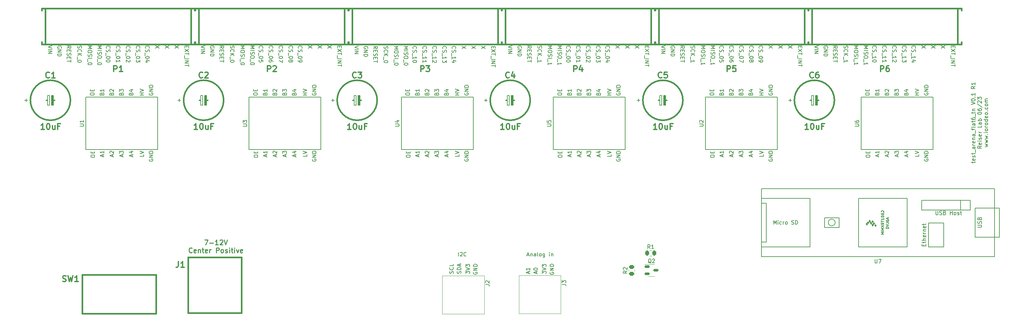
<source format=gto>
%TF.GenerationSoftware,KiCad,Pcbnew,7.0.2-6a45011f42~172~ubuntu22.04.1*%
%TF.CreationDate,2023-06-12T08:58:01-07:00*%
%TF.ProjectId,arena,6172656e-612e-46b6-9963-61645f706362,rev?*%
%TF.SameCoordinates,Original*%
%TF.FileFunction,Legend,Top*%
%TF.FilePolarity,Positive*%
%FSLAX46Y46*%
G04 Gerber Fmt 4.6, Leading zero omitted, Abs format (unit mm)*
G04 Created by KiCad (PCBNEW 7.0.2-6a45011f42~172~ubuntu22.04.1) date 2023-06-12 08:58:01*
%MOMM*%
%LPD*%
G01*
G04 APERTURE LIST*
G04 Aperture macros list*
%AMRoundRect*
0 Rectangle with rounded corners*
0 $1 Rounding radius*
0 $2 $3 $4 $5 $6 $7 $8 $9 X,Y pos of 4 corners*
0 Add a 4 corners polygon primitive as box body*
4,1,4,$2,$3,$4,$5,$6,$7,$8,$9,$2,$3,0*
0 Add four circle primitives for the rounded corners*
1,1,$1+$1,$2,$3*
1,1,$1+$1,$4,$5*
1,1,$1+$1,$6,$7*
1,1,$1+$1,$8,$9*
0 Add four rect primitives between the rounded corners*
20,1,$1+$1,$2,$3,$4,$5,0*
20,1,$1+$1,$4,$5,$6,$7,0*
20,1,$1+$1,$6,$7,$8,$9,0*
20,1,$1+$1,$8,$9,$2,$3,0*%
G04 Aperture macros list end*
%ADD10C,0.150000*%
%ADD11C,0.254000*%
%ADD12C,0.203200*%
%ADD13C,0.304800*%
%ADD14C,0.152400*%
%ADD15C,0.300000*%
%ADD16C,0.381000*%
%ADD17C,0.200000*%
%ADD18C,0.120000*%
%ADD19C,0.100000*%
%ADD20C,2.540000*%
%ADD21R,1.600000X1.600000*%
%ADD22C,1.600000*%
%ADD23C,1.778000*%
%ADD24C,3.556000*%
%ADD25C,1.930400*%
%ADD26C,4.064000*%
%ADD27R,1.524000X1.524000*%
%ADD28C,1.524000*%
%ADD29C,5.600000*%
%ADD30R,1.300000X1.300000*%
%ADD31C,1.300000*%
%ADD32RoundRect,0.250000X-0.262500X-0.450000X0.262500X-0.450000X0.262500X0.450000X-0.262500X0.450000X0*%
%ADD33RoundRect,0.250000X0.450000X-0.262500X0.450000X0.262500X-0.450000X0.262500X-0.450000X-0.262500X0*%
%ADD34RoundRect,0.150000X-0.512500X-0.150000X0.512500X-0.150000X0.512500X0.150000X-0.512500X0.150000X0*%
G04 APERTURE END LIST*
D10*
X176690476Y-114491904D02*
X177166666Y-114491904D01*
X176595238Y-114777619D02*
X176928571Y-113777619D01*
X176928571Y-113777619D02*
X177261904Y-114777619D01*
X177595238Y-114110952D02*
X177595238Y-114777619D01*
X177595238Y-114206190D02*
X177642857Y-114158571D01*
X177642857Y-114158571D02*
X177738095Y-114110952D01*
X177738095Y-114110952D02*
X177880952Y-114110952D01*
X177880952Y-114110952D02*
X177976190Y-114158571D01*
X177976190Y-114158571D02*
X178023809Y-114253809D01*
X178023809Y-114253809D02*
X178023809Y-114777619D01*
X178928571Y-114777619D02*
X178928571Y-114253809D01*
X178928571Y-114253809D02*
X178880952Y-114158571D01*
X178880952Y-114158571D02*
X178785714Y-114110952D01*
X178785714Y-114110952D02*
X178595238Y-114110952D01*
X178595238Y-114110952D02*
X178500000Y-114158571D01*
X178928571Y-114730000D02*
X178833333Y-114777619D01*
X178833333Y-114777619D02*
X178595238Y-114777619D01*
X178595238Y-114777619D02*
X178500000Y-114730000D01*
X178500000Y-114730000D02*
X178452381Y-114634761D01*
X178452381Y-114634761D02*
X178452381Y-114539523D01*
X178452381Y-114539523D02*
X178500000Y-114444285D01*
X178500000Y-114444285D02*
X178595238Y-114396666D01*
X178595238Y-114396666D02*
X178833333Y-114396666D01*
X178833333Y-114396666D02*
X178928571Y-114349047D01*
X179547619Y-114777619D02*
X179452381Y-114730000D01*
X179452381Y-114730000D02*
X179404762Y-114634761D01*
X179404762Y-114634761D02*
X179404762Y-113777619D01*
X180071429Y-114777619D02*
X179976191Y-114730000D01*
X179976191Y-114730000D02*
X179928572Y-114682380D01*
X179928572Y-114682380D02*
X179880953Y-114587142D01*
X179880953Y-114587142D02*
X179880953Y-114301428D01*
X179880953Y-114301428D02*
X179928572Y-114206190D01*
X179928572Y-114206190D02*
X179976191Y-114158571D01*
X179976191Y-114158571D02*
X180071429Y-114110952D01*
X180071429Y-114110952D02*
X180214286Y-114110952D01*
X180214286Y-114110952D02*
X180309524Y-114158571D01*
X180309524Y-114158571D02*
X180357143Y-114206190D01*
X180357143Y-114206190D02*
X180404762Y-114301428D01*
X180404762Y-114301428D02*
X180404762Y-114587142D01*
X180404762Y-114587142D02*
X180357143Y-114682380D01*
X180357143Y-114682380D02*
X180309524Y-114730000D01*
X180309524Y-114730000D02*
X180214286Y-114777619D01*
X180214286Y-114777619D02*
X180071429Y-114777619D01*
X181261905Y-114110952D02*
X181261905Y-114920476D01*
X181261905Y-114920476D02*
X181214286Y-115015714D01*
X181214286Y-115015714D02*
X181166667Y-115063333D01*
X181166667Y-115063333D02*
X181071429Y-115110952D01*
X181071429Y-115110952D02*
X180928572Y-115110952D01*
X180928572Y-115110952D02*
X180833334Y-115063333D01*
X181261905Y-114730000D02*
X181166667Y-114777619D01*
X181166667Y-114777619D02*
X180976191Y-114777619D01*
X180976191Y-114777619D02*
X180880953Y-114730000D01*
X180880953Y-114730000D02*
X180833334Y-114682380D01*
X180833334Y-114682380D02*
X180785715Y-114587142D01*
X180785715Y-114587142D02*
X180785715Y-114301428D01*
X180785715Y-114301428D02*
X180833334Y-114206190D01*
X180833334Y-114206190D02*
X180880953Y-114158571D01*
X180880953Y-114158571D02*
X180976191Y-114110952D01*
X180976191Y-114110952D02*
X181166667Y-114110952D01*
X181166667Y-114110952D02*
X181261905Y-114158571D01*
X182500001Y-114777619D02*
X182500001Y-114110952D01*
X182500001Y-113777619D02*
X182452382Y-113825238D01*
X182452382Y-113825238D02*
X182500001Y-113872857D01*
X182500001Y-113872857D02*
X182547620Y-113825238D01*
X182547620Y-113825238D02*
X182500001Y-113777619D01*
X182500001Y-113777619D02*
X182500001Y-113872857D01*
X182976191Y-114110952D02*
X182976191Y-114777619D01*
X182976191Y-114206190D02*
X183023810Y-114158571D01*
X183023810Y-114158571D02*
X183119048Y-114110952D01*
X183119048Y-114110952D02*
X183261905Y-114110952D01*
X183261905Y-114110952D02*
X183357143Y-114158571D01*
X183357143Y-114158571D02*
X183404762Y-114253809D01*
X183404762Y-114253809D02*
X183404762Y-114777619D01*
X158738095Y-114777619D02*
X158738095Y-113777619D01*
X159166666Y-113872857D02*
X159214285Y-113825238D01*
X159214285Y-113825238D02*
X159309523Y-113777619D01*
X159309523Y-113777619D02*
X159547618Y-113777619D01*
X159547618Y-113777619D02*
X159642856Y-113825238D01*
X159642856Y-113825238D02*
X159690475Y-113872857D01*
X159690475Y-113872857D02*
X159738094Y-113968095D01*
X159738094Y-113968095D02*
X159738094Y-114063333D01*
X159738094Y-114063333D02*
X159690475Y-114206190D01*
X159690475Y-114206190D02*
X159119047Y-114777619D01*
X159119047Y-114777619D02*
X159738094Y-114777619D01*
X160738094Y-114682380D02*
X160690475Y-114730000D01*
X160690475Y-114730000D02*
X160547618Y-114777619D01*
X160547618Y-114777619D02*
X160452380Y-114777619D01*
X160452380Y-114777619D02*
X160309523Y-114730000D01*
X160309523Y-114730000D02*
X160214285Y-114634761D01*
X160214285Y-114634761D02*
X160166666Y-114539523D01*
X160166666Y-114539523D02*
X160119047Y-114349047D01*
X160119047Y-114349047D02*
X160119047Y-114206190D01*
X160119047Y-114206190D02*
X160166666Y-114015714D01*
X160166666Y-114015714D02*
X160214285Y-113920476D01*
X160214285Y-113920476D02*
X160309523Y-113825238D01*
X160309523Y-113825238D02*
X160452380Y-113777619D01*
X160452380Y-113777619D02*
X160547618Y-113777619D01*
X160547618Y-113777619D02*
X160690475Y-113825238D01*
X160690475Y-113825238D02*
X160738094Y-113872857D01*
X262222380Y-59838095D02*
X263222380Y-59838095D01*
X263222380Y-59838095D02*
X262508095Y-60171428D01*
X262508095Y-60171428D02*
X263222380Y-60504761D01*
X263222380Y-60504761D02*
X262222380Y-60504761D01*
X263222380Y-61171428D02*
X263222380Y-61361904D01*
X263222380Y-61361904D02*
X263174761Y-61457142D01*
X263174761Y-61457142D02*
X263079523Y-61552380D01*
X263079523Y-61552380D02*
X262889047Y-61599999D01*
X262889047Y-61599999D02*
X262555714Y-61599999D01*
X262555714Y-61599999D02*
X262365238Y-61552380D01*
X262365238Y-61552380D02*
X262270000Y-61457142D01*
X262270000Y-61457142D02*
X262222380Y-61361904D01*
X262222380Y-61361904D02*
X262222380Y-61171428D01*
X262222380Y-61171428D02*
X262270000Y-61076190D01*
X262270000Y-61076190D02*
X262365238Y-60980952D01*
X262365238Y-60980952D02*
X262555714Y-60933333D01*
X262555714Y-60933333D02*
X262889047Y-60933333D01*
X262889047Y-60933333D02*
X263079523Y-60980952D01*
X263079523Y-60980952D02*
X263174761Y-61076190D01*
X263174761Y-61076190D02*
X263222380Y-61171428D01*
X262270000Y-61980952D02*
X262222380Y-62123809D01*
X262222380Y-62123809D02*
X262222380Y-62361904D01*
X262222380Y-62361904D02*
X262270000Y-62457142D01*
X262270000Y-62457142D02*
X262317619Y-62504761D01*
X262317619Y-62504761D02*
X262412857Y-62552380D01*
X262412857Y-62552380D02*
X262508095Y-62552380D01*
X262508095Y-62552380D02*
X262603333Y-62504761D01*
X262603333Y-62504761D02*
X262650952Y-62457142D01*
X262650952Y-62457142D02*
X262698571Y-62361904D01*
X262698571Y-62361904D02*
X262746190Y-62171428D01*
X262746190Y-62171428D02*
X262793809Y-62076190D01*
X262793809Y-62076190D02*
X262841428Y-62028571D01*
X262841428Y-62028571D02*
X262936666Y-61980952D01*
X262936666Y-61980952D02*
X263031904Y-61980952D01*
X263031904Y-61980952D02*
X263127142Y-62028571D01*
X263127142Y-62028571D02*
X263174761Y-62076190D01*
X263174761Y-62076190D02*
X263222380Y-62171428D01*
X263222380Y-62171428D02*
X263222380Y-62409523D01*
X263222380Y-62409523D02*
X263174761Y-62552380D01*
X262222380Y-62980952D02*
X263222380Y-62980952D01*
X262127142Y-63219047D02*
X262127142Y-63980951D01*
X262222380Y-64742856D02*
X262222380Y-64171428D01*
X262222380Y-64457142D02*
X263222380Y-64457142D01*
X263222380Y-64457142D02*
X263079523Y-64361904D01*
X263079523Y-64361904D02*
X262984285Y-64266666D01*
X262984285Y-64266666D02*
X262936666Y-64171428D01*
X252822380Y-59695238D02*
X251822380Y-60028571D01*
X251822380Y-60028571D02*
X252822380Y-60361904D01*
X251822380Y-60695238D02*
X252822380Y-60695238D01*
X251822380Y-61171428D02*
X252822380Y-61171428D01*
X252822380Y-61171428D02*
X251822380Y-61742856D01*
X251822380Y-61742856D02*
X252822380Y-61742856D01*
X285972380Y-59742857D02*
X284972380Y-60409523D01*
X285972380Y-60409523D02*
X284972380Y-59742857D01*
X264772380Y-59838095D02*
X265772380Y-59838095D01*
X265772380Y-59838095D02*
X265058095Y-60171428D01*
X265058095Y-60171428D02*
X265772380Y-60504761D01*
X265772380Y-60504761D02*
X264772380Y-60504761D01*
X264772380Y-60980952D02*
X265772380Y-60980952D01*
X264820000Y-61409523D02*
X264772380Y-61552380D01*
X264772380Y-61552380D02*
X264772380Y-61790475D01*
X264772380Y-61790475D02*
X264820000Y-61885713D01*
X264820000Y-61885713D02*
X264867619Y-61933332D01*
X264867619Y-61933332D02*
X264962857Y-61980951D01*
X264962857Y-61980951D02*
X265058095Y-61980951D01*
X265058095Y-61980951D02*
X265153333Y-61933332D01*
X265153333Y-61933332D02*
X265200952Y-61885713D01*
X265200952Y-61885713D02*
X265248571Y-61790475D01*
X265248571Y-61790475D02*
X265296190Y-61599999D01*
X265296190Y-61599999D02*
X265343809Y-61504761D01*
X265343809Y-61504761D02*
X265391428Y-61457142D01*
X265391428Y-61457142D02*
X265486666Y-61409523D01*
X265486666Y-61409523D02*
X265581904Y-61409523D01*
X265581904Y-61409523D02*
X265677142Y-61457142D01*
X265677142Y-61457142D02*
X265724761Y-61504761D01*
X265724761Y-61504761D02*
X265772380Y-61599999D01*
X265772380Y-61599999D02*
X265772380Y-61838094D01*
X265772380Y-61838094D02*
X265724761Y-61980951D01*
X265772380Y-62599999D02*
X265772380Y-62790475D01*
X265772380Y-62790475D02*
X265724761Y-62885713D01*
X265724761Y-62885713D02*
X265629523Y-62980951D01*
X265629523Y-62980951D02*
X265439047Y-63028570D01*
X265439047Y-63028570D02*
X265105714Y-63028570D01*
X265105714Y-63028570D02*
X264915238Y-62980951D01*
X264915238Y-62980951D02*
X264820000Y-62885713D01*
X264820000Y-62885713D02*
X264772380Y-62790475D01*
X264772380Y-62790475D02*
X264772380Y-62599999D01*
X264772380Y-62599999D02*
X264820000Y-62504761D01*
X264820000Y-62504761D02*
X264915238Y-62409523D01*
X264915238Y-62409523D02*
X265105714Y-62361904D01*
X265105714Y-62361904D02*
X265439047Y-62361904D01*
X265439047Y-62361904D02*
X265629523Y-62409523D01*
X265629523Y-62409523D02*
X265724761Y-62504761D01*
X265724761Y-62504761D02*
X265772380Y-62599999D01*
X264677142Y-63219047D02*
X264677142Y-63980951D01*
X264772380Y-64742856D02*
X264772380Y-64171428D01*
X264772380Y-64457142D02*
X265772380Y-64457142D01*
X265772380Y-64457142D02*
X265629523Y-64361904D01*
X265629523Y-64361904D02*
X265534285Y-64266666D01*
X265534285Y-64266666D02*
X265486666Y-64171428D01*
X280872380Y-59742857D02*
X279872380Y-60409523D01*
X280872380Y-60409523D02*
X279872380Y-59742857D01*
X283422380Y-59742857D02*
X282422380Y-60409523D01*
X283422380Y-60409523D02*
X282422380Y-59742857D01*
X274917619Y-60409523D02*
X274870000Y-60361904D01*
X274870000Y-60361904D02*
X274822380Y-60219047D01*
X274822380Y-60219047D02*
X274822380Y-60123809D01*
X274822380Y-60123809D02*
X274870000Y-59980952D01*
X274870000Y-59980952D02*
X274965238Y-59885714D01*
X274965238Y-59885714D02*
X275060476Y-59838095D01*
X275060476Y-59838095D02*
X275250952Y-59790476D01*
X275250952Y-59790476D02*
X275393809Y-59790476D01*
X275393809Y-59790476D02*
X275584285Y-59838095D01*
X275584285Y-59838095D02*
X275679523Y-59885714D01*
X275679523Y-59885714D02*
X275774761Y-59980952D01*
X275774761Y-59980952D02*
X275822380Y-60123809D01*
X275822380Y-60123809D02*
X275822380Y-60219047D01*
X275822380Y-60219047D02*
X275774761Y-60361904D01*
X275774761Y-60361904D02*
X275727142Y-60409523D01*
X274870000Y-60790476D02*
X274822380Y-60933333D01*
X274822380Y-60933333D02*
X274822380Y-61171428D01*
X274822380Y-61171428D02*
X274870000Y-61266666D01*
X274870000Y-61266666D02*
X274917619Y-61314285D01*
X274917619Y-61314285D02*
X275012857Y-61361904D01*
X275012857Y-61361904D02*
X275108095Y-61361904D01*
X275108095Y-61361904D02*
X275203333Y-61314285D01*
X275203333Y-61314285D02*
X275250952Y-61266666D01*
X275250952Y-61266666D02*
X275298571Y-61171428D01*
X275298571Y-61171428D02*
X275346190Y-60980952D01*
X275346190Y-60980952D02*
X275393809Y-60885714D01*
X275393809Y-60885714D02*
X275441428Y-60838095D01*
X275441428Y-60838095D02*
X275536666Y-60790476D01*
X275536666Y-60790476D02*
X275631904Y-60790476D01*
X275631904Y-60790476D02*
X275727142Y-60838095D01*
X275727142Y-60838095D02*
X275774761Y-60885714D01*
X275774761Y-60885714D02*
X275822380Y-60980952D01*
X275822380Y-60980952D02*
X275822380Y-61219047D01*
X275822380Y-61219047D02*
X275774761Y-61361904D01*
X274727142Y-61552381D02*
X274727142Y-62314285D01*
X274822380Y-63076190D02*
X274822380Y-62504762D01*
X274822380Y-62790476D02*
X275822380Y-62790476D01*
X275822380Y-62790476D02*
X275679523Y-62695238D01*
X275679523Y-62695238D02*
X275584285Y-62600000D01*
X275584285Y-62600000D02*
X275536666Y-62504762D01*
X275822380Y-63409524D02*
X275822380Y-64028571D01*
X275822380Y-64028571D02*
X275441428Y-63695238D01*
X275441428Y-63695238D02*
X275441428Y-63838095D01*
X275441428Y-63838095D02*
X275393809Y-63933333D01*
X275393809Y-63933333D02*
X275346190Y-63980952D01*
X275346190Y-63980952D02*
X275250952Y-64028571D01*
X275250952Y-64028571D02*
X275012857Y-64028571D01*
X275012857Y-64028571D02*
X274917619Y-63980952D01*
X274917619Y-63980952D02*
X274870000Y-63933333D01*
X274870000Y-63933333D02*
X274822380Y-63838095D01*
X274822380Y-63838095D02*
X274822380Y-63552381D01*
X274822380Y-63552381D02*
X274870000Y-63457143D01*
X274870000Y-63457143D02*
X274917619Y-63409524D01*
X256772380Y-60409523D02*
X257248571Y-60076190D01*
X256772380Y-59838095D02*
X257772380Y-59838095D01*
X257772380Y-59838095D02*
X257772380Y-60219047D01*
X257772380Y-60219047D02*
X257724761Y-60314285D01*
X257724761Y-60314285D02*
X257677142Y-60361904D01*
X257677142Y-60361904D02*
X257581904Y-60409523D01*
X257581904Y-60409523D02*
X257439047Y-60409523D01*
X257439047Y-60409523D02*
X257343809Y-60361904D01*
X257343809Y-60361904D02*
X257296190Y-60314285D01*
X257296190Y-60314285D02*
X257248571Y-60219047D01*
X257248571Y-60219047D02*
X257248571Y-59838095D01*
X257296190Y-60838095D02*
X257296190Y-61171428D01*
X256772380Y-61314285D02*
X256772380Y-60838095D01*
X256772380Y-60838095D02*
X257772380Y-60838095D01*
X257772380Y-60838095D02*
X257772380Y-61314285D01*
X256820000Y-61695238D02*
X256772380Y-61838095D01*
X256772380Y-61838095D02*
X256772380Y-62076190D01*
X256772380Y-62076190D02*
X256820000Y-62171428D01*
X256820000Y-62171428D02*
X256867619Y-62219047D01*
X256867619Y-62219047D02*
X256962857Y-62266666D01*
X256962857Y-62266666D02*
X257058095Y-62266666D01*
X257058095Y-62266666D02*
X257153333Y-62219047D01*
X257153333Y-62219047D02*
X257200952Y-62171428D01*
X257200952Y-62171428D02*
X257248571Y-62076190D01*
X257248571Y-62076190D02*
X257296190Y-61885714D01*
X257296190Y-61885714D02*
X257343809Y-61790476D01*
X257343809Y-61790476D02*
X257391428Y-61742857D01*
X257391428Y-61742857D02*
X257486666Y-61695238D01*
X257486666Y-61695238D02*
X257581904Y-61695238D01*
X257581904Y-61695238D02*
X257677142Y-61742857D01*
X257677142Y-61742857D02*
X257724761Y-61790476D01*
X257724761Y-61790476D02*
X257772380Y-61885714D01*
X257772380Y-61885714D02*
X257772380Y-62123809D01*
X257772380Y-62123809D02*
X257724761Y-62266666D01*
X257296190Y-62695238D02*
X257296190Y-63028571D01*
X256772380Y-63171428D02*
X256772380Y-62695238D01*
X256772380Y-62695238D02*
X257772380Y-62695238D01*
X257772380Y-62695238D02*
X257772380Y-63171428D01*
X257772380Y-63457143D02*
X257772380Y-64028571D01*
X256772380Y-63742857D02*
X257772380Y-63742857D01*
X259570000Y-59790476D02*
X259522380Y-59933333D01*
X259522380Y-59933333D02*
X259522380Y-60171428D01*
X259522380Y-60171428D02*
X259570000Y-60266666D01*
X259570000Y-60266666D02*
X259617619Y-60314285D01*
X259617619Y-60314285D02*
X259712857Y-60361904D01*
X259712857Y-60361904D02*
X259808095Y-60361904D01*
X259808095Y-60361904D02*
X259903333Y-60314285D01*
X259903333Y-60314285D02*
X259950952Y-60266666D01*
X259950952Y-60266666D02*
X259998571Y-60171428D01*
X259998571Y-60171428D02*
X260046190Y-59980952D01*
X260046190Y-59980952D02*
X260093809Y-59885714D01*
X260093809Y-59885714D02*
X260141428Y-59838095D01*
X260141428Y-59838095D02*
X260236666Y-59790476D01*
X260236666Y-59790476D02*
X260331904Y-59790476D01*
X260331904Y-59790476D02*
X260427142Y-59838095D01*
X260427142Y-59838095D02*
X260474761Y-59885714D01*
X260474761Y-59885714D02*
X260522380Y-59980952D01*
X260522380Y-59980952D02*
X260522380Y-60219047D01*
X260522380Y-60219047D02*
X260474761Y-60361904D01*
X259617619Y-61361904D02*
X259570000Y-61314285D01*
X259570000Y-61314285D02*
X259522380Y-61171428D01*
X259522380Y-61171428D02*
X259522380Y-61076190D01*
X259522380Y-61076190D02*
X259570000Y-60933333D01*
X259570000Y-60933333D02*
X259665238Y-60838095D01*
X259665238Y-60838095D02*
X259760476Y-60790476D01*
X259760476Y-60790476D02*
X259950952Y-60742857D01*
X259950952Y-60742857D02*
X260093809Y-60742857D01*
X260093809Y-60742857D02*
X260284285Y-60790476D01*
X260284285Y-60790476D02*
X260379523Y-60838095D01*
X260379523Y-60838095D02*
X260474761Y-60933333D01*
X260474761Y-60933333D02*
X260522380Y-61076190D01*
X260522380Y-61076190D02*
X260522380Y-61171428D01*
X260522380Y-61171428D02*
X260474761Y-61314285D01*
X260474761Y-61314285D02*
X260427142Y-61361904D01*
X259522380Y-61790476D02*
X260522380Y-61790476D01*
X259522380Y-62361904D02*
X260093809Y-61933333D01*
X260522380Y-62361904D02*
X259950952Y-61790476D01*
X259427142Y-62552381D02*
X259427142Y-63314285D01*
X259522380Y-64076190D02*
X259522380Y-63504762D01*
X259522380Y-63790476D02*
X260522380Y-63790476D01*
X260522380Y-63790476D02*
X260379523Y-63695238D01*
X260379523Y-63695238D02*
X260284285Y-63600000D01*
X260284285Y-63600000D02*
X260236666Y-63504762D01*
X277367619Y-60409523D02*
X277320000Y-60361904D01*
X277320000Y-60361904D02*
X277272380Y-60219047D01*
X277272380Y-60219047D02*
X277272380Y-60123809D01*
X277272380Y-60123809D02*
X277320000Y-59980952D01*
X277320000Y-59980952D02*
X277415238Y-59885714D01*
X277415238Y-59885714D02*
X277510476Y-59838095D01*
X277510476Y-59838095D02*
X277700952Y-59790476D01*
X277700952Y-59790476D02*
X277843809Y-59790476D01*
X277843809Y-59790476D02*
X278034285Y-59838095D01*
X278034285Y-59838095D02*
X278129523Y-59885714D01*
X278129523Y-59885714D02*
X278224761Y-59980952D01*
X278224761Y-59980952D02*
X278272380Y-60123809D01*
X278272380Y-60123809D02*
X278272380Y-60219047D01*
X278272380Y-60219047D02*
X278224761Y-60361904D01*
X278224761Y-60361904D02*
X278177142Y-60409523D01*
X277320000Y-60790476D02*
X277272380Y-60933333D01*
X277272380Y-60933333D02*
X277272380Y-61171428D01*
X277272380Y-61171428D02*
X277320000Y-61266666D01*
X277320000Y-61266666D02*
X277367619Y-61314285D01*
X277367619Y-61314285D02*
X277462857Y-61361904D01*
X277462857Y-61361904D02*
X277558095Y-61361904D01*
X277558095Y-61361904D02*
X277653333Y-61314285D01*
X277653333Y-61314285D02*
X277700952Y-61266666D01*
X277700952Y-61266666D02*
X277748571Y-61171428D01*
X277748571Y-61171428D02*
X277796190Y-60980952D01*
X277796190Y-60980952D02*
X277843809Y-60885714D01*
X277843809Y-60885714D02*
X277891428Y-60838095D01*
X277891428Y-60838095D02*
X277986666Y-60790476D01*
X277986666Y-60790476D02*
X278081904Y-60790476D01*
X278081904Y-60790476D02*
X278177142Y-60838095D01*
X278177142Y-60838095D02*
X278224761Y-60885714D01*
X278224761Y-60885714D02*
X278272380Y-60980952D01*
X278272380Y-60980952D02*
X278272380Y-61219047D01*
X278272380Y-61219047D02*
X278224761Y-61361904D01*
X277177142Y-61552381D02*
X277177142Y-62314285D01*
X277272380Y-63076190D02*
X277272380Y-62504762D01*
X277272380Y-62790476D02*
X278272380Y-62790476D01*
X278272380Y-62790476D02*
X278129523Y-62695238D01*
X278129523Y-62695238D02*
X278034285Y-62600000D01*
X278034285Y-62600000D02*
X277986666Y-62504762D01*
X277939047Y-63933333D02*
X277272380Y-63933333D01*
X278320000Y-63695238D02*
X277605714Y-63457143D01*
X277605714Y-63457143D02*
X277605714Y-64076190D01*
X288096190Y-59838095D02*
X288096190Y-60171428D01*
X287572380Y-60314285D02*
X287572380Y-59838095D01*
X287572380Y-59838095D02*
X288572380Y-59838095D01*
X288572380Y-59838095D02*
X288572380Y-60314285D01*
X288572380Y-60647619D02*
X287572380Y-61314285D01*
X288572380Y-61314285D02*
X287572380Y-60647619D01*
X288572380Y-61552381D02*
X288572380Y-62123809D01*
X287572380Y-61838095D02*
X288572380Y-61838095D01*
X287477142Y-62219048D02*
X287477142Y-62980952D01*
X287572380Y-63219048D02*
X288572380Y-63219048D01*
X287572380Y-63695238D02*
X288572380Y-63695238D01*
X288572380Y-63695238D02*
X287572380Y-64266666D01*
X287572380Y-64266666D02*
X288572380Y-64266666D01*
X288572380Y-64600000D02*
X288572380Y-65171428D01*
X287572380Y-64885714D02*
X288572380Y-64885714D01*
X267117619Y-60409523D02*
X267070000Y-60361904D01*
X267070000Y-60361904D02*
X267022380Y-60219047D01*
X267022380Y-60219047D02*
X267022380Y-60123809D01*
X267022380Y-60123809D02*
X267070000Y-59980952D01*
X267070000Y-59980952D02*
X267165238Y-59885714D01*
X267165238Y-59885714D02*
X267260476Y-59838095D01*
X267260476Y-59838095D02*
X267450952Y-59790476D01*
X267450952Y-59790476D02*
X267593809Y-59790476D01*
X267593809Y-59790476D02*
X267784285Y-59838095D01*
X267784285Y-59838095D02*
X267879523Y-59885714D01*
X267879523Y-59885714D02*
X267974761Y-59980952D01*
X267974761Y-59980952D02*
X268022380Y-60123809D01*
X268022380Y-60123809D02*
X268022380Y-60219047D01*
X268022380Y-60219047D02*
X267974761Y-60361904D01*
X267974761Y-60361904D02*
X267927142Y-60409523D01*
X267070000Y-60790476D02*
X267022380Y-60933333D01*
X267022380Y-60933333D02*
X267022380Y-61171428D01*
X267022380Y-61171428D02*
X267070000Y-61266666D01*
X267070000Y-61266666D02*
X267117619Y-61314285D01*
X267117619Y-61314285D02*
X267212857Y-61361904D01*
X267212857Y-61361904D02*
X267308095Y-61361904D01*
X267308095Y-61361904D02*
X267403333Y-61314285D01*
X267403333Y-61314285D02*
X267450952Y-61266666D01*
X267450952Y-61266666D02*
X267498571Y-61171428D01*
X267498571Y-61171428D02*
X267546190Y-60980952D01*
X267546190Y-60980952D02*
X267593809Y-60885714D01*
X267593809Y-60885714D02*
X267641428Y-60838095D01*
X267641428Y-60838095D02*
X267736666Y-60790476D01*
X267736666Y-60790476D02*
X267831904Y-60790476D01*
X267831904Y-60790476D02*
X267927142Y-60838095D01*
X267927142Y-60838095D02*
X267974761Y-60885714D01*
X267974761Y-60885714D02*
X268022380Y-60980952D01*
X268022380Y-60980952D02*
X268022380Y-61219047D01*
X268022380Y-61219047D02*
X267974761Y-61361904D01*
X266927142Y-61552381D02*
X266927142Y-62314285D01*
X267022380Y-63076190D02*
X267022380Y-62504762D01*
X267022380Y-62790476D02*
X268022380Y-62790476D01*
X268022380Y-62790476D02*
X267879523Y-62695238D01*
X267879523Y-62695238D02*
X267784285Y-62600000D01*
X267784285Y-62600000D02*
X267736666Y-62504762D01*
X268022380Y-63695238D02*
X268022380Y-63790476D01*
X268022380Y-63790476D02*
X267974761Y-63885714D01*
X267974761Y-63885714D02*
X267927142Y-63933333D01*
X267927142Y-63933333D02*
X267831904Y-63980952D01*
X267831904Y-63980952D02*
X267641428Y-64028571D01*
X267641428Y-64028571D02*
X267403333Y-64028571D01*
X267403333Y-64028571D02*
X267212857Y-63980952D01*
X267212857Y-63980952D02*
X267117619Y-63933333D01*
X267117619Y-63933333D02*
X267070000Y-63885714D01*
X267070000Y-63885714D02*
X267022380Y-63790476D01*
X267022380Y-63790476D02*
X267022380Y-63695238D01*
X267022380Y-63695238D02*
X267070000Y-63600000D01*
X267070000Y-63600000D02*
X267117619Y-63552381D01*
X267117619Y-63552381D02*
X267212857Y-63504762D01*
X267212857Y-63504762D02*
X267403333Y-63457143D01*
X267403333Y-63457143D02*
X267641428Y-63457143D01*
X267641428Y-63457143D02*
X267831904Y-63504762D01*
X267831904Y-63504762D02*
X267927142Y-63552381D01*
X267927142Y-63552381D02*
X267974761Y-63600000D01*
X267974761Y-63600000D02*
X268022380Y-63695238D01*
X269717619Y-60409523D02*
X269670000Y-60361904D01*
X269670000Y-60361904D02*
X269622380Y-60219047D01*
X269622380Y-60219047D02*
X269622380Y-60123809D01*
X269622380Y-60123809D02*
X269670000Y-59980952D01*
X269670000Y-59980952D02*
X269765238Y-59885714D01*
X269765238Y-59885714D02*
X269860476Y-59838095D01*
X269860476Y-59838095D02*
X270050952Y-59790476D01*
X270050952Y-59790476D02*
X270193809Y-59790476D01*
X270193809Y-59790476D02*
X270384285Y-59838095D01*
X270384285Y-59838095D02*
X270479523Y-59885714D01*
X270479523Y-59885714D02*
X270574761Y-59980952D01*
X270574761Y-59980952D02*
X270622380Y-60123809D01*
X270622380Y-60123809D02*
X270622380Y-60219047D01*
X270622380Y-60219047D02*
X270574761Y-60361904D01*
X270574761Y-60361904D02*
X270527142Y-60409523D01*
X269670000Y-60790476D02*
X269622380Y-60933333D01*
X269622380Y-60933333D02*
X269622380Y-61171428D01*
X269622380Y-61171428D02*
X269670000Y-61266666D01*
X269670000Y-61266666D02*
X269717619Y-61314285D01*
X269717619Y-61314285D02*
X269812857Y-61361904D01*
X269812857Y-61361904D02*
X269908095Y-61361904D01*
X269908095Y-61361904D02*
X270003333Y-61314285D01*
X270003333Y-61314285D02*
X270050952Y-61266666D01*
X270050952Y-61266666D02*
X270098571Y-61171428D01*
X270098571Y-61171428D02*
X270146190Y-60980952D01*
X270146190Y-60980952D02*
X270193809Y-60885714D01*
X270193809Y-60885714D02*
X270241428Y-60838095D01*
X270241428Y-60838095D02*
X270336666Y-60790476D01*
X270336666Y-60790476D02*
X270431904Y-60790476D01*
X270431904Y-60790476D02*
X270527142Y-60838095D01*
X270527142Y-60838095D02*
X270574761Y-60885714D01*
X270574761Y-60885714D02*
X270622380Y-60980952D01*
X270622380Y-60980952D02*
X270622380Y-61219047D01*
X270622380Y-61219047D02*
X270574761Y-61361904D01*
X269527142Y-61552381D02*
X269527142Y-62314285D01*
X269622380Y-63076190D02*
X269622380Y-62504762D01*
X269622380Y-62790476D02*
X270622380Y-62790476D01*
X270622380Y-62790476D02*
X270479523Y-62695238D01*
X270479523Y-62695238D02*
X270384285Y-62600000D01*
X270384285Y-62600000D02*
X270336666Y-62504762D01*
X269622380Y-64028571D02*
X269622380Y-63457143D01*
X269622380Y-63742857D02*
X270622380Y-63742857D01*
X270622380Y-63742857D02*
X270479523Y-63647619D01*
X270479523Y-63647619D02*
X270384285Y-63552381D01*
X270384285Y-63552381D02*
X270336666Y-63457143D01*
X255224761Y-60361904D02*
X255272380Y-60266666D01*
X255272380Y-60266666D02*
X255272380Y-60123809D01*
X255272380Y-60123809D02*
X255224761Y-59980952D01*
X255224761Y-59980952D02*
X255129523Y-59885714D01*
X255129523Y-59885714D02*
X255034285Y-59838095D01*
X255034285Y-59838095D02*
X254843809Y-59790476D01*
X254843809Y-59790476D02*
X254700952Y-59790476D01*
X254700952Y-59790476D02*
X254510476Y-59838095D01*
X254510476Y-59838095D02*
X254415238Y-59885714D01*
X254415238Y-59885714D02*
X254320000Y-59980952D01*
X254320000Y-59980952D02*
X254272380Y-60123809D01*
X254272380Y-60123809D02*
X254272380Y-60219047D01*
X254272380Y-60219047D02*
X254320000Y-60361904D01*
X254320000Y-60361904D02*
X254367619Y-60409523D01*
X254367619Y-60409523D02*
X254700952Y-60409523D01*
X254700952Y-60409523D02*
X254700952Y-60219047D01*
X254272380Y-60838095D02*
X255272380Y-60838095D01*
X255272380Y-60838095D02*
X254272380Y-61409523D01*
X254272380Y-61409523D02*
X255272380Y-61409523D01*
X254272380Y-61885714D02*
X255272380Y-61885714D01*
X255272380Y-61885714D02*
X255272380Y-62123809D01*
X255272380Y-62123809D02*
X255224761Y-62266666D01*
X255224761Y-62266666D02*
X255129523Y-62361904D01*
X255129523Y-62361904D02*
X255034285Y-62409523D01*
X255034285Y-62409523D02*
X254843809Y-62457142D01*
X254843809Y-62457142D02*
X254700952Y-62457142D01*
X254700952Y-62457142D02*
X254510476Y-62409523D01*
X254510476Y-62409523D02*
X254415238Y-62361904D01*
X254415238Y-62361904D02*
X254320000Y-62266666D01*
X254320000Y-62266666D02*
X254272380Y-62123809D01*
X254272380Y-62123809D02*
X254272380Y-61885714D01*
X272317619Y-60409523D02*
X272270000Y-60361904D01*
X272270000Y-60361904D02*
X272222380Y-60219047D01*
X272222380Y-60219047D02*
X272222380Y-60123809D01*
X272222380Y-60123809D02*
X272270000Y-59980952D01*
X272270000Y-59980952D02*
X272365238Y-59885714D01*
X272365238Y-59885714D02*
X272460476Y-59838095D01*
X272460476Y-59838095D02*
X272650952Y-59790476D01*
X272650952Y-59790476D02*
X272793809Y-59790476D01*
X272793809Y-59790476D02*
X272984285Y-59838095D01*
X272984285Y-59838095D02*
X273079523Y-59885714D01*
X273079523Y-59885714D02*
X273174761Y-59980952D01*
X273174761Y-59980952D02*
X273222380Y-60123809D01*
X273222380Y-60123809D02*
X273222380Y-60219047D01*
X273222380Y-60219047D02*
X273174761Y-60361904D01*
X273174761Y-60361904D02*
X273127142Y-60409523D01*
X272270000Y-60790476D02*
X272222380Y-60933333D01*
X272222380Y-60933333D02*
X272222380Y-61171428D01*
X272222380Y-61171428D02*
X272270000Y-61266666D01*
X272270000Y-61266666D02*
X272317619Y-61314285D01*
X272317619Y-61314285D02*
X272412857Y-61361904D01*
X272412857Y-61361904D02*
X272508095Y-61361904D01*
X272508095Y-61361904D02*
X272603333Y-61314285D01*
X272603333Y-61314285D02*
X272650952Y-61266666D01*
X272650952Y-61266666D02*
X272698571Y-61171428D01*
X272698571Y-61171428D02*
X272746190Y-60980952D01*
X272746190Y-60980952D02*
X272793809Y-60885714D01*
X272793809Y-60885714D02*
X272841428Y-60838095D01*
X272841428Y-60838095D02*
X272936666Y-60790476D01*
X272936666Y-60790476D02*
X273031904Y-60790476D01*
X273031904Y-60790476D02*
X273127142Y-60838095D01*
X273127142Y-60838095D02*
X273174761Y-60885714D01*
X273174761Y-60885714D02*
X273222380Y-60980952D01*
X273222380Y-60980952D02*
X273222380Y-61219047D01*
X273222380Y-61219047D02*
X273174761Y-61361904D01*
X272127142Y-61552381D02*
X272127142Y-62314285D01*
X272222380Y-63076190D02*
X272222380Y-62504762D01*
X272222380Y-62790476D02*
X273222380Y-62790476D01*
X273222380Y-62790476D02*
X273079523Y-62695238D01*
X273079523Y-62695238D02*
X272984285Y-62600000D01*
X272984285Y-62600000D02*
X272936666Y-62504762D01*
X273127142Y-63457143D02*
X273174761Y-63504762D01*
X273174761Y-63504762D02*
X273222380Y-63600000D01*
X273222380Y-63600000D02*
X273222380Y-63838095D01*
X273222380Y-63838095D02*
X273174761Y-63933333D01*
X273174761Y-63933333D02*
X273127142Y-63980952D01*
X273127142Y-63980952D02*
X273031904Y-64028571D01*
X273031904Y-64028571D02*
X272936666Y-64028571D01*
X272936666Y-64028571D02*
X272793809Y-63980952D01*
X272793809Y-63980952D02*
X272222380Y-63409524D01*
X272222380Y-63409524D02*
X272222380Y-64028571D01*
X227117619Y-60409523D02*
X227070000Y-60361904D01*
X227070000Y-60361904D02*
X227022380Y-60219047D01*
X227022380Y-60219047D02*
X227022380Y-60123809D01*
X227022380Y-60123809D02*
X227070000Y-59980952D01*
X227070000Y-59980952D02*
X227165238Y-59885714D01*
X227165238Y-59885714D02*
X227260476Y-59838095D01*
X227260476Y-59838095D02*
X227450952Y-59790476D01*
X227450952Y-59790476D02*
X227593809Y-59790476D01*
X227593809Y-59790476D02*
X227784285Y-59838095D01*
X227784285Y-59838095D02*
X227879523Y-59885714D01*
X227879523Y-59885714D02*
X227974761Y-59980952D01*
X227974761Y-59980952D02*
X228022380Y-60123809D01*
X228022380Y-60123809D02*
X228022380Y-60219047D01*
X228022380Y-60219047D02*
X227974761Y-60361904D01*
X227974761Y-60361904D02*
X227927142Y-60409523D01*
X227070000Y-60790476D02*
X227022380Y-60933333D01*
X227022380Y-60933333D02*
X227022380Y-61171428D01*
X227022380Y-61171428D02*
X227070000Y-61266666D01*
X227070000Y-61266666D02*
X227117619Y-61314285D01*
X227117619Y-61314285D02*
X227212857Y-61361904D01*
X227212857Y-61361904D02*
X227308095Y-61361904D01*
X227308095Y-61361904D02*
X227403333Y-61314285D01*
X227403333Y-61314285D02*
X227450952Y-61266666D01*
X227450952Y-61266666D02*
X227498571Y-61171428D01*
X227498571Y-61171428D02*
X227546190Y-60980952D01*
X227546190Y-60980952D02*
X227593809Y-60885714D01*
X227593809Y-60885714D02*
X227641428Y-60838095D01*
X227641428Y-60838095D02*
X227736666Y-60790476D01*
X227736666Y-60790476D02*
X227831904Y-60790476D01*
X227831904Y-60790476D02*
X227927142Y-60838095D01*
X227927142Y-60838095D02*
X227974761Y-60885714D01*
X227974761Y-60885714D02*
X228022380Y-60980952D01*
X228022380Y-60980952D02*
X228022380Y-61219047D01*
X228022380Y-61219047D02*
X227974761Y-61361904D01*
X226927142Y-61552381D02*
X226927142Y-62314285D01*
X228022380Y-62742857D02*
X228022380Y-62838095D01*
X228022380Y-62838095D02*
X227974761Y-62933333D01*
X227974761Y-62933333D02*
X227927142Y-62980952D01*
X227927142Y-62980952D02*
X227831904Y-63028571D01*
X227831904Y-63028571D02*
X227641428Y-63076190D01*
X227641428Y-63076190D02*
X227403333Y-63076190D01*
X227403333Y-63076190D02*
X227212857Y-63028571D01*
X227212857Y-63028571D02*
X227117619Y-62980952D01*
X227117619Y-62980952D02*
X227070000Y-62933333D01*
X227070000Y-62933333D02*
X227022380Y-62838095D01*
X227022380Y-62838095D02*
X227022380Y-62742857D01*
X227022380Y-62742857D02*
X227070000Y-62647619D01*
X227070000Y-62647619D02*
X227117619Y-62600000D01*
X227117619Y-62600000D02*
X227212857Y-62552381D01*
X227212857Y-62552381D02*
X227403333Y-62504762D01*
X227403333Y-62504762D02*
X227641428Y-62504762D01*
X227641428Y-62504762D02*
X227831904Y-62552381D01*
X227831904Y-62552381D02*
X227927142Y-62600000D01*
X227927142Y-62600000D02*
X227974761Y-62647619D01*
X227974761Y-62647619D02*
X228022380Y-62742857D01*
X228022380Y-63980952D02*
X228022380Y-63504762D01*
X228022380Y-63504762D02*
X227546190Y-63457143D01*
X227546190Y-63457143D02*
X227593809Y-63504762D01*
X227593809Y-63504762D02*
X227641428Y-63600000D01*
X227641428Y-63600000D02*
X227641428Y-63838095D01*
X227641428Y-63838095D02*
X227593809Y-63933333D01*
X227593809Y-63933333D02*
X227546190Y-63980952D01*
X227546190Y-63980952D02*
X227450952Y-64028571D01*
X227450952Y-64028571D02*
X227212857Y-64028571D01*
X227212857Y-64028571D02*
X227117619Y-63980952D01*
X227117619Y-63980952D02*
X227070000Y-63933333D01*
X227070000Y-63933333D02*
X227022380Y-63838095D01*
X227022380Y-63838095D02*
X227022380Y-63600000D01*
X227022380Y-63600000D02*
X227070000Y-63504762D01*
X227070000Y-63504762D02*
X227117619Y-63457143D01*
X248096190Y-59838095D02*
X248096190Y-60171428D01*
X247572380Y-60314285D02*
X247572380Y-59838095D01*
X247572380Y-59838095D02*
X248572380Y-59838095D01*
X248572380Y-59838095D02*
X248572380Y-60314285D01*
X248572380Y-60647619D02*
X247572380Y-61314285D01*
X248572380Y-61314285D02*
X247572380Y-60647619D01*
X248572380Y-61552381D02*
X248572380Y-62123809D01*
X247572380Y-61838095D02*
X248572380Y-61838095D01*
X247477142Y-62219048D02*
X247477142Y-62980952D01*
X247572380Y-63219048D02*
X248572380Y-63219048D01*
X247572380Y-63695238D02*
X248572380Y-63695238D01*
X248572380Y-63695238D02*
X247572380Y-64266666D01*
X247572380Y-64266666D02*
X248572380Y-64266666D01*
X248572380Y-64600000D02*
X248572380Y-65171428D01*
X247572380Y-64885714D02*
X248572380Y-64885714D01*
X232317619Y-60409523D02*
X232270000Y-60361904D01*
X232270000Y-60361904D02*
X232222380Y-60219047D01*
X232222380Y-60219047D02*
X232222380Y-60123809D01*
X232222380Y-60123809D02*
X232270000Y-59980952D01*
X232270000Y-59980952D02*
X232365238Y-59885714D01*
X232365238Y-59885714D02*
X232460476Y-59838095D01*
X232460476Y-59838095D02*
X232650952Y-59790476D01*
X232650952Y-59790476D02*
X232793809Y-59790476D01*
X232793809Y-59790476D02*
X232984285Y-59838095D01*
X232984285Y-59838095D02*
X233079523Y-59885714D01*
X233079523Y-59885714D02*
X233174761Y-59980952D01*
X233174761Y-59980952D02*
X233222380Y-60123809D01*
X233222380Y-60123809D02*
X233222380Y-60219047D01*
X233222380Y-60219047D02*
X233174761Y-60361904D01*
X233174761Y-60361904D02*
X233127142Y-60409523D01*
X232270000Y-60790476D02*
X232222380Y-60933333D01*
X232222380Y-60933333D02*
X232222380Y-61171428D01*
X232222380Y-61171428D02*
X232270000Y-61266666D01*
X232270000Y-61266666D02*
X232317619Y-61314285D01*
X232317619Y-61314285D02*
X232412857Y-61361904D01*
X232412857Y-61361904D02*
X232508095Y-61361904D01*
X232508095Y-61361904D02*
X232603333Y-61314285D01*
X232603333Y-61314285D02*
X232650952Y-61266666D01*
X232650952Y-61266666D02*
X232698571Y-61171428D01*
X232698571Y-61171428D02*
X232746190Y-60980952D01*
X232746190Y-60980952D02*
X232793809Y-60885714D01*
X232793809Y-60885714D02*
X232841428Y-60838095D01*
X232841428Y-60838095D02*
X232936666Y-60790476D01*
X232936666Y-60790476D02*
X233031904Y-60790476D01*
X233031904Y-60790476D02*
X233127142Y-60838095D01*
X233127142Y-60838095D02*
X233174761Y-60885714D01*
X233174761Y-60885714D02*
X233222380Y-60980952D01*
X233222380Y-60980952D02*
X233222380Y-61219047D01*
X233222380Y-61219047D02*
X233174761Y-61361904D01*
X232127142Y-61552381D02*
X232127142Y-62314285D01*
X233222380Y-62742857D02*
X233222380Y-62838095D01*
X233222380Y-62838095D02*
X233174761Y-62933333D01*
X233174761Y-62933333D02*
X233127142Y-62980952D01*
X233127142Y-62980952D02*
X233031904Y-63028571D01*
X233031904Y-63028571D02*
X232841428Y-63076190D01*
X232841428Y-63076190D02*
X232603333Y-63076190D01*
X232603333Y-63076190D02*
X232412857Y-63028571D01*
X232412857Y-63028571D02*
X232317619Y-62980952D01*
X232317619Y-62980952D02*
X232270000Y-62933333D01*
X232270000Y-62933333D02*
X232222380Y-62838095D01*
X232222380Y-62838095D02*
X232222380Y-62742857D01*
X232222380Y-62742857D02*
X232270000Y-62647619D01*
X232270000Y-62647619D02*
X232317619Y-62600000D01*
X232317619Y-62600000D02*
X232412857Y-62552381D01*
X232412857Y-62552381D02*
X232603333Y-62504762D01*
X232603333Y-62504762D02*
X232841428Y-62504762D01*
X232841428Y-62504762D02*
X233031904Y-62552381D01*
X233031904Y-62552381D02*
X233127142Y-62600000D01*
X233127142Y-62600000D02*
X233174761Y-62647619D01*
X233174761Y-62647619D02*
X233222380Y-62742857D01*
X233222380Y-63409524D02*
X233222380Y-64076190D01*
X233222380Y-64076190D02*
X232222380Y-63647619D01*
X240872380Y-59742857D02*
X239872380Y-60409523D01*
X240872380Y-60409523D02*
X239872380Y-59742857D01*
X212822380Y-59695238D02*
X211822380Y-60028571D01*
X211822380Y-60028571D02*
X212822380Y-60361904D01*
X211822380Y-60695238D02*
X212822380Y-60695238D01*
X211822380Y-61171428D02*
X212822380Y-61171428D01*
X212822380Y-61171428D02*
X211822380Y-61742856D01*
X211822380Y-61742856D02*
X212822380Y-61742856D01*
X234917619Y-60409523D02*
X234870000Y-60361904D01*
X234870000Y-60361904D02*
X234822380Y-60219047D01*
X234822380Y-60219047D02*
X234822380Y-60123809D01*
X234822380Y-60123809D02*
X234870000Y-59980952D01*
X234870000Y-59980952D02*
X234965238Y-59885714D01*
X234965238Y-59885714D02*
X235060476Y-59838095D01*
X235060476Y-59838095D02*
X235250952Y-59790476D01*
X235250952Y-59790476D02*
X235393809Y-59790476D01*
X235393809Y-59790476D02*
X235584285Y-59838095D01*
X235584285Y-59838095D02*
X235679523Y-59885714D01*
X235679523Y-59885714D02*
X235774761Y-59980952D01*
X235774761Y-59980952D02*
X235822380Y-60123809D01*
X235822380Y-60123809D02*
X235822380Y-60219047D01*
X235822380Y-60219047D02*
X235774761Y-60361904D01*
X235774761Y-60361904D02*
X235727142Y-60409523D01*
X234870000Y-60790476D02*
X234822380Y-60933333D01*
X234822380Y-60933333D02*
X234822380Y-61171428D01*
X234822380Y-61171428D02*
X234870000Y-61266666D01*
X234870000Y-61266666D02*
X234917619Y-61314285D01*
X234917619Y-61314285D02*
X235012857Y-61361904D01*
X235012857Y-61361904D02*
X235108095Y-61361904D01*
X235108095Y-61361904D02*
X235203333Y-61314285D01*
X235203333Y-61314285D02*
X235250952Y-61266666D01*
X235250952Y-61266666D02*
X235298571Y-61171428D01*
X235298571Y-61171428D02*
X235346190Y-60980952D01*
X235346190Y-60980952D02*
X235393809Y-60885714D01*
X235393809Y-60885714D02*
X235441428Y-60838095D01*
X235441428Y-60838095D02*
X235536666Y-60790476D01*
X235536666Y-60790476D02*
X235631904Y-60790476D01*
X235631904Y-60790476D02*
X235727142Y-60838095D01*
X235727142Y-60838095D02*
X235774761Y-60885714D01*
X235774761Y-60885714D02*
X235822380Y-60980952D01*
X235822380Y-60980952D02*
X235822380Y-61219047D01*
X235822380Y-61219047D02*
X235774761Y-61361904D01*
X234727142Y-61552381D02*
X234727142Y-62314285D01*
X235822380Y-62742857D02*
X235822380Y-62838095D01*
X235822380Y-62838095D02*
X235774761Y-62933333D01*
X235774761Y-62933333D02*
X235727142Y-62980952D01*
X235727142Y-62980952D02*
X235631904Y-63028571D01*
X235631904Y-63028571D02*
X235441428Y-63076190D01*
X235441428Y-63076190D02*
X235203333Y-63076190D01*
X235203333Y-63076190D02*
X235012857Y-63028571D01*
X235012857Y-63028571D02*
X234917619Y-62980952D01*
X234917619Y-62980952D02*
X234870000Y-62933333D01*
X234870000Y-62933333D02*
X234822380Y-62838095D01*
X234822380Y-62838095D02*
X234822380Y-62742857D01*
X234822380Y-62742857D02*
X234870000Y-62647619D01*
X234870000Y-62647619D02*
X234917619Y-62600000D01*
X234917619Y-62600000D02*
X235012857Y-62552381D01*
X235012857Y-62552381D02*
X235203333Y-62504762D01*
X235203333Y-62504762D02*
X235441428Y-62504762D01*
X235441428Y-62504762D02*
X235631904Y-62552381D01*
X235631904Y-62552381D02*
X235727142Y-62600000D01*
X235727142Y-62600000D02*
X235774761Y-62647619D01*
X235774761Y-62647619D02*
X235822380Y-62742857D01*
X235393809Y-63647619D02*
X235441428Y-63552381D01*
X235441428Y-63552381D02*
X235489047Y-63504762D01*
X235489047Y-63504762D02*
X235584285Y-63457143D01*
X235584285Y-63457143D02*
X235631904Y-63457143D01*
X235631904Y-63457143D02*
X235727142Y-63504762D01*
X235727142Y-63504762D02*
X235774761Y-63552381D01*
X235774761Y-63552381D02*
X235822380Y-63647619D01*
X235822380Y-63647619D02*
X235822380Y-63838095D01*
X235822380Y-63838095D02*
X235774761Y-63933333D01*
X235774761Y-63933333D02*
X235727142Y-63980952D01*
X235727142Y-63980952D02*
X235631904Y-64028571D01*
X235631904Y-64028571D02*
X235584285Y-64028571D01*
X235584285Y-64028571D02*
X235489047Y-63980952D01*
X235489047Y-63980952D02*
X235441428Y-63933333D01*
X235441428Y-63933333D02*
X235393809Y-63838095D01*
X235393809Y-63838095D02*
X235393809Y-63647619D01*
X235393809Y-63647619D02*
X235346190Y-63552381D01*
X235346190Y-63552381D02*
X235298571Y-63504762D01*
X235298571Y-63504762D02*
X235203333Y-63457143D01*
X235203333Y-63457143D02*
X235012857Y-63457143D01*
X235012857Y-63457143D02*
X234917619Y-63504762D01*
X234917619Y-63504762D02*
X234870000Y-63552381D01*
X234870000Y-63552381D02*
X234822380Y-63647619D01*
X234822380Y-63647619D02*
X234822380Y-63838095D01*
X234822380Y-63838095D02*
X234870000Y-63933333D01*
X234870000Y-63933333D02*
X234917619Y-63980952D01*
X234917619Y-63980952D02*
X235012857Y-64028571D01*
X235012857Y-64028571D02*
X235203333Y-64028571D01*
X235203333Y-64028571D02*
X235298571Y-63980952D01*
X235298571Y-63980952D02*
X235346190Y-63933333D01*
X235346190Y-63933333D02*
X235393809Y-63838095D01*
X224772380Y-59838095D02*
X225772380Y-59838095D01*
X225772380Y-59838095D02*
X225058095Y-60171428D01*
X225058095Y-60171428D02*
X225772380Y-60504761D01*
X225772380Y-60504761D02*
X224772380Y-60504761D01*
X224772380Y-60980952D02*
X225772380Y-60980952D01*
X224820000Y-61409523D02*
X224772380Y-61552380D01*
X224772380Y-61552380D02*
X224772380Y-61790475D01*
X224772380Y-61790475D02*
X224820000Y-61885713D01*
X224820000Y-61885713D02*
X224867619Y-61933332D01*
X224867619Y-61933332D02*
X224962857Y-61980951D01*
X224962857Y-61980951D02*
X225058095Y-61980951D01*
X225058095Y-61980951D02*
X225153333Y-61933332D01*
X225153333Y-61933332D02*
X225200952Y-61885713D01*
X225200952Y-61885713D02*
X225248571Y-61790475D01*
X225248571Y-61790475D02*
X225296190Y-61599999D01*
X225296190Y-61599999D02*
X225343809Y-61504761D01*
X225343809Y-61504761D02*
X225391428Y-61457142D01*
X225391428Y-61457142D02*
X225486666Y-61409523D01*
X225486666Y-61409523D02*
X225581904Y-61409523D01*
X225581904Y-61409523D02*
X225677142Y-61457142D01*
X225677142Y-61457142D02*
X225724761Y-61504761D01*
X225724761Y-61504761D02*
X225772380Y-61599999D01*
X225772380Y-61599999D02*
X225772380Y-61838094D01*
X225772380Y-61838094D02*
X225724761Y-61980951D01*
X225772380Y-62599999D02*
X225772380Y-62790475D01*
X225772380Y-62790475D02*
X225724761Y-62885713D01*
X225724761Y-62885713D02*
X225629523Y-62980951D01*
X225629523Y-62980951D02*
X225439047Y-63028570D01*
X225439047Y-63028570D02*
X225105714Y-63028570D01*
X225105714Y-63028570D02*
X224915238Y-62980951D01*
X224915238Y-62980951D02*
X224820000Y-62885713D01*
X224820000Y-62885713D02*
X224772380Y-62790475D01*
X224772380Y-62790475D02*
X224772380Y-62599999D01*
X224772380Y-62599999D02*
X224820000Y-62504761D01*
X224820000Y-62504761D02*
X224915238Y-62409523D01*
X224915238Y-62409523D02*
X225105714Y-62361904D01*
X225105714Y-62361904D02*
X225439047Y-62361904D01*
X225439047Y-62361904D02*
X225629523Y-62409523D01*
X225629523Y-62409523D02*
X225724761Y-62504761D01*
X225724761Y-62504761D02*
X225772380Y-62599999D01*
X224677142Y-63219047D02*
X224677142Y-63980951D01*
X224772380Y-64742856D02*
X224772380Y-64171428D01*
X224772380Y-64457142D02*
X225772380Y-64457142D01*
X225772380Y-64457142D02*
X225629523Y-64361904D01*
X225629523Y-64361904D02*
X225534285Y-64266666D01*
X225534285Y-64266666D02*
X225486666Y-64171428D01*
X219570000Y-59790476D02*
X219522380Y-59933333D01*
X219522380Y-59933333D02*
X219522380Y-60171428D01*
X219522380Y-60171428D02*
X219570000Y-60266666D01*
X219570000Y-60266666D02*
X219617619Y-60314285D01*
X219617619Y-60314285D02*
X219712857Y-60361904D01*
X219712857Y-60361904D02*
X219808095Y-60361904D01*
X219808095Y-60361904D02*
X219903333Y-60314285D01*
X219903333Y-60314285D02*
X219950952Y-60266666D01*
X219950952Y-60266666D02*
X219998571Y-60171428D01*
X219998571Y-60171428D02*
X220046190Y-59980952D01*
X220046190Y-59980952D02*
X220093809Y-59885714D01*
X220093809Y-59885714D02*
X220141428Y-59838095D01*
X220141428Y-59838095D02*
X220236666Y-59790476D01*
X220236666Y-59790476D02*
X220331904Y-59790476D01*
X220331904Y-59790476D02*
X220427142Y-59838095D01*
X220427142Y-59838095D02*
X220474761Y-59885714D01*
X220474761Y-59885714D02*
X220522380Y-59980952D01*
X220522380Y-59980952D02*
X220522380Y-60219047D01*
X220522380Y-60219047D02*
X220474761Y-60361904D01*
X219617619Y-61361904D02*
X219570000Y-61314285D01*
X219570000Y-61314285D02*
X219522380Y-61171428D01*
X219522380Y-61171428D02*
X219522380Y-61076190D01*
X219522380Y-61076190D02*
X219570000Y-60933333D01*
X219570000Y-60933333D02*
X219665238Y-60838095D01*
X219665238Y-60838095D02*
X219760476Y-60790476D01*
X219760476Y-60790476D02*
X219950952Y-60742857D01*
X219950952Y-60742857D02*
X220093809Y-60742857D01*
X220093809Y-60742857D02*
X220284285Y-60790476D01*
X220284285Y-60790476D02*
X220379523Y-60838095D01*
X220379523Y-60838095D02*
X220474761Y-60933333D01*
X220474761Y-60933333D02*
X220522380Y-61076190D01*
X220522380Y-61076190D02*
X220522380Y-61171428D01*
X220522380Y-61171428D02*
X220474761Y-61314285D01*
X220474761Y-61314285D02*
X220427142Y-61361904D01*
X219522380Y-61790476D02*
X220522380Y-61790476D01*
X219522380Y-62361904D02*
X220093809Y-61933333D01*
X220522380Y-62361904D02*
X219950952Y-61790476D01*
X219427142Y-62552381D02*
X219427142Y-63314285D01*
X219522380Y-64076190D02*
X219522380Y-63504762D01*
X219522380Y-63790476D02*
X220522380Y-63790476D01*
X220522380Y-63790476D02*
X220379523Y-63695238D01*
X220379523Y-63695238D02*
X220284285Y-63600000D01*
X220284285Y-63600000D02*
X220236666Y-63504762D01*
X222222380Y-59838095D02*
X223222380Y-59838095D01*
X223222380Y-59838095D02*
X222508095Y-60171428D01*
X222508095Y-60171428D02*
X223222380Y-60504761D01*
X223222380Y-60504761D02*
X222222380Y-60504761D01*
X223222380Y-61171428D02*
X223222380Y-61361904D01*
X223222380Y-61361904D02*
X223174761Y-61457142D01*
X223174761Y-61457142D02*
X223079523Y-61552380D01*
X223079523Y-61552380D02*
X222889047Y-61599999D01*
X222889047Y-61599999D02*
X222555714Y-61599999D01*
X222555714Y-61599999D02*
X222365238Y-61552380D01*
X222365238Y-61552380D02*
X222270000Y-61457142D01*
X222270000Y-61457142D02*
X222222380Y-61361904D01*
X222222380Y-61361904D02*
X222222380Y-61171428D01*
X222222380Y-61171428D02*
X222270000Y-61076190D01*
X222270000Y-61076190D02*
X222365238Y-60980952D01*
X222365238Y-60980952D02*
X222555714Y-60933333D01*
X222555714Y-60933333D02*
X222889047Y-60933333D01*
X222889047Y-60933333D02*
X223079523Y-60980952D01*
X223079523Y-60980952D02*
X223174761Y-61076190D01*
X223174761Y-61076190D02*
X223222380Y-61171428D01*
X222270000Y-61980952D02*
X222222380Y-62123809D01*
X222222380Y-62123809D02*
X222222380Y-62361904D01*
X222222380Y-62361904D02*
X222270000Y-62457142D01*
X222270000Y-62457142D02*
X222317619Y-62504761D01*
X222317619Y-62504761D02*
X222412857Y-62552380D01*
X222412857Y-62552380D02*
X222508095Y-62552380D01*
X222508095Y-62552380D02*
X222603333Y-62504761D01*
X222603333Y-62504761D02*
X222650952Y-62457142D01*
X222650952Y-62457142D02*
X222698571Y-62361904D01*
X222698571Y-62361904D02*
X222746190Y-62171428D01*
X222746190Y-62171428D02*
X222793809Y-62076190D01*
X222793809Y-62076190D02*
X222841428Y-62028571D01*
X222841428Y-62028571D02*
X222936666Y-61980952D01*
X222936666Y-61980952D02*
X223031904Y-61980952D01*
X223031904Y-61980952D02*
X223127142Y-62028571D01*
X223127142Y-62028571D02*
X223174761Y-62076190D01*
X223174761Y-62076190D02*
X223222380Y-62171428D01*
X223222380Y-62171428D02*
X223222380Y-62409523D01*
X223222380Y-62409523D02*
X223174761Y-62552380D01*
X222222380Y-62980952D02*
X223222380Y-62980952D01*
X222127142Y-63219047D02*
X222127142Y-63980951D01*
X222222380Y-64742856D02*
X222222380Y-64171428D01*
X222222380Y-64457142D02*
X223222380Y-64457142D01*
X223222380Y-64457142D02*
X223079523Y-64361904D01*
X223079523Y-64361904D02*
X222984285Y-64266666D01*
X222984285Y-64266666D02*
X222936666Y-64171428D01*
X243422380Y-59742857D02*
X242422380Y-60409523D01*
X243422380Y-60409523D02*
X242422380Y-59742857D01*
X245972380Y-59742857D02*
X244972380Y-60409523D01*
X245972380Y-60409523D02*
X244972380Y-59742857D01*
X229717619Y-60409523D02*
X229670000Y-60361904D01*
X229670000Y-60361904D02*
X229622380Y-60219047D01*
X229622380Y-60219047D02*
X229622380Y-60123809D01*
X229622380Y-60123809D02*
X229670000Y-59980952D01*
X229670000Y-59980952D02*
X229765238Y-59885714D01*
X229765238Y-59885714D02*
X229860476Y-59838095D01*
X229860476Y-59838095D02*
X230050952Y-59790476D01*
X230050952Y-59790476D02*
X230193809Y-59790476D01*
X230193809Y-59790476D02*
X230384285Y-59838095D01*
X230384285Y-59838095D02*
X230479523Y-59885714D01*
X230479523Y-59885714D02*
X230574761Y-59980952D01*
X230574761Y-59980952D02*
X230622380Y-60123809D01*
X230622380Y-60123809D02*
X230622380Y-60219047D01*
X230622380Y-60219047D02*
X230574761Y-60361904D01*
X230574761Y-60361904D02*
X230527142Y-60409523D01*
X229670000Y-60790476D02*
X229622380Y-60933333D01*
X229622380Y-60933333D02*
X229622380Y-61171428D01*
X229622380Y-61171428D02*
X229670000Y-61266666D01*
X229670000Y-61266666D02*
X229717619Y-61314285D01*
X229717619Y-61314285D02*
X229812857Y-61361904D01*
X229812857Y-61361904D02*
X229908095Y-61361904D01*
X229908095Y-61361904D02*
X230003333Y-61314285D01*
X230003333Y-61314285D02*
X230050952Y-61266666D01*
X230050952Y-61266666D02*
X230098571Y-61171428D01*
X230098571Y-61171428D02*
X230146190Y-60980952D01*
X230146190Y-60980952D02*
X230193809Y-60885714D01*
X230193809Y-60885714D02*
X230241428Y-60838095D01*
X230241428Y-60838095D02*
X230336666Y-60790476D01*
X230336666Y-60790476D02*
X230431904Y-60790476D01*
X230431904Y-60790476D02*
X230527142Y-60838095D01*
X230527142Y-60838095D02*
X230574761Y-60885714D01*
X230574761Y-60885714D02*
X230622380Y-60980952D01*
X230622380Y-60980952D02*
X230622380Y-61219047D01*
X230622380Y-61219047D02*
X230574761Y-61361904D01*
X229527142Y-61552381D02*
X229527142Y-62314285D01*
X230622380Y-62742857D02*
X230622380Y-62838095D01*
X230622380Y-62838095D02*
X230574761Y-62933333D01*
X230574761Y-62933333D02*
X230527142Y-62980952D01*
X230527142Y-62980952D02*
X230431904Y-63028571D01*
X230431904Y-63028571D02*
X230241428Y-63076190D01*
X230241428Y-63076190D02*
X230003333Y-63076190D01*
X230003333Y-63076190D02*
X229812857Y-63028571D01*
X229812857Y-63028571D02*
X229717619Y-62980952D01*
X229717619Y-62980952D02*
X229670000Y-62933333D01*
X229670000Y-62933333D02*
X229622380Y-62838095D01*
X229622380Y-62838095D02*
X229622380Y-62742857D01*
X229622380Y-62742857D02*
X229670000Y-62647619D01*
X229670000Y-62647619D02*
X229717619Y-62600000D01*
X229717619Y-62600000D02*
X229812857Y-62552381D01*
X229812857Y-62552381D02*
X230003333Y-62504762D01*
X230003333Y-62504762D02*
X230241428Y-62504762D01*
X230241428Y-62504762D02*
X230431904Y-62552381D01*
X230431904Y-62552381D02*
X230527142Y-62600000D01*
X230527142Y-62600000D02*
X230574761Y-62647619D01*
X230574761Y-62647619D02*
X230622380Y-62742857D01*
X230622380Y-63933333D02*
X230622380Y-63742857D01*
X230622380Y-63742857D02*
X230574761Y-63647619D01*
X230574761Y-63647619D02*
X230527142Y-63600000D01*
X230527142Y-63600000D02*
X230384285Y-63504762D01*
X230384285Y-63504762D02*
X230193809Y-63457143D01*
X230193809Y-63457143D02*
X229812857Y-63457143D01*
X229812857Y-63457143D02*
X229717619Y-63504762D01*
X229717619Y-63504762D02*
X229670000Y-63552381D01*
X229670000Y-63552381D02*
X229622380Y-63647619D01*
X229622380Y-63647619D02*
X229622380Y-63838095D01*
X229622380Y-63838095D02*
X229670000Y-63933333D01*
X229670000Y-63933333D02*
X229717619Y-63980952D01*
X229717619Y-63980952D02*
X229812857Y-64028571D01*
X229812857Y-64028571D02*
X230050952Y-64028571D01*
X230050952Y-64028571D02*
X230146190Y-63980952D01*
X230146190Y-63980952D02*
X230193809Y-63933333D01*
X230193809Y-63933333D02*
X230241428Y-63838095D01*
X230241428Y-63838095D02*
X230241428Y-63647619D01*
X230241428Y-63647619D02*
X230193809Y-63552381D01*
X230193809Y-63552381D02*
X230146190Y-63504762D01*
X230146190Y-63504762D02*
X230050952Y-63457143D01*
X216772380Y-60409523D02*
X217248571Y-60076190D01*
X216772380Y-59838095D02*
X217772380Y-59838095D01*
X217772380Y-59838095D02*
X217772380Y-60219047D01*
X217772380Y-60219047D02*
X217724761Y-60314285D01*
X217724761Y-60314285D02*
X217677142Y-60361904D01*
X217677142Y-60361904D02*
X217581904Y-60409523D01*
X217581904Y-60409523D02*
X217439047Y-60409523D01*
X217439047Y-60409523D02*
X217343809Y-60361904D01*
X217343809Y-60361904D02*
X217296190Y-60314285D01*
X217296190Y-60314285D02*
X217248571Y-60219047D01*
X217248571Y-60219047D02*
X217248571Y-59838095D01*
X217296190Y-60838095D02*
X217296190Y-61171428D01*
X216772380Y-61314285D02*
X216772380Y-60838095D01*
X216772380Y-60838095D02*
X217772380Y-60838095D01*
X217772380Y-60838095D02*
X217772380Y-61314285D01*
X216820000Y-61695238D02*
X216772380Y-61838095D01*
X216772380Y-61838095D02*
X216772380Y-62076190D01*
X216772380Y-62076190D02*
X216820000Y-62171428D01*
X216820000Y-62171428D02*
X216867619Y-62219047D01*
X216867619Y-62219047D02*
X216962857Y-62266666D01*
X216962857Y-62266666D02*
X217058095Y-62266666D01*
X217058095Y-62266666D02*
X217153333Y-62219047D01*
X217153333Y-62219047D02*
X217200952Y-62171428D01*
X217200952Y-62171428D02*
X217248571Y-62076190D01*
X217248571Y-62076190D02*
X217296190Y-61885714D01*
X217296190Y-61885714D02*
X217343809Y-61790476D01*
X217343809Y-61790476D02*
X217391428Y-61742857D01*
X217391428Y-61742857D02*
X217486666Y-61695238D01*
X217486666Y-61695238D02*
X217581904Y-61695238D01*
X217581904Y-61695238D02*
X217677142Y-61742857D01*
X217677142Y-61742857D02*
X217724761Y-61790476D01*
X217724761Y-61790476D02*
X217772380Y-61885714D01*
X217772380Y-61885714D02*
X217772380Y-62123809D01*
X217772380Y-62123809D02*
X217724761Y-62266666D01*
X217296190Y-62695238D02*
X217296190Y-63028571D01*
X216772380Y-63171428D02*
X216772380Y-62695238D01*
X216772380Y-62695238D02*
X217772380Y-62695238D01*
X217772380Y-62695238D02*
X217772380Y-63171428D01*
X217772380Y-63457143D02*
X217772380Y-64028571D01*
X216772380Y-63742857D02*
X217772380Y-63742857D01*
X237367619Y-60409523D02*
X237320000Y-60361904D01*
X237320000Y-60361904D02*
X237272380Y-60219047D01*
X237272380Y-60219047D02*
X237272380Y-60123809D01*
X237272380Y-60123809D02*
X237320000Y-59980952D01*
X237320000Y-59980952D02*
X237415238Y-59885714D01*
X237415238Y-59885714D02*
X237510476Y-59838095D01*
X237510476Y-59838095D02*
X237700952Y-59790476D01*
X237700952Y-59790476D02*
X237843809Y-59790476D01*
X237843809Y-59790476D02*
X238034285Y-59838095D01*
X238034285Y-59838095D02*
X238129523Y-59885714D01*
X238129523Y-59885714D02*
X238224761Y-59980952D01*
X238224761Y-59980952D02*
X238272380Y-60123809D01*
X238272380Y-60123809D02*
X238272380Y-60219047D01*
X238272380Y-60219047D02*
X238224761Y-60361904D01*
X238224761Y-60361904D02*
X238177142Y-60409523D01*
X237320000Y-60790476D02*
X237272380Y-60933333D01*
X237272380Y-60933333D02*
X237272380Y-61171428D01*
X237272380Y-61171428D02*
X237320000Y-61266666D01*
X237320000Y-61266666D02*
X237367619Y-61314285D01*
X237367619Y-61314285D02*
X237462857Y-61361904D01*
X237462857Y-61361904D02*
X237558095Y-61361904D01*
X237558095Y-61361904D02*
X237653333Y-61314285D01*
X237653333Y-61314285D02*
X237700952Y-61266666D01*
X237700952Y-61266666D02*
X237748571Y-61171428D01*
X237748571Y-61171428D02*
X237796190Y-60980952D01*
X237796190Y-60980952D02*
X237843809Y-60885714D01*
X237843809Y-60885714D02*
X237891428Y-60838095D01*
X237891428Y-60838095D02*
X237986666Y-60790476D01*
X237986666Y-60790476D02*
X238081904Y-60790476D01*
X238081904Y-60790476D02*
X238177142Y-60838095D01*
X238177142Y-60838095D02*
X238224761Y-60885714D01*
X238224761Y-60885714D02*
X238272380Y-60980952D01*
X238272380Y-60980952D02*
X238272380Y-61219047D01*
X238272380Y-61219047D02*
X238224761Y-61361904D01*
X237177142Y-61552381D02*
X237177142Y-62314285D01*
X238272380Y-62742857D02*
X238272380Y-62838095D01*
X238272380Y-62838095D02*
X238224761Y-62933333D01*
X238224761Y-62933333D02*
X238177142Y-62980952D01*
X238177142Y-62980952D02*
X238081904Y-63028571D01*
X238081904Y-63028571D02*
X237891428Y-63076190D01*
X237891428Y-63076190D02*
X237653333Y-63076190D01*
X237653333Y-63076190D02*
X237462857Y-63028571D01*
X237462857Y-63028571D02*
X237367619Y-62980952D01*
X237367619Y-62980952D02*
X237320000Y-62933333D01*
X237320000Y-62933333D02*
X237272380Y-62838095D01*
X237272380Y-62838095D02*
X237272380Y-62742857D01*
X237272380Y-62742857D02*
X237320000Y-62647619D01*
X237320000Y-62647619D02*
X237367619Y-62600000D01*
X237367619Y-62600000D02*
X237462857Y-62552381D01*
X237462857Y-62552381D02*
X237653333Y-62504762D01*
X237653333Y-62504762D02*
X237891428Y-62504762D01*
X237891428Y-62504762D02*
X238081904Y-62552381D01*
X238081904Y-62552381D02*
X238177142Y-62600000D01*
X238177142Y-62600000D02*
X238224761Y-62647619D01*
X238224761Y-62647619D02*
X238272380Y-62742857D01*
X237272380Y-63552381D02*
X237272380Y-63742857D01*
X237272380Y-63742857D02*
X237320000Y-63838095D01*
X237320000Y-63838095D02*
X237367619Y-63885714D01*
X237367619Y-63885714D02*
X237510476Y-63980952D01*
X237510476Y-63980952D02*
X237700952Y-64028571D01*
X237700952Y-64028571D02*
X238081904Y-64028571D01*
X238081904Y-64028571D02*
X238177142Y-63980952D01*
X238177142Y-63980952D02*
X238224761Y-63933333D01*
X238224761Y-63933333D02*
X238272380Y-63838095D01*
X238272380Y-63838095D02*
X238272380Y-63647619D01*
X238272380Y-63647619D02*
X238224761Y-63552381D01*
X238224761Y-63552381D02*
X238177142Y-63504762D01*
X238177142Y-63504762D02*
X238081904Y-63457143D01*
X238081904Y-63457143D02*
X237843809Y-63457143D01*
X237843809Y-63457143D02*
X237748571Y-63504762D01*
X237748571Y-63504762D02*
X237700952Y-63552381D01*
X237700952Y-63552381D02*
X237653333Y-63647619D01*
X237653333Y-63647619D02*
X237653333Y-63838095D01*
X237653333Y-63838095D02*
X237700952Y-63933333D01*
X237700952Y-63933333D02*
X237748571Y-63980952D01*
X237748571Y-63980952D02*
X237843809Y-64028571D01*
X215224761Y-60361904D02*
X215272380Y-60266666D01*
X215272380Y-60266666D02*
X215272380Y-60123809D01*
X215272380Y-60123809D02*
X215224761Y-59980952D01*
X215224761Y-59980952D02*
X215129523Y-59885714D01*
X215129523Y-59885714D02*
X215034285Y-59838095D01*
X215034285Y-59838095D02*
X214843809Y-59790476D01*
X214843809Y-59790476D02*
X214700952Y-59790476D01*
X214700952Y-59790476D02*
X214510476Y-59838095D01*
X214510476Y-59838095D02*
X214415238Y-59885714D01*
X214415238Y-59885714D02*
X214320000Y-59980952D01*
X214320000Y-59980952D02*
X214272380Y-60123809D01*
X214272380Y-60123809D02*
X214272380Y-60219047D01*
X214272380Y-60219047D02*
X214320000Y-60361904D01*
X214320000Y-60361904D02*
X214367619Y-60409523D01*
X214367619Y-60409523D02*
X214700952Y-60409523D01*
X214700952Y-60409523D02*
X214700952Y-60219047D01*
X214272380Y-60838095D02*
X215272380Y-60838095D01*
X215272380Y-60838095D02*
X214272380Y-61409523D01*
X214272380Y-61409523D02*
X215272380Y-61409523D01*
X214272380Y-61885714D02*
X215272380Y-61885714D01*
X215272380Y-61885714D02*
X215272380Y-62123809D01*
X215272380Y-62123809D02*
X215224761Y-62266666D01*
X215224761Y-62266666D02*
X215129523Y-62361904D01*
X215129523Y-62361904D02*
X215034285Y-62409523D01*
X215034285Y-62409523D02*
X214843809Y-62457142D01*
X214843809Y-62457142D02*
X214700952Y-62457142D01*
X214700952Y-62457142D02*
X214510476Y-62409523D01*
X214510476Y-62409523D02*
X214415238Y-62361904D01*
X214415238Y-62361904D02*
X214320000Y-62266666D01*
X214320000Y-62266666D02*
X214272380Y-62123809D01*
X214272380Y-62123809D02*
X214272380Y-61885714D01*
X184722380Y-59838095D02*
X185722380Y-59838095D01*
X185722380Y-59838095D02*
X185008095Y-60171428D01*
X185008095Y-60171428D02*
X185722380Y-60504761D01*
X185722380Y-60504761D02*
X184722380Y-60504761D01*
X184722380Y-60980952D02*
X185722380Y-60980952D01*
X184770000Y-61409523D02*
X184722380Y-61552380D01*
X184722380Y-61552380D02*
X184722380Y-61790475D01*
X184722380Y-61790475D02*
X184770000Y-61885713D01*
X184770000Y-61885713D02*
X184817619Y-61933332D01*
X184817619Y-61933332D02*
X184912857Y-61980951D01*
X184912857Y-61980951D02*
X185008095Y-61980951D01*
X185008095Y-61980951D02*
X185103333Y-61933332D01*
X185103333Y-61933332D02*
X185150952Y-61885713D01*
X185150952Y-61885713D02*
X185198571Y-61790475D01*
X185198571Y-61790475D02*
X185246190Y-61599999D01*
X185246190Y-61599999D02*
X185293809Y-61504761D01*
X185293809Y-61504761D02*
X185341428Y-61457142D01*
X185341428Y-61457142D02*
X185436666Y-61409523D01*
X185436666Y-61409523D02*
X185531904Y-61409523D01*
X185531904Y-61409523D02*
X185627142Y-61457142D01*
X185627142Y-61457142D02*
X185674761Y-61504761D01*
X185674761Y-61504761D02*
X185722380Y-61599999D01*
X185722380Y-61599999D02*
X185722380Y-61838094D01*
X185722380Y-61838094D02*
X185674761Y-61980951D01*
X185722380Y-62599999D02*
X185722380Y-62790475D01*
X185722380Y-62790475D02*
X185674761Y-62885713D01*
X185674761Y-62885713D02*
X185579523Y-62980951D01*
X185579523Y-62980951D02*
X185389047Y-63028570D01*
X185389047Y-63028570D02*
X185055714Y-63028570D01*
X185055714Y-63028570D02*
X184865238Y-62980951D01*
X184865238Y-62980951D02*
X184770000Y-62885713D01*
X184770000Y-62885713D02*
X184722380Y-62790475D01*
X184722380Y-62790475D02*
X184722380Y-62599999D01*
X184722380Y-62599999D02*
X184770000Y-62504761D01*
X184770000Y-62504761D02*
X184865238Y-62409523D01*
X184865238Y-62409523D02*
X185055714Y-62361904D01*
X185055714Y-62361904D02*
X185389047Y-62361904D01*
X185389047Y-62361904D02*
X185579523Y-62409523D01*
X185579523Y-62409523D02*
X185674761Y-62504761D01*
X185674761Y-62504761D02*
X185722380Y-62599999D01*
X184627142Y-63219047D02*
X184627142Y-63980951D01*
X184722380Y-64742856D02*
X184722380Y-64171428D01*
X184722380Y-64457142D02*
X185722380Y-64457142D01*
X185722380Y-64457142D02*
X185579523Y-64361904D01*
X185579523Y-64361904D02*
X185484285Y-64266666D01*
X185484285Y-64266666D02*
X185436666Y-64171428D01*
X179520000Y-59790476D02*
X179472380Y-59933333D01*
X179472380Y-59933333D02*
X179472380Y-60171428D01*
X179472380Y-60171428D02*
X179520000Y-60266666D01*
X179520000Y-60266666D02*
X179567619Y-60314285D01*
X179567619Y-60314285D02*
X179662857Y-60361904D01*
X179662857Y-60361904D02*
X179758095Y-60361904D01*
X179758095Y-60361904D02*
X179853333Y-60314285D01*
X179853333Y-60314285D02*
X179900952Y-60266666D01*
X179900952Y-60266666D02*
X179948571Y-60171428D01*
X179948571Y-60171428D02*
X179996190Y-59980952D01*
X179996190Y-59980952D02*
X180043809Y-59885714D01*
X180043809Y-59885714D02*
X180091428Y-59838095D01*
X180091428Y-59838095D02*
X180186666Y-59790476D01*
X180186666Y-59790476D02*
X180281904Y-59790476D01*
X180281904Y-59790476D02*
X180377142Y-59838095D01*
X180377142Y-59838095D02*
X180424761Y-59885714D01*
X180424761Y-59885714D02*
X180472380Y-59980952D01*
X180472380Y-59980952D02*
X180472380Y-60219047D01*
X180472380Y-60219047D02*
X180424761Y-60361904D01*
X179567619Y-61361904D02*
X179520000Y-61314285D01*
X179520000Y-61314285D02*
X179472380Y-61171428D01*
X179472380Y-61171428D02*
X179472380Y-61076190D01*
X179472380Y-61076190D02*
X179520000Y-60933333D01*
X179520000Y-60933333D02*
X179615238Y-60838095D01*
X179615238Y-60838095D02*
X179710476Y-60790476D01*
X179710476Y-60790476D02*
X179900952Y-60742857D01*
X179900952Y-60742857D02*
X180043809Y-60742857D01*
X180043809Y-60742857D02*
X180234285Y-60790476D01*
X180234285Y-60790476D02*
X180329523Y-60838095D01*
X180329523Y-60838095D02*
X180424761Y-60933333D01*
X180424761Y-60933333D02*
X180472380Y-61076190D01*
X180472380Y-61076190D02*
X180472380Y-61171428D01*
X180472380Y-61171428D02*
X180424761Y-61314285D01*
X180424761Y-61314285D02*
X180377142Y-61361904D01*
X179472380Y-61790476D02*
X180472380Y-61790476D01*
X179472380Y-62361904D02*
X180043809Y-61933333D01*
X180472380Y-62361904D02*
X179900952Y-61790476D01*
X179377142Y-62552381D02*
X179377142Y-63314285D01*
X179472380Y-64076190D02*
X179472380Y-63504762D01*
X179472380Y-63790476D02*
X180472380Y-63790476D01*
X180472380Y-63790476D02*
X180329523Y-63695238D01*
X180329523Y-63695238D02*
X180234285Y-63600000D01*
X180234285Y-63600000D02*
X180186666Y-63504762D01*
X197317619Y-60409523D02*
X197270000Y-60361904D01*
X197270000Y-60361904D02*
X197222380Y-60219047D01*
X197222380Y-60219047D02*
X197222380Y-60123809D01*
X197222380Y-60123809D02*
X197270000Y-59980952D01*
X197270000Y-59980952D02*
X197365238Y-59885714D01*
X197365238Y-59885714D02*
X197460476Y-59838095D01*
X197460476Y-59838095D02*
X197650952Y-59790476D01*
X197650952Y-59790476D02*
X197793809Y-59790476D01*
X197793809Y-59790476D02*
X197984285Y-59838095D01*
X197984285Y-59838095D02*
X198079523Y-59885714D01*
X198079523Y-59885714D02*
X198174761Y-59980952D01*
X198174761Y-59980952D02*
X198222380Y-60123809D01*
X198222380Y-60123809D02*
X198222380Y-60219047D01*
X198222380Y-60219047D02*
X198174761Y-60361904D01*
X198174761Y-60361904D02*
X198127142Y-60409523D01*
X197270000Y-60790476D02*
X197222380Y-60933333D01*
X197222380Y-60933333D02*
X197222380Y-61171428D01*
X197222380Y-61171428D02*
X197270000Y-61266666D01*
X197270000Y-61266666D02*
X197317619Y-61314285D01*
X197317619Y-61314285D02*
X197412857Y-61361904D01*
X197412857Y-61361904D02*
X197508095Y-61361904D01*
X197508095Y-61361904D02*
X197603333Y-61314285D01*
X197603333Y-61314285D02*
X197650952Y-61266666D01*
X197650952Y-61266666D02*
X197698571Y-61171428D01*
X197698571Y-61171428D02*
X197746190Y-60980952D01*
X197746190Y-60980952D02*
X197793809Y-60885714D01*
X197793809Y-60885714D02*
X197841428Y-60838095D01*
X197841428Y-60838095D02*
X197936666Y-60790476D01*
X197936666Y-60790476D02*
X198031904Y-60790476D01*
X198031904Y-60790476D02*
X198127142Y-60838095D01*
X198127142Y-60838095D02*
X198174761Y-60885714D01*
X198174761Y-60885714D02*
X198222380Y-60980952D01*
X198222380Y-60980952D02*
X198222380Y-61219047D01*
X198222380Y-61219047D02*
X198174761Y-61361904D01*
X197127142Y-61552381D02*
X197127142Y-62314285D01*
X198222380Y-62742857D02*
X198222380Y-62838095D01*
X198222380Y-62838095D02*
X198174761Y-62933333D01*
X198174761Y-62933333D02*
X198127142Y-62980952D01*
X198127142Y-62980952D02*
X198031904Y-63028571D01*
X198031904Y-63028571D02*
X197841428Y-63076190D01*
X197841428Y-63076190D02*
X197603333Y-63076190D01*
X197603333Y-63076190D02*
X197412857Y-63028571D01*
X197412857Y-63028571D02*
X197317619Y-62980952D01*
X197317619Y-62980952D02*
X197270000Y-62933333D01*
X197270000Y-62933333D02*
X197222380Y-62838095D01*
X197222380Y-62838095D02*
X197222380Y-62742857D01*
X197222380Y-62742857D02*
X197270000Y-62647619D01*
X197270000Y-62647619D02*
X197317619Y-62600000D01*
X197317619Y-62600000D02*
X197412857Y-62552381D01*
X197412857Y-62552381D02*
X197603333Y-62504762D01*
X197603333Y-62504762D02*
X197841428Y-62504762D01*
X197841428Y-62504762D02*
X198031904Y-62552381D01*
X198031904Y-62552381D02*
X198127142Y-62600000D01*
X198127142Y-62600000D02*
X198174761Y-62647619D01*
X198174761Y-62647619D02*
X198222380Y-62742857D01*
X197889047Y-63933333D02*
X197222380Y-63933333D01*
X198270000Y-63695238D02*
X197555714Y-63457143D01*
X197555714Y-63457143D02*
X197555714Y-64076190D01*
X203372380Y-59742857D02*
X202372380Y-60409523D01*
X203372380Y-60409523D02*
X202372380Y-59742857D01*
X208046190Y-59838095D02*
X208046190Y-60171428D01*
X207522380Y-60314285D02*
X207522380Y-59838095D01*
X207522380Y-59838095D02*
X208522380Y-59838095D01*
X208522380Y-59838095D02*
X208522380Y-60314285D01*
X208522380Y-60647619D02*
X207522380Y-61314285D01*
X208522380Y-61314285D02*
X207522380Y-60647619D01*
X208522380Y-61552381D02*
X208522380Y-62123809D01*
X207522380Y-61838095D02*
X208522380Y-61838095D01*
X207427142Y-62219048D02*
X207427142Y-62980952D01*
X207522380Y-63219048D02*
X208522380Y-63219048D01*
X207522380Y-63695238D02*
X208522380Y-63695238D01*
X208522380Y-63695238D02*
X207522380Y-64266666D01*
X207522380Y-64266666D02*
X208522380Y-64266666D01*
X208522380Y-64600000D02*
X208522380Y-65171428D01*
X207522380Y-64885714D02*
X208522380Y-64885714D01*
X176722380Y-60409523D02*
X177198571Y-60076190D01*
X176722380Y-59838095D02*
X177722380Y-59838095D01*
X177722380Y-59838095D02*
X177722380Y-60219047D01*
X177722380Y-60219047D02*
X177674761Y-60314285D01*
X177674761Y-60314285D02*
X177627142Y-60361904D01*
X177627142Y-60361904D02*
X177531904Y-60409523D01*
X177531904Y-60409523D02*
X177389047Y-60409523D01*
X177389047Y-60409523D02*
X177293809Y-60361904D01*
X177293809Y-60361904D02*
X177246190Y-60314285D01*
X177246190Y-60314285D02*
X177198571Y-60219047D01*
X177198571Y-60219047D02*
X177198571Y-59838095D01*
X177246190Y-60838095D02*
X177246190Y-61171428D01*
X176722380Y-61314285D02*
X176722380Y-60838095D01*
X176722380Y-60838095D02*
X177722380Y-60838095D01*
X177722380Y-60838095D02*
X177722380Y-61314285D01*
X176770000Y-61695238D02*
X176722380Y-61838095D01*
X176722380Y-61838095D02*
X176722380Y-62076190D01*
X176722380Y-62076190D02*
X176770000Y-62171428D01*
X176770000Y-62171428D02*
X176817619Y-62219047D01*
X176817619Y-62219047D02*
X176912857Y-62266666D01*
X176912857Y-62266666D02*
X177008095Y-62266666D01*
X177008095Y-62266666D02*
X177103333Y-62219047D01*
X177103333Y-62219047D02*
X177150952Y-62171428D01*
X177150952Y-62171428D02*
X177198571Y-62076190D01*
X177198571Y-62076190D02*
X177246190Y-61885714D01*
X177246190Y-61885714D02*
X177293809Y-61790476D01*
X177293809Y-61790476D02*
X177341428Y-61742857D01*
X177341428Y-61742857D02*
X177436666Y-61695238D01*
X177436666Y-61695238D02*
X177531904Y-61695238D01*
X177531904Y-61695238D02*
X177627142Y-61742857D01*
X177627142Y-61742857D02*
X177674761Y-61790476D01*
X177674761Y-61790476D02*
X177722380Y-61885714D01*
X177722380Y-61885714D02*
X177722380Y-62123809D01*
X177722380Y-62123809D02*
X177674761Y-62266666D01*
X177246190Y-62695238D02*
X177246190Y-63028571D01*
X176722380Y-63171428D02*
X176722380Y-62695238D01*
X176722380Y-62695238D02*
X177722380Y-62695238D01*
X177722380Y-62695238D02*
X177722380Y-63171428D01*
X177722380Y-63457143D02*
X177722380Y-64028571D01*
X176722380Y-63742857D02*
X177722380Y-63742857D01*
X194867619Y-60409523D02*
X194820000Y-60361904D01*
X194820000Y-60361904D02*
X194772380Y-60219047D01*
X194772380Y-60219047D02*
X194772380Y-60123809D01*
X194772380Y-60123809D02*
X194820000Y-59980952D01*
X194820000Y-59980952D02*
X194915238Y-59885714D01*
X194915238Y-59885714D02*
X195010476Y-59838095D01*
X195010476Y-59838095D02*
X195200952Y-59790476D01*
X195200952Y-59790476D02*
X195343809Y-59790476D01*
X195343809Y-59790476D02*
X195534285Y-59838095D01*
X195534285Y-59838095D02*
X195629523Y-59885714D01*
X195629523Y-59885714D02*
X195724761Y-59980952D01*
X195724761Y-59980952D02*
X195772380Y-60123809D01*
X195772380Y-60123809D02*
X195772380Y-60219047D01*
X195772380Y-60219047D02*
X195724761Y-60361904D01*
X195724761Y-60361904D02*
X195677142Y-60409523D01*
X194820000Y-60790476D02*
X194772380Y-60933333D01*
X194772380Y-60933333D02*
X194772380Y-61171428D01*
X194772380Y-61171428D02*
X194820000Y-61266666D01*
X194820000Y-61266666D02*
X194867619Y-61314285D01*
X194867619Y-61314285D02*
X194962857Y-61361904D01*
X194962857Y-61361904D02*
X195058095Y-61361904D01*
X195058095Y-61361904D02*
X195153333Y-61314285D01*
X195153333Y-61314285D02*
X195200952Y-61266666D01*
X195200952Y-61266666D02*
X195248571Y-61171428D01*
X195248571Y-61171428D02*
X195296190Y-60980952D01*
X195296190Y-60980952D02*
X195343809Y-60885714D01*
X195343809Y-60885714D02*
X195391428Y-60838095D01*
X195391428Y-60838095D02*
X195486666Y-60790476D01*
X195486666Y-60790476D02*
X195581904Y-60790476D01*
X195581904Y-60790476D02*
X195677142Y-60838095D01*
X195677142Y-60838095D02*
X195724761Y-60885714D01*
X195724761Y-60885714D02*
X195772380Y-60980952D01*
X195772380Y-60980952D02*
X195772380Y-61219047D01*
X195772380Y-61219047D02*
X195724761Y-61361904D01*
X194677142Y-61552381D02*
X194677142Y-62314285D01*
X195772380Y-62742857D02*
X195772380Y-62838095D01*
X195772380Y-62838095D02*
X195724761Y-62933333D01*
X195724761Y-62933333D02*
X195677142Y-62980952D01*
X195677142Y-62980952D02*
X195581904Y-63028571D01*
X195581904Y-63028571D02*
X195391428Y-63076190D01*
X195391428Y-63076190D02*
X195153333Y-63076190D01*
X195153333Y-63076190D02*
X194962857Y-63028571D01*
X194962857Y-63028571D02*
X194867619Y-62980952D01*
X194867619Y-62980952D02*
X194820000Y-62933333D01*
X194820000Y-62933333D02*
X194772380Y-62838095D01*
X194772380Y-62838095D02*
X194772380Y-62742857D01*
X194772380Y-62742857D02*
X194820000Y-62647619D01*
X194820000Y-62647619D02*
X194867619Y-62600000D01*
X194867619Y-62600000D02*
X194962857Y-62552381D01*
X194962857Y-62552381D02*
X195153333Y-62504762D01*
X195153333Y-62504762D02*
X195391428Y-62504762D01*
X195391428Y-62504762D02*
X195581904Y-62552381D01*
X195581904Y-62552381D02*
X195677142Y-62600000D01*
X195677142Y-62600000D02*
X195724761Y-62647619D01*
X195724761Y-62647619D02*
X195772380Y-62742857D01*
X195772380Y-63409524D02*
X195772380Y-64028571D01*
X195772380Y-64028571D02*
X195391428Y-63695238D01*
X195391428Y-63695238D02*
X195391428Y-63838095D01*
X195391428Y-63838095D02*
X195343809Y-63933333D01*
X195343809Y-63933333D02*
X195296190Y-63980952D01*
X195296190Y-63980952D02*
X195200952Y-64028571D01*
X195200952Y-64028571D02*
X194962857Y-64028571D01*
X194962857Y-64028571D02*
X194867619Y-63980952D01*
X194867619Y-63980952D02*
X194820000Y-63933333D01*
X194820000Y-63933333D02*
X194772380Y-63838095D01*
X194772380Y-63838095D02*
X194772380Y-63552381D01*
X194772380Y-63552381D02*
X194820000Y-63457143D01*
X194820000Y-63457143D02*
X194867619Y-63409524D01*
X189667619Y-60409523D02*
X189620000Y-60361904D01*
X189620000Y-60361904D02*
X189572380Y-60219047D01*
X189572380Y-60219047D02*
X189572380Y-60123809D01*
X189572380Y-60123809D02*
X189620000Y-59980952D01*
X189620000Y-59980952D02*
X189715238Y-59885714D01*
X189715238Y-59885714D02*
X189810476Y-59838095D01*
X189810476Y-59838095D02*
X190000952Y-59790476D01*
X190000952Y-59790476D02*
X190143809Y-59790476D01*
X190143809Y-59790476D02*
X190334285Y-59838095D01*
X190334285Y-59838095D02*
X190429523Y-59885714D01*
X190429523Y-59885714D02*
X190524761Y-59980952D01*
X190524761Y-59980952D02*
X190572380Y-60123809D01*
X190572380Y-60123809D02*
X190572380Y-60219047D01*
X190572380Y-60219047D02*
X190524761Y-60361904D01*
X190524761Y-60361904D02*
X190477142Y-60409523D01*
X189620000Y-60790476D02*
X189572380Y-60933333D01*
X189572380Y-60933333D02*
X189572380Y-61171428D01*
X189572380Y-61171428D02*
X189620000Y-61266666D01*
X189620000Y-61266666D02*
X189667619Y-61314285D01*
X189667619Y-61314285D02*
X189762857Y-61361904D01*
X189762857Y-61361904D02*
X189858095Y-61361904D01*
X189858095Y-61361904D02*
X189953333Y-61314285D01*
X189953333Y-61314285D02*
X190000952Y-61266666D01*
X190000952Y-61266666D02*
X190048571Y-61171428D01*
X190048571Y-61171428D02*
X190096190Y-60980952D01*
X190096190Y-60980952D02*
X190143809Y-60885714D01*
X190143809Y-60885714D02*
X190191428Y-60838095D01*
X190191428Y-60838095D02*
X190286666Y-60790476D01*
X190286666Y-60790476D02*
X190381904Y-60790476D01*
X190381904Y-60790476D02*
X190477142Y-60838095D01*
X190477142Y-60838095D02*
X190524761Y-60885714D01*
X190524761Y-60885714D02*
X190572380Y-60980952D01*
X190572380Y-60980952D02*
X190572380Y-61219047D01*
X190572380Y-61219047D02*
X190524761Y-61361904D01*
X189477142Y-61552381D02*
X189477142Y-62314285D01*
X190572380Y-62742857D02*
X190572380Y-62838095D01*
X190572380Y-62838095D02*
X190524761Y-62933333D01*
X190524761Y-62933333D02*
X190477142Y-62980952D01*
X190477142Y-62980952D02*
X190381904Y-63028571D01*
X190381904Y-63028571D02*
X190191428Y-63076190D01*
X190191428Y-63076190D02*
X189953333Y-63076190D01*
X189953333Y-63076190D02*
X189762857Y-63028571D01*
X189762857Y-63028571D02*
X189667619Y-62980952D01*
X189667619Y-62980952D02*
X189620000Y-62933333D01*
X189620000Y-62933333D02*
X189572380Y-62838095D01*
X189572380Y-62838095D02*
X189572380Y-62742857D01*
X189572380Y-62742857D02*
X189620000Y-62647619D01*
X189620000Y-62647619D02*
X189667619Y-62600000D01*
X189667619Y-62600000D02*
X189762857Y-62552381D01*
X189762857Y-62552381D02*
X189953333Y-62504762D01*
X189953333Y-62504762D02*
X190191428Y-62504762D01*
X190191428Y-62504762D02*
X190381904Y-62552381D01*
X190381904Y-62552381D02*
X190477142Y-62600000D01*
X190477142Y-62600000D02*
X190524761Y-62647619D01*
X190524761Y-62647619D02*
X190572380Y-62742857D01*
X189572380Y-64028571D02*
X189572380Y-63457143D01*
X189572380Y-63742857D02*
X190572380Y-63742857D01*
X190572380Y-63742857D02*
X190429523Y-63647619D01*
X190429523Y-63647619D02*
X190334285Y-63552381D01*
X190334285Y-63552381D02*
X190286666Y-63457143D01*
X205922380Y-59742857D02*
X204922380Y-60409523D01*
X205922380Y-60409523D02*
X204922380Y-59742857D01*
X200822380Y-59742857D02*
X199822380Y-60409523D01*
X200822380Y-60409523D02*
X199822380Y-59742857D01*
X192267619Y-60409523D02*
X192220000Y-60361904D01*
X192220000Y-60361904D02*
X192172380Y-60219047D01*
X192172380Y-60219047D02*
X192172380Y-60123809D01*
X192172380Y-60123809D02*
X192220000Y-59980952D01*
X192220000Y-59980952D02*
X192315238Y-59885714D01*
X192315238Y-59885714D02*
X192410476Y-59838095D01*
X192410476Y-59838095D02*
X192600952Y-59790476D01*
X192600952Y-59790476D02*
X192743809Y-59790476D01*
X192743809Y-59790476D02*
X192934285Y-59838095D01*
X192934285Y-59838095D02*
X193029523Y-59885714D01*
X193029523Y-59885714D02*
X193124761Y-59980952D01*
X193124761Y-59980952D02*
X193172380Y-60123809D01*
X193172380Y-60123809D02*
X193172380Y-60219047D01*
X193172380Y-60219047D02*
X193124761Y-60361904D01*
X193124761Y-60361904D02*
X193077142Y-60409523D01*
X192220000Y-60790476D02*
X192172380Y-60933333D01*
X192172380Y-60933333D02*
X192172380Y-61171428D01*
X192172380Y-61171428D02*
X192220000Y-61266666D01*
X192220000Y-61266666D02*
X192267619Y-61314285D01*
X192267619Y-61314285D02*
X192362857Y-61361904D01*
X192362857Y-61361904D02*
X192458095Y-61361904D01*
X192458095Y-61361904D02*
X192553333Y-61314285D01*
X192553333Y-61314285D02*
X192600952Y-61266666D01*
X192600952Y-61266666D02*
X192648571Y-61171428D01*
X192648571Y-61171428D02*
X192696190Y-60980952D01*
X192696190Y-60980952D02*
X192743809Y-60885714D01*
X192743809Y-60885714D02*
X192791428Y-60838095D01*
X192791428Y-60838095D02*
X192886666Y-60790476D01*
X192886666Y-60790476D02*
X192981904Y-60790476D01*
X192981904Y-60790476D02*
X193077142Y-60838095D01*
X193077142Y-60838095D02*
X193124761Y-60885714D01*
X193124761Y-60885714D02*
X193172380Y-60980952D01*
X193172380Y-60980952D02*
X193172380Y-61219047D01*
X193172380Y-61219047D02*
X193124761Y-61361904D01*
X192077142Y-61552381D02*
X192077142Y-62314285D01*
X193172380Y-62742857D02*
X193172380Y-62838095D01*
X193172380Y-62838095D02*
X193124761Y-62933333D01*
X193124761Y-62933333D02*
X193077142Y-62980952D01*
X193077142Y-62980952D02*
X192981904Y-63028571D01*
X192981904Y-63028571D02*
X192791428Y-63076190D01*
X192791428Y-63076190D02*
X192553333Y-63076190D01*
X192553333Y-63076190D02*
X192362857Y-63028571D01*
X192362857Y-63028571D02*
X192267619Y-62980952D01*
X192267619Y-62980952D02*
X192220000Y-62933333D01*
X192220000Y-62933333D02*
X192172380Y-62838095D01*
X192172380Y-62838095D02*
X192172380Y-62742857D01*
X192172380Y-62742857D02*
X192220000Y-62647619D01*
X192220000Y-62647619D02*
X192267619Y-62600000D01*
X192267619Y-62600000D02*
X192362857Y-62552381D01*
X192362857Y-62552381D02*
X192553333Y-62504762D01*
X192553333Y-62504762D02*
X192791428Y-62504762D01*
X192791428Y-62504762D02*
X192981904Y-62552381D01*
X192981904Y-62552381D02*
X193077142Y-62600000D01*
X193077142Y-62600000D02*
X193124761Y-62647619D01*
X193124761Y-62647619D02*
X193172380Y-62742857D01*
X193077142Y-63457143D02*
X193124761Y-63504762D01*
X193124761Y-63504762D02*
X193172380Y-63600000D01*
X193172380Y-63600000D02*
X193172380Y-63838095D01*
X193172380Y-63838095D02*
X193124761Y-63933333D01*
X193124761Y-63933333D02*
X193077142Y-63980952D01*
X193077142Y-63980952D02*
X192981904Y-64028571D01*
X192981904Y-64028571D02*
X192886666Y-64028571D01*
X192886666Y-64028571D02*
X192743809Y-63980952D01*
X192743809Y-63980952D02*
X192172380Y-63409524D01*
X192172380Y-63409524D02*
X192172380Y-64028571D01*
X187067619Y-60409523D02*
X187020000Y-60361904D01*
X187020000Y-60361904D02*
X186972380Y-60219047D01*
X186972380Y-60219047D02*
X186972380Y-60123809D01*
X186972380Y-60123809D02*
X187020000Y-59980952D01*
X187020000Y-59980952D02*
X187115238Y-59885714D01*
X187115238Y-59885714D02*
X187210476Y-59838095D01*
X187210476Y-59838095D02*
X187400952Y-59790476D01*
X187400952Y-59790476D02*
X187543809Y-59790476D01*
X187543809Y-59790476D02*
X187734285Y-59838095D01*
X187734285Y-59838095D02*
X187829523Y-59885714D01*
X187829523Y-59885714D02*
X187924761Y-59980952D01*
X187924761Y-59980952D02*
X187972380Y-60123809D01*
X187972380Y-60123809D02*
X187972380Y-60219047D01*
X187972380Y-60219047D02*
X187924761Y-60361904D01*
X187924761Y-60361904D02*
X187877142Y-60409523D01*
X187020000Y-60790476D02*
X186972380Y-60933333D01*
X186972380Y-60933333D02*
X186972380Y-61171428D01*
X186972380Y-61171428D02*
X187020000Y-61266666D01*
X187020000Y-61266666D02*
X187067619Y-61314285D01*
X187067619Y-61314285D02*
X187162857Y-61361904D01*
X187162857Y-61361904D02*
X187258095Y-61361904D01*
X187258095Y-61361904D02*
X187353333Y-61314285D01*
X187353333Y-61314285D02*
X187400952Y-61266666D01*
X187400952Y-61266666D02*
X187448571Y-61171428D01*
X187448571Y-61171428D02*
X187496190Y-60980952D01*
X187496190Y-60980952D02*
X187543809Y-60885714D01*
X187543809Y-60885714D02*
X187591428Y-60838095D01*
X187591428Y-60838095D02*
X187686666Y-60790476D01*
X187686666Y-60790476D02*
X187781904Y-60790476D01*
X187781904Y-60790476D02*
X187877142Y-60838095D01*
X187877142Y-60838095D02*
X187924761Y-60885714D01*
X187924761Y-60885714D02*
X187972380Y-60980952D01*
X187972380Y-60980952D02*
X187972380Y-61219047D01*
X187972380Y-61219047D02*
X187924761Y-61361904D01*
X186877142Y-61552381D02*
X186877142Y-62314285D01*
X187972380Y-62742857D02*
X187972380Y-62838095D01*
X187972380Y-62838095D02*
X187924761Y-62933333D01*
X187924761Y-62933333D02*
X187877142Y-62980952D01*
X187877142Y-62980952D02*
X187781904Y-63028571D01*
X187781904Y-63028571D02*
X187591428Y-63076190D01*
X187591428Y-63076190D02*
X187353333Y-63076190D01*
X187353333Y-63076190D02*
X187162857Y-63028571D01*
X187162857Y-63028571D02*
X187067619Y-62980952D01*
X187067619Y-62980952D02*
X187020000Y-62933333D01*
X187020000Y-62933333D02*
X186972380Y-62838095D01*
X186972380Y-62838095D02*
X186972380Y-62742857D01*
X186972380Y-62742857D02*
X187020000Y-62647619D01*
X187020000Y-62647619D02*
X187067619Y-62600000D01*
X187067619Y-62600000D02*
X187162857Y-62552381D01*
X187162857Y-62552381D02*
X187353333Y-62504762D01*
X187353333Y-62504762D02*
X187591428Y-62504762D01*
X187591428Y-62504762D02*
X187781904Y-62552381D01*
X187781904Y-62552381D02*
X187877142Y-62600000D01*
X187877142Y-62600000D02*
X187924761Y-62647619D01*
X187924761Y-62647619D02*
X187972380Y-62742857D01*
X187972380Y-63695238D02*
X187972380Y-63790476D01*
X187972380Y-63790476D02*
X187924761Y-63885714D01*
X187924761Y-63885714D02*
X187877142Y-63933333D01*
X187877142Y-63933333D02*
X187781904Y-63980952D01*
X187781904Y-63980952D02*
X187591428Y-64028571D01*
X187591428Y-64028571D02*
X187353333Y-64028571D01*
X187353333Y-64028571D02*
X187162857Y-63980952D01*
X187162857Y-63980952D02*
X187067619Y-63933333D01*
X187067619Y-63933333D02*
X187020000Y-63885714D01*
X187020000Y-63885714D02*
X186972380Y-63790476D01*
X186972380Y-63790476D02*
X186972380Y-63695238D01*
X186972380Y-63695238D02*
X187020000Y-63600000D01*
X187020000Y-63600000D02*
X187067619Y-63552381D01*
X187067619Y-63552381D02*
X187162857Y-63504762D01*
X187162857Y-63504762D02*
X187353333Y-63457143D01*
X187353333Y-63457143D02*
X187591428Y-63457143D01*
X187591428Y-63457143D02*
X187781904Y-63504762D01*
X187781904Y-63504762D02*
X187877142Y-63552381D01*
X187877142Y-63552381D02*
X187924761Y-63600000D01*
X187924761Y-63600000D02*
X187972380Y-63695238D01*
X172772380Y-59695238D02*
X171772380Y-60028571D01*
X171772380Y-60028571D02*
X172772380Y-60361904D01*
X171772380Y-60695238D02*
X172772380Y-60695238D01*
X171772380Y-61171428D02*
X172772380Y-61171428D01*
X172772380Y-61171428D02*
X171772380Y-61742856D01*
X171772380Y-61742856D02*
X172772380Y-61742856D01*
X182172380Y-59838095D02*
X183172380Y-59838095D01*
X183172380Y-59838095D02*
X182458095Y-60171428D01*
X182458095Y-60171428D02*
X183172380Y-60504761D01*
X183172380Y-60504761D02*
X182172380Y-60504761D01*
X183172380Y-61171428D02*
X183172380Y-61361904D01*
X183172380Y-61361904D02*
X183124761Y-61457142D01*
X183124761Y-61457142D02*
X183029523Y-61552380D01*
X183029523Y-61552380D02*
X182839047Y-61599999D01*
X182839047Y-61599999D02*
X182505714Y-61599999D01*
X182505714Y-61599999D02*
X182315238Y-61552380D01*
X182315238Y-61552380D02*
X182220000Y-61457142D01*
X182220000Y-61457142D02*
X182172380Y-61361904D01*
X182172380Y-61361904D02*
X182172380Y-61171428D01*
X182172380Y-61171428D02*
X182220000Y-61076190D01*
X182220000Y-61076190D02*
X182315238Y-60980952D01*
X182315238Y-60980952D02*
X182505714Y-60933333D01*
X182505714Y-60933333D02*
X182839047Y-60933333D01*
X182839047Y-60933333D02*
X183029523Y-60980952D01*
X183029523Y-60980952D02*
X183124761Y-61076190D01*
X183124761Y-61076190D02*
X183172380Y-61171428D01*
X182220000Y-61980952D02*
X182172380Y-62123809D01*
X182172380Y-62123809D02*
X182172380Y-62361904D01*
X182172380Y-62361904D02*
X182220000Y-62457142D01*
X182220000Y-62457142D02*
X182267619Y-62504761D01*
X182267619Y-62504761D02*
X182362857Y-62552380D01*
X182362857Y-62552380D02*
X182458095Y-62552380D01*
X182458095Y-62552380D02*
X182553333Y-62504761D01*
X182553333Y-62504761D02*
X182600952Y-62457142D01*
X182600952Y-62457142D02*
X182648571Y-62361904D01*
X182648571Y-62361904D02*
X182696190Y-62171428D01*
X182696190Y-62171428D02*
X182743809Y-62076190D01*
X182743809Y-62076190D02*
X182791428Y-62028571D01*
X182791428Y-62028571D02*
X182886666Y-61980952D01*
X182886666Y-61980952D02*
X182981904Y-61980952D01*
X182981904Y-61980952D02*
X183077142Y-62028571D01*
X183077142Y-62028571D02*
X183124761Y-62076190D01*
X183124761Y-62076190D02*
X183172380Y-62171428D01*
X183172380Y-62171428D02*
X183172380Y-62409523D01*
X183172380Y-62409523D02*
X183124761Y-62552380D01*
X182172380Y-62980952D02*
X183172380Y-62980952D01*
X182077142Y-63219047D02*
X182077142Y-63980951D01*
X182172380Y-64742856D02*
X182172380Y-64171428D01*
X182172380Y-64457142D02*
X183172380Y-64457142D01*
X183172380Y-64457142D02*
X183029523Y-64361904D01*
X183029523Y-64361904D02*
X182934285Y-64266666D01*
X182934285Y-64266666D02*
X182886666Y-64171428D01*
X175174761Y-60361904D02*
X175222380Y-60266666D01*
X175222380Y-60266666D02*
X175222380Y-60123809D01*
X175222380Y-60123809D02*
X175174761Y-59980952D01*
X175174761Y-59980952D02*
X175079523Y-59885714D01*
X175079523Y-59885714D02*
X174984285Y-59838095D01*
X174984285Y-59838095D02*
X174793809Y-59790476D01*
X174793809Y-59790476D02*
X174650952Y-59790476D01*
X174650952Y-59790476D02*
X174460476Y-59838095D01*
X174460476Y-59838095D02*
X174365238Y-59885714D01*
X174365238Y-59885714D02*
X174270000Y-59980952D01*
X174270000Y-59980952D02*
X174222380Y-60123809D01*
X174222380Y-60123809D02*
X174222380Y-60219047D01*
X174222380Y-60219047D02*
X174270000Y-60361904D01*
X174270000Y-60361904D02*
X174317619Y-60409523D01*
X174317619Y-60409523D02*
X174650952Y-60409523D01*
X174650952Y-60409523D02*
X174650952Y-60219047D01*
X174222380Y-60838095D02*
X175222380Y-60838095D01*
X175222380Y-60838095D02*
X174222380Y-61409523D01*
X174222380Y-61409523D02*
X175222380Y-61409523D01*
X174222380Y-61885714D02*
X175222380Y-61885714D01*
X175222380Y-61885714D02*
X175222380Y-62123809D01*
X175222380Y-62123809D02*
X175174761Y-62266666D01*
X175174761Y-62266666D02*
X175079523Y-62361904D01*
X175079523Y-62361904D02*
X174984285Y-62409523D01*
X174984285Y-62409523D02*
X174793809Y-62457142D01*
X174793809Y-62457142D02*
X174650952Y-62457142D01*
X174650952Y-62457142D02*
X174460476Y-62409523D01*
X174460476Y-62409523D02*
X174365238Y-62361904D01*
X174365238Y-62361904D02*
X174270000Y-62266666D01*
X174270000Y-62266666D02*
X174222380Y-62123809D01*
X174222380Y-62123809D02*
X174222380Y-61885714D01*
X163172380Y-59842857D02*
X162172380Y-60509523D01*
X163172380Y-60509523D02*
X162172380Y-59842857D01*
X146867619Y-60509523D02*
X146820000Y-60461904D01*
X146820000Y-60461904D02*
X146772380Y-60319047D01*
X146772380Y-60319047D02*
X146772380Y-60223809D01*
X146772380Y-60223809D02*
X146820000Y-60080952D01*
X146820000Y-60080952D02*
X146915238Y-59985714D01*
X146915238Y-59985714D02*
X147010476Y-59938095D01*
X147010476Y-59938095D02*
X147200952Y-59890476D01*
X147200952Y-59890476D02*
X147343809Y-59890476D01*
X147343809Y-59890476D02*
X147534285Y-59938095D01*
X147534285Y-59938095D02*
X147629523Y-59985714D01*
X147629523Y-59985714D02*
X147724761Y-60080952D01*
X147724761Y-60080952D02*
X147772380Y-60223809D01*
X147772380Y-60223809D02*
X147772380Y-60319047D01*
X147772380Y-60319047D02*
X147724761Y-60461904D01*
X147724761Y-60461904D02*
X147677142Y-60509523D01*
X146820000Y-60890476D02*
X146772380Y-61033333D01*
X146772380Y-61033333D02*
X146772380Y-61271428D01*
X146772380Y-61271428D02*
X146820000Y-61366666D01*
X146820000Y-61366666D02*
X146867619Y-61414285D01*
X146867619Y-61414285D02*
X146962857Y-61461904D01*
X146962857Y-61461904D02*
X147058095Y-61461904D01*
X147058095Y-61461904D02*
X147153333Y-61414285D01*
X147153333Y-61414285D02*
X147200952Y-61366666D01*
X147200952Y-61366666D02*
X147248571Y-61271428D01*
X147248571Y-61271428D02*
X147296190Y-61080952D01*
X147296190Y-61080952D02*
X147343809Y-60985714D01*
X147343809Y-60985714D02*
X147391428Y-60938095D01*
X147391428Y-60938095D02*
X147486666Y-60890476D01*
X147486666Y-60890476D02*
X147581904Y-60890476D01*
X147581904Y-60890476D02*
X147677142Y-60938095D01*
X147677142Y-60938095D02*
X147724761Y-60985714D01*
X147724761Y-60985714D02*
X147772380Y-61080952D01*
X147772380Y-61080952D02*
X147772380Y-61319047D01*
X147772380Y-61319047D02*
X147724761Y-61461904D01*
X146677142Y-61652381D02*
X146677142Y-62414285D01*
X146772380Y-63176190D02*
X146772380Y-62604762D01*
X146772380Y-62890476D02*
X147772380Y-62890476D01*
X147772380Y-62890476D02*
X147629523Y-62795238D01*
X147629523Y-62795238D02*
X147534285Y-62700000D01*
X147534285Y-62700000D02*
X147486666Y-62604762D01*
X147772380Y-63795238D02*
X147772380Y-63890476D01*
X147772380Y-63890476D02*
X147724761Y-63985714D01*
X147724761Y-63985714D02*
X147677142Y-64033333D01*
X147677142Y-64033333D02*
X147581904Y-64080952D01*
X147581904Y-64080952D02*
X147391428Y-64128571D01*
X147391428Y-64128571D02*
X147153333Y-64128571D01*
X147153333Y-64128571D02*
X146962857Y-64080952D01*
X146962857Y-64080952D02*
X146867619Y-64033333D01*
X146867619Y-64033333D02*
X146820000Y-63985714D01*
X146820000Y-63985714D02*
X146772380Y-63890476D01*
X146772380Y-63890476D02*
X146772380Y-63795238D01*
X146772380Y-63795238D02*
X146820000Y-63700000D01*
X146820000Y-63700000D02*
X146867619Y-63652381D01*
X146867619Y-63652381D02*
X146962857Y-63604762D01*
X146962857Y-63604762D02*
X147153333Y-63557143D01*
X147153333Y-63557143D02*
X147391428Y-63557143D01*
X147391428Y-63557143D02*
X147581904Y-63604762D01*
X147581904Y-63604762D02*
X147677142Y-63652381D01*
X147677142Y-63652381D02*
X147724761Y-63700000D01*
X147724761Y-63700000D02*
X147772380Y-63795238D01*
X149467619Y-60509523D02*
X149420000Y-60461904D01*
X149420000Y-60461904D02*
X149372380Y-60319047D01*
X149372380Y-60319047D02*
X149372380Y-60223809D01*
X149372380Y-60223809D02*
X149420000Y-60080952D01*
X149420000Y-60080952D02*
X149515238Y-59985714D01*
X149515238Y-59985714D02*
X149610476Y-59938095D01*
X149610476Y-59938095D02*
X149800952Y-59890476D01*
X149800952Y-59890476D02*
X149943809Y-59890476D01*
X149943809Y-59890476D02*
X150134285Y-59938095D01*
X150134285Y-59938095D02*
X150229523Y-59985714D01*
X150229523Y-59985714D02*
X150324761Y-60080952D01*
X150324761Y-60080952D02*
X150372380Y-60223809D01*
X150372380Y-60223809D02*
X150372380Y-60319047D01*
X150372380Y-60319047D02*
X150324761Y-60461904D01*
X150324761Y-60461904D02*
X150277142Y-60509523D01*
X149420000Y-60890476D02*
X149372380Y-61033333D01*
X149372380Y-61033333D02*
X149372380Y-61271428D01*
X149372380Y-61271428D02*
X149420000Y-61366666D01*
X149420000Y-61366666D02*
X149467619Y-61414285D01*
X149467619Y-61414285D02*
X149562857Y-61461904D01*
X149562857Y-61461904D02*
X149658095Y-61461904D01*
X149658095Y-61461904D02*
X149753333Y-61414285D01*
X149753333Y-61414285D02*
X149800952Y-61366666D01*
X149800952Y-61366666D02*
X149848571Y-61271428D01*
X149848571Y-61271428D02*
X149896190Y-61080952D01*
X149896190Y-61080952D02*
X149943809Y-60985714D01*
X149943809Y-60985714D02*
X149991428Y-60938095D01*
X149991428Y-60938095D02*
X150086666Y-60890476D01*
X150086666Y-60890476D02*
X150181904Y-60890476D01*
X150181904Y-60890476D02*
X150277142Y-60938095D01*
X150277142Y-60938095D02*
X150324761Y-60985714D01*
X150324761Y-60985714D02*
X150372380Y-61080952D01*
X150372380Y-61080952D02*
X150372380Y-61319047D01*
X150372380Y-61319047D02*
X150324761Y-61461904D01*
X149277142Y-61652381D02*
X149277142Y-62414285D01*
X149372380Y-63176190D02*
X149372380Y-62604762D01*
X149372380Y-62890476D02*
X150372380Y-62890476D01*
X150372380Y-62890476D02*
X150229523Y-62795238D01*
X150229523Y-62795238D02*
X150134285Y-62700000D01*
X150134285Y-62700000D02*
X150086666Y-62604762D01*
X149372380Y-64128571D02*
X149372380Y-63557143D01*
X149372380Y-63842857D02*
X150372380Y-63842857D01*
X150372380Y-63842857D02*
X150229523Y-63747619D01*
X150229523Y-63747619D02*
X150134285Y-63652381D01*
X150134285Y-63652381D02*
X150086666Y-63557143D01*
X132572380Y-59795238D02*
X131572380Y-60128571D01*
X131572380Y-60128571D02*
X132572380Y-60461904D01*
X131572380Y-60795238D02*
X132572380Y-60795238D01*
X131572380Y-61271428D02*
X132572380Y-61271428D01*
X132572380Y-61271428D02*
X131572380Y-61842856D01*
X131572380Y-61842856D02*
X132572380Y-61842856D01*
X144522380Y-59938095D02*
X145522380Y-59938095D01*
X145522380Y-59938095D02*
X144808095Y-60271428D01*
X144808095Y-60271428D02*
X145522380Y-60604761D01*
X145522380Y-60604761D02*
X144522380Y-60604761D01*
X144522380Y-61080952D02*
X145522380Y-61080952D01*
X144570000Y-61509523D02*
X144522380Y-61652380D01*
X144522380Y-61652380D02*
X144522380Y-61890475D01*
X144522380Y-61890475D02*
X144570000Y-61985713D01*
X144570000Y-61985713D02*
X144617619Y-62033332D01*
X144617619Y-62033332D02*
X144712857Y-62080951D01*
X144712857Y-62080951D02*
X144808095Y-62080951D01*
X144808095Y-62080951D02*
X144903333Y-62033332D01*
X144903333Y-62033332D02*
X144950952Y-61985713D01*
X144950952Y-61985713D02*
X144998571Y-61890475D01*
X144998571Y-61890475D02*
X145046190Y-61699999D01*
X145046190Y-61699999D02*
X145093809Y-61604761D01*
X145093809Y-61604761D02*
X145141428Y-61557142D01*
X145141428Y-61557142D02*
X145236666Y-61509523D01*
X145236666Y-61509523D02*
X145331904Y-61509523D01*
X145331904Y-61509523D02*
X145427142Y-61557142D01*
X145427142Y-61557142D02*
X145474761Y-61604761D01*
X145474761Y-61604761D02*
X145522380Y-61699999D01*
X145522380Y-61699999D02*
X145522380Y-61938094D01*
X145522380Y-61938094D02*
X145474761Y-62080951D01*
X145522380Y-62699999D02*
X145522380Y-62890475D01*
X145522380Y-62890475D02*
X145474761Y-62985713D01*
X145474761Y-62985713D02*
X145379523Y-63080951D01*
X145379523Y-63080951D02*
X145189047Y-63128570D01*
X145189047Y-63128570D02*
X144855714Y-63128570D01*
X144855714Y-63128570D02*
X144665238Y-63080951D01*
X144665238Y-63080951D02*
X144570000Y-62985713D01*
X144570000Y-62985713D02*
X144522380Y-62890475D01*
X144522380Y-62890475D02*
X144522380Y-62699999D01*
X144522380Y-62699999D02*
X144570000Y-62604761D01*
X144570000Y-62604761D02*
X144665238Y-62509523D01*
X144665238Y-62509523D02*
X144855714Y-62461904D01*
X144855714Y-62461904D02*
X145189047Y-62461904D01*
X145189047Y-62461904D02*
X145379523Y-62509523D01*
X145379523Y-62509523D02*
X145474761Y-62604761D01*
X145474761Y-62604761D02*
X145522380Y-62699999D01*
X144427142Y-63319047D02*
X144427142Y-64080951D01*
X145522380Y-64509523D02*
X145522380Y-64604761D01*
X145522380Y-64604761D02*
X145474761Y-64699999D01*
X145474761Y-64699999D02*
X145427142Y-64747618D01*
X145427142Y-64747618D02*
X145331904Y-64795237D01*
X145331904Y-64795237D02*
X145141428Y-64842856D01*
X145141428Y-64842856D02*
X144903333Y-64842856D01*
X144903333Y-64842856D02*
X144712857Y-64795237D01*
X144712857Y-64795237D02*
X144617619Y-64747618D01*
X144617619Y-64747618D02*
X144570000Y-64699999D01*
X144570000Y-64699999D02*
X144522380Y-64604761D01*
X144522380Y-64604761D02*
X144522380Y-64509523D01*
X144522380Y-64509523D02*
X144570000Y-64414285D01*
X144570000Y-64414285D02*
X144617619Y-64366666D01*
X144617619Y-64366666D02*
X144712857Y-64319047D01*
X144712857Y-64319047D02*
X144903333Y-64271428D01*
X144903333Y-64271428D02*
X145141428Y-64271428D01*
X145141428Y-64271428D02*
X145331904Y-64319047D01*
X145331904Y-64319047D02*
X145427142Y-64366666D01*
X145427142Y-64366666D02*
X145474761Y-64414285D01*
X145474761Y-64414285D02*
X145522380Y-64509523D01*
X154667619Y-60509523D02*
X154620000Y-60461904D01*
X154620000Y-60461904D02*
X154572380Y-60319047D01*
X154572380Y-60319047D02*
X154572380Y-60223809D01*
X154572380Y-60223809D02*
X154620000Y-60080952D01*
X154620000Y-60080952D02*
X154715238Y-59985714D01*
X154715238Y-59985714D02*
X154810476Y-59938095D01*
X154810476Y-59938095D02*
X155000952Y-59890476D01*
X155000952Y-59890476D02*
X155143809Y-59890476D01*
X155143809Y-59890476D02*
X155334285Y-59938095D01*
X155334285Y-59938095D02*
X155429523Y-59985714D01*
X155429523Y-59985714D02*
X155524761Y-60080952D01*
X155524761Y-60080952D02*
X155572380Y-60223809D01*
X155572380Y-60223809D02*
X155572380Y-60319047D01*
X155572380Y-60319047D02*
X155524761Y-60461904D01*
X155524761Y-60461904D02*
X155477142Y-60509523D01*
X154620000Y-60890476D02*
X154572380Y-61033333D01*
X154572380Y-61033333D02*
X154572380Y-61271428D01*
X154572380Y-61271428D02*
X154620000Y-61366666D01*
X154620000Y-61366666D02*
X154667619Y-61414285D01*
X154667619Y-61414285D02*
X154762857Y-61461904D01*
X154762857Y-61461904D02*
X154858095Y-61461904D01*
X154858095Y-61461904D02*
X154953333Y-61414285D01*
X154953333Y-61414285D02*
X155000952Y-61366666D01*
X155000952Y-61366666D02*
X155048571Y-61271428D01*
X155048571Y-61271428D02*
X155096190Y-61080952D01*
X155096190Y-61080952D02*
X155143809Y-60985714D01*
X155143809Y-60985714D02*
X155191428Y-60938095D01*
X155191428Y-60938095D02*
X155286666Y-60890476D01*
X155286666Y-60890476D02*
X155381904Y-60890476D01*
X155381904Y-60890476D02*
X155477142Y-60938095D01*
X155477142Y-60938095D02*
X155524761Y-60985714D01*
X155524761Y-60985714D02*
X155572380Y-61080952D01*
X155572380Y-61080952D02*
X155572380Y-61319047D01*
X155572380Y-61319047D02*
X155524761Y-61461904D01*
X154477142Y-61652381D02*
X154477142Y-62414285D01*
X154572380Y-63176190D02*
X154572380Y-62604762D01*
X154572380Y-62890476D02*
X155572380Y-62890476D01*
X155572380Y-62890476D02*
X155429523Y-62795238D01*
X155429523Y-62795238D02*
X155334285Y-62700000D01*
X155334285Y-62700000D02*
X155286666Y-62604762D01*
X155572380Y-63509524D02*
X155572380Y-64128571D01*
X155572380Y-64128571D02*
X155191428Y-63795238D01*
X155191428Y-63795238D02*
X155191428Y-63938095D01*
X155191428Y-63938095D02*
X155143809Y-64033333D01*
X155143809Y-64033333D02*
X155096190Y-64080952D01*
X155096190Y-64080952D02*
X155000952Y-64128571D01*
X155000952Y-64128571D02*
X154762857Y-64128571D01*
X154762857Y-64128571D02*
X154667619Y-64080952D01*
X154667619Y-64080952D02*
X154620000Y-64033333D01*
X154620000Y-64033333D02*
X154572380Y-63938095D01*
X154572380Y-63938095D02*
X154572380Y-63652381D01*
X154572380Y-63652381D02*
X154620000Y-63557143D01*
X154620000Y-63557143D02*
X154667619Y-63509524D01*
X160622380Y-59842857D02*
X159622380Y-60509523D01*
X160622380Y-60509523D02*
X159622380Y-59842857D01*
X165722380Y-59842857D02*
X164722380Y-60509523D01*
X165722380Y-60509523D02*
X164722380Y-59842857D01*
X157117619Y-60509523D02*
X157070000Y-60461904D01*
X157070000Y-60461904D02*
X157022380Y-60319047D01*
X157022380Y-60319047D02*
X157022380Y-60223809D01*
X157022380Y-60223809D02*
X157070000Y-60080952D01*
X157070000Y-60080952D02*
X157165238Y-59985714D01*
X157165238Y-59985714D02*
X157260476Y-59938095D01*
X157260476Y-59938095D02*
X157450952Y-59890476D01*
X157450952Y-59890476D02*
X157593809Y-59890476D01*
X157593809Y-59890476D02*
X157784285Y-59938095D01*
X157784285Y-59938095D02*
X157879523Y-59985714D01*
X157879523Y-59985714D02*
X157974761Y-60080952D01*
X157974761Y-60080952D02*
X158022380Y-60223809D01*
X158022380Y-60223809D02*
X158022380Y-60319047D01*
X158022380Y-60319047D02*
X157974761Y-60461904D01*
X157974761Y-60461904D02*
X157927142Y-60509523D01*
X157070000Y-60890476D02*
X157022380Y-61033333D01*
X157022380Y-61033333D02*
X157022380Y-61271428D01*
X157022380Y-61271428D02*
X157070000Y-61366666D01*
X157070000Y-61366666D02*
X157117619Y-61414285D01*
X157117619Y-61414285D02*
X157212857Y-61461904D01*
X157212857Y-61461904D02*
X157308095Y-61461904D01*
X157308095Y-61461904D02*
X157403333Y-61414285D01*
X157403333Y-61414285D02*
X157450952Y-61366666D01*
X157450952Y-61366666D02*
X157498571Y-61271428D01*
X157498571Y-61271428D02*
X157546190Y-61080952D01*
X157546190Y-61080952D02*
X157593809Y-60985714D01*
X157593809Y-60985714D02*
X157641428Y-60938095D01*
X157641428Y-60938095D02*
X157736666Y-60890476D01*
X157736666Y-60890476D02*
X157831904Y-60890476D01*
X157831904Y-60890476D02*
X157927142Y-60938095D01*
X157927142Y-60938095D02*
X157974761Y-60985714D01*
X157974761Y-60985714D02*
X158022380Y-61080952D01*
X158022380Y-61080952D02*
X158022380Y-61319047D01*
X158022380Y-61319047D02*
X157974761Y-61461904D01*
X156927142Y-61652381D02*
X156927142Y-62414285D01*
X157022380Y-63176190D02*
X157022380Y-62604762D01*
X157022380Y-62890476D02*
X158022380Y-62890476D01*
X158022380Y-62890476D02*
X157879523Y-62795238D01*
X157879523Y-62795238D02*
X157784285Y-62700000D01*
X157784285Y-62700000D02*
X157736666Y-62604762D01*
X157689047Y-64033333D02*
X157022380Y-64033333D01*
X158070000Y-63795238D02*
X157355714Y-63557143D01*
X157355714Y-63557143D02*
X157355714Y-64176190D01*
X134974761Y-60461904D02*
X135022380Y-60366666D01*
X135022380Y-60366666D02*
X135022380Y-60223809D01*
X135022380Y-60223809D02*
X134974761Y-60080952D01*
X134974761Y-60080952D02*
X134879523Y-59985714D01*
X134879523Y-59985714D02*
X134784285Y-59938095D01*
X134784285Y-59938095D02*
X134593809Y-59890476D01*
X134593809Y-59890476D02*
X134450952Y-59890476D01*
X134450952Y-59890476D02*
X134260476Y-59938095D01*
X134260476Y-59938095D02*
X134165238Y-59985714D01*
X134165238Y-59985714D02*
X134070000Y-60080952D01*
X134070000Y-60080952D02*
X134022380Y-60223809D01*
X134022380Y-60223809D02*
X134022380Y-60319047D01*
X134022380Y-60319047D02*
X134070000Y-60461904D01*
X134070000Y-60461904D02*
X134117619Y-60509523D01*
X134117619Y-60509523D02*
X134450952Y-60509523D01*
X134450952Y-60509523D02*
X134450952Y-60319047D01*
X134022380Y-60938095D02*
X135022380Y-60938095D01*
X135022380Y-60938095D02*
X134022380Y-61509523D01*
X134022380Y-61509523D02*
X135022380Y-61509523D01*
X134022380Y-61985714D02*
X135022380Y-61985714D01*
X135022380Y-61985714D02*
X135022380Y-62223809D01*
X135022380Y-62223809D02*
X134974761Y-62366666D01*
X134974761Y-62366666D02*
X134879523Y-62461904D01*
X134879523Y-62461904D02*
X134784285Y-62509523D01*
X134784285Y-62509523D02*
X134593809Y-62557142D01*
X134593809Y-62557142D02*
X134450952Y-62557142D01*
X134450952Y-62557142D02*
X134260476Y-62509523D01*
X134260476Y-62509523D02*
X134165238Y-62461904D01*
X134165238Y-62461904D02*
X134070000Y-62366666D01*
X134070000Y-62366666D02*
X134022380Y-62223809D01*
X134022380Y-62223809D02*
X134022380Y-61985714D01*
X141972380Y-59938095D02*
X142972380Y-59938095D01*
X142972380Y-59938095D02*
X142258095Y-60271428D01*
X142258095Y-60271428D02*
X142972380Y-60604761D01*
X142972380Y-60604761D02*
X141972380Y-60604761D01*
X142972380Y-61271428D02*
X142972380Y-61461904D01*
X142972380Y-61461904D02*
X142924761Y-61557142D01*
X142924761Y-61557142D02*
X142829523Y-61652380D01*
X142829523Y-61652380D02*
X142639047Y-61699999D01*
X142639047Y-61699999D02*
X142305714Y-61699999D01*
X142305714Y-61699999D02*
X142115238Y-61652380D01*
X142115238Y-61652380D02*
X142020000Y-61557142D01*
X142020000Y-61557142D02*
X141972380Y-61461904D01*
X141972380Y-61461904D02*
X141972380Y-61271428D01*
X141972380Y-61271428D02*
X142020000Y-61176190D01*
X142020000Y-61176190D02*
X142115238Y-61080952D01*
X142115238Y-61080952D02*
X142305714Y-61033333D01*
X142305714Y-61033333D02*
X142639047Y-61033333D01*
X142639047Y-61033333D02*
X142829523Y-61080952D01*
X142829523Y-61080952D02*
X142924761Y-61176190D01*
X142924761Y-61176190D02*
X142972380Y-61271428D01*
X142020000Y-62080952D02*
X141972380Y-62223809D01*
X141972380Y-62223809D02*
X141972380Y-62461904D01*
X141972380Y-62461904D02*
X142020000Y-62557142D01*
X142020000Y-62557142D02*
X142067619Y-62604761D01*
X142067619Y-62604761D02*
X142162857Y-62652380D01*
X142162857Y-62652380D02*
X142258095Y-62652380D01*
X142258095Y-62652380D02*
X142353333Y-62604761D01*
X142353333Y-62604761D02*
X142400952Y-62557142D01*
X142400952Y-62557142D02*
X142448571Y-62461904D01*
X142448571Y-62461904D02*
X142496190Y-62271428D01*
X142496190Y-62271428D02*
X142543809Y-62176190D01*
X142543809Y-62176190D02*
X142591428Y-62128571D01*
X142591428Y-62128571D02*
X142686666Y-62080952D01*
X142686666Y-62080952D02*
X142781904Y-62080952D01*
X142781904Y-62080952D02*
X142877142Y-62128571D01*
X142877142Y-62128571D02*
X142924761Y-62176190D01*
X142924761Y-62176190D02*
X142972380Y-62271428D01*
X142972380Y-62271428D02*
X142972380Y-62509523D01*
X142972380Y-62509523D02*
X142924761Y-62652380D01*
X141972380Y-63080952D02*
X142972380Y-63080952D01*
X141877142Y-63319047D02*
X141877142Y-64080951D01*
X142972380Y-64509523D02*
X142972380Y-64604761D01*
X142972380Y-64604761D02*
X142924761Y-64699999D01*
X142924761Y-64699999D02*
X142877142Y-64747618D01*
X142877142Y-64747618D02*
X142781904Y-64795237D01*
X142781904Y-64795237D02*
X142591428Y-64842856D01*
X142591428Y-64842856D02*
X142353333Y-64842856D01*
X142353333Y-64842856D02*
X142162857Y-64795237D01*
X142162857Y-64795237D02*
X142067619Y-64747618D01*
X142067619Y-64747618D02*
X142020000Y-64699999D01*
X142020000Y-64699999D02*
X141972380Y-64604761D01*
X141972380Y-64604761D02*
X141972380Y-64509523D01*
X141972380Y-64509523D02*
X142020000Y-64414285D01*
X142020000Y-64414285D02*
X142067619Y-64366666D01*
X142067619Y-64366666D02*
X142162857Y-64319047D01*
X142162857Y-64319047D02*
X142353333Y-64271428D01*
X142353333Y-64271428D02*
X142591428Y-64271428D01*
X142591428Y-64271428D02*
X142781904Y-64319047D01*
X142781904Y-64319047D02*
X142877142Y-64366666D01*
X142877142Y-64366666D02*
X142924761Y-64414285D01*
X142924761Y-64414285D02*
X142972380Y-64509523D01*
X139320000Y-59890476D02*
X139272380Y-60033333D01*
X139272380Y-60033333D02*
X139272380Y-60271428D01*
X139272380Y-60271428D02*
X139320000Y-60366666D01*
X139320000Y-60366666D02*
X139367619Y-60414285D01*
X139367619Y-60414285D02*
X139462857Y-60461904D01*
X139462857Y-60461904D02*
X139558095Y-60461904D01*
X139558095Y-60461904D02*
X139653333Y-60414285D01*
X139653333Y-60414285D02*
X139700952Y-60366666D01*
X139700952Y-60366666D02*
X139748571Y-60271428D01*
X139748571Y-60271428D02*
X139796190Y-60080952D01*
X139796190Y-60080952D02*
X139843809Y-59985714D01*
X139843809Y-59985714D02*
X139891428Y-59938095D01*
X139891428Y-59938095D02*
X139986666Y-59890476D01*
X139986666Y-59890476D02*
X140081904Y-59890476D01*
X140081904Y-59890476D02*
X140177142Y-59938095D01*
X140177142Y-59938095D02*
X140224761Y-59985714D01*
X140224761Y-59985714D02*
X140272380Y-60080952D01*
X140272380Y-60080952D02*
X140272380Y-60319047D01*
X140272380Y-60319047D02*
X140224761Y-60461904D01*
X139367619Y-61461904D02*
X139320000Y-61414285D01*
X139320000Y-61414285D02*
X139272380Y-61271428D01*
X139272380Y-61271428D02*
X139272380Y-61176190D01*
X139272380Y-61176190D02*
X139320000Y-61033333D01*
X139320000Y-61033333D02*
X139415238Y-60938095D01*
X139415238Y-60938095D02*
X139510476Y-60890476D01*
X139510476Y-60890476D02*
X139700952Y-60842857D01*
X139700952Y-60842857D02*
X139843809Y-60842857D01*
X139843809Y-60842857D02*
X140034285Y-60890476D01*
X140034285Y-60890476D02*
X140129523Y-60938095D01*
X140129523Y-60938095D02*
X140224761Y-61033333D01*
X140224761Y-61033333D02*
X140272380Y-61176190D01*
X140272380Y-61176190D02*
X140272380Y-61271428D01*
X140272380Y-61271428D02*
X140224761Y-61414285D01*
X140224761Y-61414285D02*
X140177142Y-61461904D01*
X139272380Y-61890476D02*
X140272380Y-61890476D01*
X139272380Y-62461904D02*
X139843809Y-62033333D01*
X140272380Y-62461904D02*
X139700952Y-61890476D01*
X139177142Y-62652381D02*
X139177142Y-63414285D01*
X140272380Y-63842857D02*
X140272380Y-63938095D01*
X140272380Y-63938095D02*
X140224761Y-64033333D01*
X140224761Y-64033333D02*
X140177142Y-64080952D01*
X140177142Y-64080952D02*
X140081904Y-64128571D01*
X140081904Y-64128571D02*
X139891428Y-64176190D01*
X139891428Y-64176190D02*
X139653333Y-64176190D01*
X139653333Y-64176190D02*
X139462857Y-64128571D01*
X139462857Y-64128571D02*
X139367619Y-64080952D01*
X139367619Y-64080952D02*
X139320000Y-64033333D01*
X139320000Y-64033333D02*
X139272380Y-63938095D01*
X139272380Y-63938095D02*
X139272380Y-63842857D01*
X139272380Y-63842857D02*
X139320000Y-63747619D01*
X139320000Y-63747619D02*
X139367619Y-63700000D01*
X139367619Y-63700000D02*
X139462857Y-63652381D01*
X139462857Y-63652381D02*
X139653333Y-63604762D01*
X139653333Y-63604762D02*
X139891428Y-63604762D01*
X139891428Y-63604762D02*
X140081904Y-63652381D01*
X140081904Y-63652381D02*
X140177142Y-63700000D01*
X140177142Y-63700000D02*
X140224761Y-63747619D01*
X140224761Y-63747619D02*
X140272380Y-63842857D01*
X152067619Y-60509523D02*
X152020000Y-60461904D01*
X152020000Y-60461904D02*
X151972380Y-60319047D01*
X151972380Y-60319047D02*
X151972380Y-60223809D01*
X151972380Y-60223809D02*
X152020000Y-60080952D01*
X152020000Y-60080952D02*
X152115238Y-59985714D01*
X152115238Y-59985714D02*
X152210476Y-59938095D01*
X152210476Y-59938095D02*
X152400952Y-59890476D01*
X152400952Y-59890476D02*
X152543809Y-59890476D01*
X152543809Y-59890476D02*
X152734285Y-59938095D01*
X152734285Y-59938095D02*
X152829523Y-59985714D01*
X152829523Y-59985714D02*
X152924761Y-60080952D01*
X152924761Y-60080952D02*
X152972380Y-60223809D01*
X152972380Y-60223809D02*
X152972380Y-60319047D01*
X152972380Y-60319047D02*
X152924761Y-60461904D01*
X152924761Y-60461904D02*
X152877142Y-60509523D01*
X152020000Y-60890476D02*
X151972380Y-61033333D01*
X151972380Y-61033333D02*
X151972380Y-61271428D01*
X151972380Y-61271428D02*
X152020000Y-61366666D01*
X152020000Y-61366666D02*
X152067619Y-61414285D01*
X152067619Y-61414285D02*
X152162857Y-61461904D01*
X152162857Y-61461904D02*
X152258095Y-61461904D01*
X152258095Y-61461904D02*
X152353333Y-61414285D01*
X152353333Y-61414285D02*
X152400952Y-61366666D01*
X152400952Y-61366666D02*
X152448571Y-61271428D01*
X152448571Y-61271428D02*
X152496190Y-61080952D01*
X152496190Y-61080952D02*
X152543809Y-60985714D01*
X152543809Y-60985714D02*
X152591428Y-60938095D01*
X152591428Y-60938095D02*
X152686666Y-60890476D01*
X152686666Y-60890476D02*
X152781904Y-60890476D01*
X152781904Y-60890476D02*
X152877142Y-60938095D01*
X152877142Y-60938095D02*
X152924761Y-60985714D01*
X152924761Y-60985714D02*
X152972380Y-61080952D01*
X152972380Y-61080952D02*
X152972380Y-61319047D01*
X152972380Y-61319047D02*
X152924761Y-61461904D01*
X151877142Y-61652381D02*
X151877142Y-62414285D01*
X151972380Y-63176190D02*
X151972380Y-62604762D01*
X151972380Y-62890476D02*
X152972380Y-62890476D01*
X152972380Y-62890476D02*
X152829523Y-62795238D01*
X152829523Y-62795238D02*
X152734285Y-62700000D01*
X152734285Y-62700000D02*
X152686666Y-62604762D01*
X152877142Y-63557143D02*
X152924761Y-63604762D01*
X152924761Y-63604762D02*
X152972380Y-63700000D01*
X152972380Y-63700000D02*
X152972380Y-63938095D01*
X152972380Y-63938095D02*
X152924761Y-64033333D01*
X152924761Y-64033333D02*
X152877142Y-64080952D01*
X152877142Y-64080952D02*
X152781904Y-64128571D01*
X152781904Y-64128571D02*
X152686666Y-64128571D01*
X152686666Y-64128571D02*
X152543809Y-64080952D01*
X152543809Y-64080952D02*
X151972380Y-63509524D01*
X151972380Y-63509524D02*
X151972380Y-64128571D01*
X136522380Y-60509523D02*
X136998571Y-60176190D01*
X136522380Y-59938095D02*
X137522380Y-59938095D01*
X137522380Y-59938095D02*
X137522380Y-60319047D01*
X137522380Y-60319047D02*
X137474761Y-60414285D01*
X137474761Y-60414285D02*
X137427142Y-60461904D01*
X137427142Y-60461904D02*
X137331904Y-60509523D01*
X137331904Y-60509523D02*
X137189047Y-60509523D01*
X137189047Y-60509523D02*
X137093809Y-60461904D01*
X137093809Y-60461904D02*
X137046190Y-60414285D01*
X137046190Y-60414285D02*
X136998571Y-60319047D01*
X136998571Y-60319047D02*
X136998571Y-59938095D01*
X137046190Y-60938095D02*
X137046190Y-61271428D01*
X136522380Y-61414285D02*
X136522380Y-60938095D01*
X136522380Y-60938095D02*
X137522380Y-60938095D01*
X137522380Y-60938095D02*
X137522380Y-61414285D01*
X136570000Y-61795238D02*
X136522380Y-61938095D01*
X136522380Y-61938095D02*
X136522380Y-62176190D01*
X136522380Y-62176190D02*
X136570000Y-62271428D01*
X136570000Y-62271428D02*
X136617619Y-62319047D01*
X136617619Y-62319047D02*
X136712857Y-62366666D01*
X136712857Y-62366666D02*
X136808095Y-62366666D01*
X136808095Y-62366666D02*
X136903333Y-62319047D01*
X136903333Y-62319047D02*
X136950952Y-62271428D01*
X136950952Y-62271428D02*
X136998571Y-62176190D01*
X136998571Y-62176190D02*
X137046190Y-61985714D01*
X137046190Y-61985714D02*
X137093809Y-61890476D01*
X137093809Y-61890476D02*
X137141428Y-61842857D01*
X137141428Y-61842857D02*
X137236666Y-61795238D01*
X137236666Y-61795238D02*
X137331904Y-61795238D01*
X137331904Y-61795238D02*
X137427142Y-61842857D01*
X137427142Y-61842857D02*
X137474761Y-61890476D01*
X137474761Y-61890476D02*
X137522380Y-61985714D01*
X137522380Y-61985714D02*
X137522380Y-62223809D01*
X137522380Y-62223809D02*
X137474761Y-62366666D01*
X137046190Y-62795238D02*
X137046190Y-63128571D01*
X136522380Y-63271428D02*
X136522380Y-62795238D01*
X136522380Y-62795238D02*
X137522380Y-62795238D01*
X137522380Y-62795238D02*
X137522380Y-63271428D01*
X137522380Y-63557143D02*
X137522380Y-64128571D01*
X136522380Y-63842857D02*
X137522380Y-63842857D01*
X167846190Y-59938095D02*
X167846190Y-60271428D01*
X167322380Y-60414285D02*
X167322380Y-59938095D01*
X167322380Y-59938095D02*
X168322380Y-59938095D01*
X168322380Y-59938095D02*
X168322380Y-60414285D01*
X168322380Y-60747619D02*
X167322380Y-61414285D01*
X168322380Y-61414285D02*
X167322380Y-60747619D01*
X168322380Y-61652381D02*
X168322380Y-62223809D01*
X167322380Y-61938095D02*
X168322380Y-61938095D01*
X167227142Y-62319048D02*
X167227142Y-63080952D01*
X167322380Y-63319048D02*
X168322380Y-63319048D01*
X167322380Y-63795238D02*
X168322380Y-63795238D01*
X168322380Y-63795238D02*
X167322380Y-64366666D01*
X167322380Y-64366666D02*
X168322380Y-64366666D01*
X168322380Y-64700000D02*
X168322380Y-65271428D01*
X167322380Y-64985714D02*
X168322380Y-64985714D01*
X101772380Y-59838095D02*
X102772380Y-59838095D01*
X102772380Y-59838095D02*
X102058095Y-60171428D01*
X102058095Y-60171428D02*
X102772380Y-60504761D01*
X102772380Y-60504761D02*
X101772380Y-60504761D01*
X102772380Y-61171428D02*
X102772380Y-61361904D01*
X102772380Y-61361904D02*
X102724761Y-61457142D01*
X102724761Y-61457142D02*
X102629523Y-61552380D01*
X102629523Y-61552380D02*
X102439047Y-61599999D01*
X102439047Y-61599999D02*
X102105714Y-61599999D01*
X102105714Y-61599999D02*
X101915238Y-61552380D01*
X101915238Y-61552380D02*
X101820000Y-61457142D01*
X101820000Y-61457142D02*
X101772380Y-61361904D01*
X101772380Y-61361904D02*
X101772380Y-61171428D01*
X101772380Y-61171428D02*
X101820000Y-61076190D01*
X101820000Y-61076190D02*
X101915238Y-60980952D01*
X101915238Y-60980952D02*
X102105714Y-60933333D01*
X102105714Y-60933333D02*
X102439047Y-60933333D01*
X102439047Y-60933333D02*
X102629523Y-60980952D01*
X102629523Y-60980952D02*
X102724761Y-61076190D01*
X102724761Y-61076190D02*
X102772380Y-61171428D01*
X101820000Y-61980952D02*
X101772380Y-62123809D01*
X101772380Y-62123809D02*
X101772380Y-62361904D01*
X101772380Y-62361904D02*
X101820000Y-62457142D01*
X101820000Y-62457142D02*
X101867619Y-62504761D01*
X101867619Y-62504761D02*
X101962857Y-62552380D01*
X101962857Y-62552380D02*
X102058095Y-62552380D01*
X102058095Y-62552380D02*
X102153333Y-62504761D01*
X102153333Y-62504761D02*
X102200952Y-62457142D01*
X102200952Y-62457142D02*
X102248571Y-62361904D01*
X102248571Y-62361904D02*
X102296190Y-62171428D01*
X102296190Y-62171428D02*
X102343809Y-62076190D01*
X102343809Y-62076190D02*
X102391428Y-62028571D01*
X102391428Y-62028571D02*
X102486666Y-61980952D01*
X102486666Y-61980952D02*
X102581904Y-61980952D01*
X102581904Y-61980952D02*
X102677142Y-62028571D01*
X102677142Y-62028571D02*
X102724761Y-62076190D01*
X102724761Y-62076190D02*
X102772380Y-62171428D01*
X102772380Y-62171428D02*
X102772380Y-62409523D01*
X102772380Y-62409523D02*
X102724761Y-62552380D01*
X101772380Y-62980952D02*
X102772380Y-62980952D01*
X101677142Y-63219047D02*
X101677142Y-63980951D01*
X102772380Y-64409523D02*
X102772380Y-64504761D01*
X102772380Y-64504761D02*
X102724761Y-64599999D01*
X102724761Y-64599999D02*
X102677142Y-64647618D01*
X102677142Y-64647618D02*
X102581904Y-64695237D01*
X102581904Y-64695237D02*
X102391428Y-64742856D01*
X102391428Y-64742856D02*
X102153333Y-64742856D01*
X102153333Y-64742856D02*
X101962857Y-64695237D01*
X101962857Y-64695237D02*
X101867619Y-64647618D01*
X101867619Y-64647618D02*
X101820000Y-64599999D01*
X101820000Y-64599999D02*
X101772380Y-64504761D01*
X101772380Y-64504761D02*
X101772380Y-64409523D01*
X101772380Y-64409523D02*
X101820000Y-64314285D01*
X101820000Y-64314285D02*
X101867619Y-64266666D01*
X101867619Y-64266666D02*
X101962857Y-64219047D01*
X101962857Y-64219047D02*
X102153333Y-64171428D01*
X102153333Y-64171428D02*
X102391428Y-64171428D01*
X102391428Y-64171428D02*
X102581904Y-64219047D01*
X102581904Y-64219047D02*
X102677142Y-64266666D01*
X102677142Y-64266666D02*
X102724761Y-64314285D01*
X102724761Y-64314285D02*
X102772380Y-64409523D01*
X111867619Y-60409523D02*
X111820000Y-60361904D01*
X111820000Y-60361904D02*
X111772380Y-60219047D01*
X111772380Y-60219047D02*
X111772380Y-60123809D01*
X111772380Y-60123809D02*
X111820000Y-59980952D01*
X111820000Y-59980952D02*
X111915238Y-59885714D01*
X111915238Y-59885714D02*
X112010476Y-59838095D01*
X112010476Y-59838095D02*
X112200952Y-59790476D01*
X112200952Y-59790476D02*
X112343809Y-59790476D01*
X112343809Y-59790476D02*
X112534285Y-59838095D01*
X112534285Y-59838095D02*
X112629523Y-59885714D01*
X112629523Y-59885714D02*
X112724761Y-59980952D01*
X112724761Y-59980952D02*
X112772380Y-60123809D01*
X112772380Y-60123809D02*
X112772380Y-60219047D01*
X112772380Y-60219047D02*
X112724761Y-60361904D01*
X112724761Y-60361904D02*
X112677142Y-60409523D01*
X111820000Y-60790476D02*
X111772380Y-60933333D01*
X111772380Y-60933333D02*
X111772380Y-61171428D01*
X111772380Y-61171428D02*
X111820000Y-61266666D01*
X111820000Y-61266666D02*
X111867619Y-61314285D01*
X111867619Y-61314285D02*
X111962857Y-61361904D01*
X111962857Y-61361904D02*
X112058095Y-61361904D01*
X112058095Y-61361904D02*
X112153333Y-61314285D01*
X112153333Y-61314285D02*
X112200952Y-61266666D01*
X112200952Y-61266666D02*
X112248571Y-61171428D01*
X112248571Y-61171428D02*
X112296190Y-60980952D01*
X112296190Y-60980952D02*
X112343809Y-60885714D01*
X112343809Y-60885714D02*
X112391428Y-60838095D01*
X112391428Y-60838095D02*
X112486666Y-60790476D01*
X112486666Y-60790476D02*
X112581904Y-60790476D01*
X112581904Y-60790476D02*
X112677142Y-60838095D01*
X112677142Y-60838095D02*
X112724761Y-60885714D01*
X112724761Y-60885714D02*
X112772380Y-60980952D01*
X112772380Y-60980952D02*
X112772380Y-61219047D01*
X112772380Y-61219047D02*
X112724761Y-61361904D01*
X111677142Y-61552381D02*
X111677142Y-62314285D01*
X112772380Y-62742857D02*
X112772380Y-62838095D01*
X112772380Y-62838095D02*
X112724761Y-62933333D01*
X112724761Y-62933333D02*
X112677142Y-62980952D01*
X112677142Y-62980952D02*
X112581904Y-63028571D01*
X112581904Y-63028571D02*
X112391428Y-63076190D01*
X112391428Y-63076190D02*
X112153333Y-63076190D01*
X112153333Y-63076190D02*
X111962857Y-63028571D01*
X111962857Y-63028571D02*
X111867619Y-62980952D01*
X111867619Y-62980952D02*
X111820000Y-62933333D01*
X111820000Y-62933333D02*
X111772380Y-62838095D01*
X111772380Y-62838095D02*
X111772380Y-62742857D01*
X111772380Y-62742857D02*
X111820000Y-62647619D01*
X111820000Y-62647619D02*
X111867619Y-62600000D01*
X111867619Y-62600000D02*
X111962857Y-62552381D01*
X111962857Y-62552381D02*
X112153333Y-62504762D01*
X112153333Y-62504762D02*
X112391428Y-62504762D01*
X112391428Y-62504762D02*
X112581904Y-62552381D01*
X112581904Y-62552381D02*
X112677142Y-62600000D01*
X112677142Y-62600000D02*
X112724761Y-62647619D01*
X112724761Y-62647619D02*
X112772380Y-62742857D01*
X112772380Y-63409524D02*
X112772380Y-64076190D01*
X112772380Y-64076190D02*
X111772380Y-63647619D01*
X96322380Y-60409523D02*
X96798571Y-60076190D01*
X96322380Y-59838095D02*
X97322380Y-59838095D01*
X97322380Y-59838095D02*
X97322380Y-60219047D01*
X97322380Y-60219047D02*
X97274761Y-60314285D01*
X97274761Y-60314285D02*
X97227142Y-60361904D01*
X97227142Y-60361904D02*
X97131904Y-60409523D01*
X97131904Y-60409523D02*
X96989047Y-60409523D01*
X96989047Y-60409523D02*
X96893809Y-60361904D01*
X96893809Y-60361904D02*
X96846190Y-60314285D01*
X96846190Y-60314285D02*
X96798571Y-60219047D01*
X96798571Y-60219047D02*
X96798571Y-59838095D01*
X96846190Y-60838095D02*
X96846190Y-61171428D01*
X96322380Y-61314285D02*
X96322380Y-60838095D01*
X96322380Y-60838095D02*
X97322380Y-60838095D01*
X97322380Y-60838095D02*
X97322380Y-61314285D01*
X96370000Y-61695238D02*
X96322380Y-61838095D01*
X96322380Y-61838095D02*
X96322380Y-62076190D01*
X96322380Y-62076190D02*
X96370000Y-62171428D01*
X96370000Y-62171428D02*
X96417619Y-62219047D01*
X96417619Y-62219047D02*
X96512857Y-62266666D01*
X96512857Y-62266666D02*
X96608095Y-62266666D01*
X96608095Y-62266666D02*
X96703333Y-62219047D01*
X96703333Y-62219047D02*
X96750952Y-62171428D01*
X96750952Y-62171428D02*
X96798571Y-62076190D01*
X96798571Y-62076190D02*
X96846190Y-61885714D01*
X96846190Y-61885714D02*
X96893809Y-61790476D01*
X96893809Y-61790476D02*
X96941428Y-61742857D01*
X96941428Y-61742857D02*
X97036666Y-61695238D01*
X97036666Y-61695238D02*
X97131904Y-61695238D01*
X97131904Y-61695238D02*
X97227142Y-61742857D01*
X97227142Y-61742857D02*
X97274761Y-61790476D01*
X97274761Y-61790476D02*
X97322380Y-61885714D01*
X97322380Y-61885714D02*
X97322380Y-62123809D01*
X97322380Y-62123809D02*
X97274761Y-62266666D01*
X96846190Y-62695238D02*
X96846190Y-63028571D01*
X96322380Y-63171428D02*
X96322380Y-62695238D01*
X96322380Y-62695238D02*
X97322380Y-62695238D01*
X97322380Y-62695238D02*
X97322380Y-63171428D01*
X97322380Y-63457143D02*
X97322380Y-64028571D01*
X96322380Y-63742857D02*
X97322380Y-63742857D01*
X106667619Y-60409523D02*
X106620000Y-60361904D01*
X106620000Y-60361904D02*
X106572380Y-60219047D01*
X106572380Y-60219047D02*
X106572380Y-60123809D01*
X106572380Y-60123809D02*
X106620000Y-59980952D01*
X106620000Y-59980952D02*
X106715238Y-59885714D01*
X106715238Y-59885714D02*
X106810476Y-59838095D01*
X106810476Y-59838095D02*
X107000952Y-59790476D01*
X107000952Y-59790476D02*
X107143809Y-59790476D01*
X107143809Y-59790476D02*
X107334285Y-59838095D01*
X107334285Y-59838095D02*
X107429523Y-59885714D01*
X107429523Y-59885714D02*
X107524761Y-59980952D01*
X107524761Y-59980952D02*
X107572380Y-60123809D01*
X107572380Y-60123809D02*
X107572380Y-60219047D01*
X107572380Y-60219047D02*
X107524761Y-60361904D01*
X107524761Y-60361904D02*
X107477142Y-60409523D01*
X106620000Y-60790476D02*
X106572380Y-60933333D01*
X106572380Y-60933333D02*
X106572380Y-61171428D01*
X106572380Y-61171428D02*
X106620000Y-61266666D01*
X106620000Y-61266666D02*
X106667619Y-61314285D01*
X106667619Y-61314285D02*
X106762857Y-61361904D01*
X106762857Y-61361904D02*
X106858095Y-61361904D01*
X106858095Y-61361904D02*
X106953333Y-61314285D01*
X106953333Y-61314285D02*
X107000952Y-61266666D01*
X107000952Y-61266666D02*
X107048571Y-61171428D01*
X107048571Y-61171428D02*
X107096190Y-60980952D01*
X107096190Y-60980952D02*
X107143809Y-60885714D01*
X107143809Y-60885714D02*
X107191428Y-60838095D01*
X107191428Y-60838095D02*
X107286666Y-60790476D01*
X107286666Y-60790476D02*
X107381904Y-60790476D01*
X107381904Y-60790476D02*
X107477142Y-60838095D01*
X107477142Y-60838095D02*
X107524761Y-60885714D01*
X107524761Y-60885714D02*
X107572380Y-60980952D01*
X107572380Y-60980952D02*
X107572380Y-61219047D01*
X107572380Y-61219047D02*
X107524761Y-61361904D01*
X106477142Y-61552381D02*
X106477142Y-62314285D01*
X107572380Y-62742857D02*
X107572380Y-62838095D01*
X107572380Y-62838095D02*
X107524761Y-62933333D01*
X107524761Y-62933333D02*
X107477142Y-62980952D01*
X107477142Y-62980952D02*
X107381904Y-63028571D01*
X107381904Y-63028571D02*
X107191428Y-63076190D01*
X107191428Y-63076190D02*
X106953333Y-63076190D01*
X106953333Y-63076190D02*
X106762857Y-63028571D01*
X106762857Y-63028571D02*
X106667619Y-62980952D01*
X106667619Y-62980952D02*
X106620000Y-62933333D01*
X106620000Y-62933333D02*
X106572380Y-62838095D01*
X106572380Y-62838095D02*
X106572380Y-62742857D01*
X106572380Y-62742857D02*
X106620000Y-62647619D01*
X106620000Y-62647619D02*
X106667619Y-62600000D01*
X106667619Y-62600000D02*
X106762857Y-62552381D01*
X106762857Y-62552381D02*
X106953333Y-62504762D01*
X106953333Y-62504762D02*
X107191428Y-62504762D01*
X107191428Y-62504762D02*
X107381904Y-62552381D01*
X107381904Y-62552381D02*
X107477142Y-62600000D01*
X107477142Y-62600000D02*
X107524761Y-62647619D01*
X107524761Y-62647619D02*
X107572380Y-62742857D01*
X107572380Y-63980952D02*
X107572380Y-63504762D01*
X107572380Y-63504762D02*
X107096190Y-63457143D01*
X107096190Y-63457143D02*
X107143809Y-63504762D01*
X107143809Y-63504762D02*
X107191428Y-63600000D01*
X107191428Y-63600000D02*
X107191428Y-63838095D01*
X107191428Y-63838095D02*
X107143809Y-63933333D01*
X107143809Y-63933333D02*
X107096190Y-63980952D01*
X107096190Y-63980952D02*
X107000952Y-64028571D01*
X107000952Y-64028571D02*
X106762857Y-64028571D01*
X106762857Y-64028571D02*
X106667619Y-63980952D01*
X106667619Y-63980952D02*
X106620000Y-63933333D01*
X106620000Y-63933333D02*
X106572380Y-63838095D01*
X106572380Y-63838095D02*
X106572380Y-63600000D01*
X106572380Y-63600000D02*
X106620000Y-63504762D01*
X106620000Y-63504762D02*
X106667619Y-63457143D01*
X125522380Y-59742857D02*
X124522380Y-60409523D01*
X125522380Y-60409523D02*
X124522380Y-59742857D01*
X99120000Y-59790476D02*
X99072380Y-59933333D01*
X99072380Y-59933333D02*
X99072380Y-60171428D01*
X99072380Y-60171428D02*
X99120000Y-60266666D01*
X99120000Y-60266666D02*
X99167619Y-60314285D01*
X99167619Y-60314285D02*
X99262857Y-60361904D01*
X99262857Y-60361904D02*
X99358095Y-60361904D01*
X99358095Y-60361904D02*
X99453333Y-60314285D01*
X99453333Y-60314285D02*
X99500952Y-60266666D01*
X99500952Y-60266666D02*
X99548571Y-60171428D01*
X99548571Y-60171428D02*
X99596190Y-59980952D01*
X99596190Y-59980952D02*
X99643809Y-59885714D01*
X99643809Y-59885714D02*
X99691428Y-59838095D01*
X99691428Y-59838095D02*
X99786666Y-59790476D01*
X99786666Y-59790476D02*
X99881904Y-59790476D01*
X99881904Y-59790476D02*
X99977142Y-59838095D01*
X99977142Y-59838095D02*
X100024761Y-59885714D01*
X100024761Y-59885714D02*
X100072380Y-59980952D01*
X100072380Y-59980952D02*
X100072380Y-60219047D01*
X100072380Y-60219047D02*
X100024761Y-60361904D01*
X99167619Y-61361904D02*
X99120000Y-61314285D01*
X99120000Y-61314285D02*
X99072380Y-61171428D01*
X99072380Y-61171428D02*
X99072380Y-61076190D01*
X99072380Y-61076190D02*
X99120000Y-60933333D01*
X99120000Y-60933333D02*
X99215238Y-60838095D01*
X99215238Y-60838095D02*
X99310476Y-60790476D01*
X99310476Y-60790476D02*
X99500952Y-60742857D01*
X99500952Y-60742857D02*
X99643809Y-60742857D01*
X99643809Y-60742857D02*
X99834285Y-60790476D01*
X99834285Y-60790476D02*
X99929523Y-60838095D01*
X99929523Y-60838095D02*
X100024761Y-60933333D01*
X100024761Y-60933333D02*
X100072380Y-61076190D01*
X100072380Y-61076190D02*
X100072380Y-61171428D01*
X100072380Y-61171428D02*
X100024761Y-61314285D01*
X100024761Y-61314285D02*
X99977142Y-61361904D01*
X99072380Y-61790476D02*
X100072380Y-61790476D01*
X99072380Y-62361904D02*
X99643809Y-61933333D01*
X100072380Y-62361904D02*
X99500952Y-61790476D01*
X98977142Y-62552381D02*
X98977142Y-63314285D01*
X100072380Y-63742857D02*
X100072380Y-63838095D01*
X100072380Y-63838095D02*
X100024761Y-63933333D01*
X100024761Y-63933333D02*
X99977142Y-63980952D01*
X99977142Y-63980952D02*
X99881904Y-64028571D01*
X99881904Y-64028571D02*
X99691428Y-64076190D01*
X99691428Y-64076190D02*
X99453333Y-64076190D01*
X99453333Y-64076190D02*
X99262857Y-64028571D01*
X99262857Y-64028571D02*
X99167619Y-63980952D01*
X99167619Y-63980952D02*
X99120000Y-63933333D01*
X99120000Y-63933333D02*
X99072380Y-63838095D01*
X99072380Y-63838095D02*
X99072380Y-63742857D01*
X99072380Y-63742857D02*
X99120000Y-63647619D01*
X99120000Y-63647619D02*
X99167619Y-63600000D01*
X99167619Y-63600000D02*
X99262857Y-63552381D01*
X99262857Y-63552381D02*
X99453333Y-63504762D01*
X99453333Y-63504762D02*
X99691428Y-63504762D01*
X99691428Y-63504762D02*
X99881904Y-63552381D01*
X99881904Y-63552381D02*
X99977142Y-63600000D01*
X99977142Y-63600000D02*
X100024761Y-63647619D01*
X100024761Y-63647619D02*
X100072380Y-63742857D01*
X116917619Y-60409523D02*
X116870000Y-60361904D01*
X116870000Y-60361904D02*
X116822380Y-60219047D01*
X116822380Y-60219047D02*
X116822380Y-60123809D01*
X116822380Y-60123809D02*
X116870000Y-59980952D01*
X116870000Y-59980952D02*
X116965238Y-59885714D01*
X116965238Y-59885714D02*
X117060476Y-59838095D01*
X117060476Y-59838095D02*
X117250952Y-59790476D01*
X117250952Y-59790476D02*
X117393809Y-59790476D01*
X117393809Y-59790476D02*
X117584285Y-59838095D01*
X117584285Y-59838095D02*
X117679523Y-59885714D01*
X117679523Y-59885714D02*
X117774761Y-59980952D01*
X117774761Y-59980952D02*
X117822380Y-60123809D01*
X117822380Y-60123809D02*
X117822380Y-60219047D01*
X117822380Y-60219047D02*
X117774761Y-60361904D01*
X117774761Y-60361904D02*
X117727142Y-60409523D01*
X116870000Y-60790476D02*
X116822380Y-60933333D01*
X116822380Y-60933333D02*
X116822380Y-61171428D01*
X116822380Y-61171428D02*
X116870000Y-61266666D01*
X116870000Y-61266666D02*
X116917619Y-61314285D01*
X116917619Y-61314285D02*
X117012857Y-61361904D01*
X117012857Y-61361904D02*
X117108095Y-61361904D01*
X117108095Y-61361904D02*
X117203333Y-61314285D01*
X117203333Y-61314285D02*
X117250952Y-61266666D01*
X117250952Y-61266666D02*
X117298571Y-61171428D01*
X117298571Y-61171428D02*
X117346190Y-60980952D01*
X117346190Y-60980952D02*
X117393809Y-60885714D01*
X117393809Y-60885714D02*
X117441428Y-60838095D01*
X117441428Y-60838095D02*
X117536666Y-60790476D01*
X117536666Y-60790476D02*
X117631904Y-60790476D01*
X117631904Y-60790476D02*
X117727142Y-60838095D01*
X117727142Y-60838095D02*
X117774761Y-60885714D01*
X117774761Y-60885714D02*
X117822380Y-60980952D01*
X117822380Y-60980952D02*
X117822380Y-61219047D01*
X117822380Y-61219047D02*
X117774761Y-61361904D01*
X116727142Y-61552381D02*
X116727142Y-62314285D01*
X117822380Y-62742857D02*
X117822380Y-62838095D01*
X117822380Y-62838095D02*
X117774761Y-62933333D01*
X117774761Y-62933333D02*
X117727142Y-62980952D01*
X117727142Y-62980952D02*
X117631904Y-63028571D01*
X117631904Y-63028571D02*
X117441428Y-63076190D01*
X117441428Y-63076190D02*
X117203333Y-63076190D01*
X117203333Y-63076190D02*
X117012857Y-63028571D01*
X117012857Y-63028571D02*
X116917619Y-62980952D01*
X116917619Y-62980952D02*
X116870000Y-62933333D01*
X116870000Y-62933333D02*
X116822380Y-62838095D01*
X116822380Y-62838095D02*
X116822380Y-62742857D01*
X116822380Y-62742857D02*
X116870000Y-62647619D01*
X116870000Y-62647619D02*
X116917619Y-62600000D01*
X116917619Y-62600000D02*
X117012857Y-62552381D01*
X117012857Y-62552381D02*
X117203333Y-62504762D01*
X117203333Y-62504762D02*
X117441428Y-62504762D01*
X117441428Y-62504762D02*
X117631904Y-62552381D01*
X117631904Y-62552381D02*
X117727142Y-62600000D01*
X117727142Y-62600000D02*
X117774761Y-62647619D01*
X117774761Y-62647619D02*
X117822380Y-62742857D01*
X116822380Y-63552381D02*
X116822380Y-63742857D01*
X116822380Y-63742857D02*
X116870000Y-63838095D01*
X116870000Y-63838095D02*
X116917619Y-63885714D01*
X116917619Y-63885714D02*
X117060476Y-63980952D01*
X117060476Y-63980952D02*
X117250952Y-64028571D01*
X117250952Y-64028571D02*
X117631904Y-64028571D01*
X117631904Y-64028571D02*
X117727142Y-63980952D01*
X117727142Y-63980952D02*
X117774761Y-63933333D01*
X117774761Y-63933333D02*
X117822380Y-63838095D01*
X117822380Y-63838095D02*
X117822380Y-63647619D01*
X117822380Y-63647619D02*
X117774761Y-63552381D01*
X117774761Y-63552381D02*
X117727142Y-63504762D01*
X117727142Y-63504762D02*
X117631904Y-63457143D01*
X117631904Y-63457143D02*
X117393809Y-63457143D01*
X117393809Y-63457143D02*
X117298571Y-63504762D01*
X117298571Y-63504762D02*
X117250952Y-63552381D01*
X117250952Y-63552381D02*
X117203333Y-63647619D01*
X117203333Y-63647619D02*
X117203333Y-63838095D01*
X117203333Y-63838095D02*
X117250952Y-63933333D01*
X117250952Y-63933333D02*
X117298571Y-63980952D01*
X117298571Y-63980952D02*
X117393809Y-64028571D01*
X120422380Y-59742857D02*
X119422380Y-60409523D01*
X120422380Y-60409523D02*
X119422380Y-59742857D01*
X92372380Y-59695238D02*
X91372380Y-60028571D01*
X91372380Y-60028571D02*
X92372380Y-60361904D01*
X91372380Y-60695238D02*
X92372380Y-60695238D01*
X91372380Y-61171428D02*
X92372380Y-61171428D01*
X92372380Y-61171428D02*
X91372380Y-61742856D01*
X91372380Y-61742856D02*
X92372380Y-61742856D01*
X104322380Y-59838095D02*
X105322380Y-59838095D01*
X105322380Y-59838095D02*
X104608095Y-60171428D01*
X104608095Y-60171428D02*
X105322380Y-60504761D01*
X105322380Y-60504761D02*
X104322380Y-60504761D01*
X104322380Y-60980952D02*
X105322380Y-60980952D01*
X104370000Y-61409523D02*
X104322380Y-61552380D01*
X104322380Y-61552380D02*
X104322380Y-61790475D01*
X104322380Y-61790475D02*
X104370000Y-61885713D01*
X104370000Y-61885713D02*
X104417619Y-61933332D01*
X104417619Y-61933332D02*
X104512857Y-61980951D01*
X104512857Y-61980951D02*
X104608095Y-61980951D01*
X104608095Y-61980951D02*
X104703333Y-61933332D01*
X104703333Y-61933332D02*
X104750952Y-61885713D01*
X104750952Y-61885713D02*
X104798571Y-61790475D01*
X104798571Y-61790475D02*
X104846190Y-61599999D01*
X104846190Y-61599999D02*
X104893809Y-61504761D01*
X104893809Y-61504761D02*
X104941428Y-61457142D01*
X104941428Y-61457142D02*
X105036666Y-61409523D01*
X105036666Y-61409523D02*
X105131904Y-61409523D01*
X105131904Y-61409523D02*
X105227142Y-61457142D01*
X105227142Y-61457142D02*
X105274761Y-61504761D01*
X105274761Y-61504761D02*
X105322380Y-61599999D01*
X105322380Y-61599999D02*
X105322380Y-61838094D01*
X105322380Y-61838094D02*
X105274761Y-61980951D01*
X105322380Y-62599999D02*
X105322380Y-62790475D01*
X105322380Y-62790475D02*
X105274761Y-62885713D01*
X105274761Y-62885713D02*
X105179523Y-62980951D01*
X105179523Y-62980951D02*
X104989047Y-63028570D01*
X104989047Y-63028570D02*
X104655714Y-63028570D01*
X104655714Y-63028570D02*
X104465238Y-62980951D01*
X104465238Y-62980951D02*
X104370000Y-62885713D01*
X104370000Y-62885713D02*
X104322380Y-62790475D01*
X104322380Y-62790475D02*
X104322380Y-62599999D01*
X104322380Y-62599999D02*
X104370000Y-62504761D01*
X104370000Y-62504761D02*
X104465238Y-62409523D01*
X104465238Y-62409523D02*
X104655714Y-62361904D01*
X104655714Y-62361904D02*
X104989047Y-62361904D01*
X104989047Y-62361904D02*
X105179523Y-62409523D01*
X105179523Y-62409523D02*
X105274761Y-62504761D01*
X105274761Y-62504761D02*
X105322380Y-62599999D01*
X104227142Y-63219047D02*
X104227142Y-63980951D01*
X105322380Y-64409523D02*
X105322380Y-64504761D01*
X105322380Y-64504761D02*
X105274761Y-64599999D01*
X105274761Y-64599999D02*
X105227142Y-64647618D01*
X105227142Y-64647618D02*
X105131904Y-64695237D01*
X105131904Y-64695237D02*
X104941428Y-64742856D01*
X104941428Y-64742856D02*
X104703333Y-64742856D01*
X104703333Y-64742856D02*
X104512857Y-64695237D01*
X104512857Y-64695237D02*
X104417619Y-64647618D01*
X104417619Y-64647618D02*
X104370000Y-64599999D01*
X104370000Y-64599999D02*
X104322380Y-64504761D01*
X104322380Y-64504761D02*
X104322380Y-64409523D01*
X104322380Y-64409523D02*
X104370000Y-64314285D01*
X104370000Y-64314285D02*
X104417619Y-64266666D01*
X104417619Y-64266666D02*
X104512857Y-64219047D01*
X104512857Y-64219047D02*
X104703333Y-64171428D01*
X104703333Y-64171428D02*
X104941428Y-64171428D01*
X104941428Y-64171428D02*
X105131904Y-64219047D01*
X105131904Y-64219047D02*
X105227142Y-64266666D01*
X105227142Y-64266666D02*
X105274761Y-64314285D01*
X105274761Y-64314285D02*
X105322380Y-64409523D01*
X114467619Y-60409523D02*
X114420000Y-60361904D01*
X114420000Y-60361904D02*
X114372380Y-60219047D01*
X114372380Y-60219047D02*
X114372380Y-60123809D01*
X114372380Y-60123809D02*
X114420000Y-59980952D01*
X114420000Y-59980952D02*
X114515238Y-59885714D01*
X114515238Y-59885714D02*
X114610476Y-59838095D01*
X114610476Y-59838095D02*
X114800952Y-59790476D01*
X114800952Y-59790476D02*
X114943809Y-59790476D01*
X114943809Y-59790476D02*
X115134285Y-59838095D01*
X115134285Y-59838095D02*
X115229523Y-59885714D01*
X115229523Y-59885714D02*
X115324761Y-59980952D01*
X115324761Y-59980952D02*
X115372380Y-60123809D01*
X115372380Y-60123809D02*
X115372380Y-60219047D01*
X115372380Y-60219047D02*
X115324761Y-60361904D01*
X115324761Y-60361904D02*
X115277142Y-60409523D01*
X114420000Y-60790476D02*
X114372380Y-60933333D01*
X114372380Y-60933333D02*
X114372380Y-61171428D01*
X114372380Y-61171428D02*
X114420000Y-61266666D01*
X114420000Y-61266666D02*
X114467619Y-61314285D01*
X114467619Y-61314285D02*
X114562857Y-61361904D01*
X114562857Y-61361904D02*
X114658095Y-61361904D01*
X114658095Y-61361904D02*
X114753333Y-61314285D01*
X114753333Y-61314285D02*
X114800952Y-61266666D01*
X114800952Y-61266666D02*
X114848571Y-61171428D01*
X114848571Y-61171428D02*
X114896190Y-60980952D01*
X114896190Y-60980952D02*
X114943809Y-60885714D01*
X114943809Y-60885714D02*
X114991428Y-60838095D01*
X114991428Y-60838095D02*
X115086666Y-60790476D01*
X115086666Y-60790476D02*
X115181904Y-60790476D01*
X115181904Y-60790476D02*
X115277142Y-60838095D01*
X115277142Y-60838095D02*
X115324761Y-60885714D01*
X115324761Y-60885714D02*
X115372380Y-60980952D01*
X115372380Y-60980952D02*
X115372380Y-61219047D01*
X115372380Y-61219047D02*
X115324761Y-61361904D01*
X114277142Y-61552381D02*
X114277142Y-62314285D01*
X115372380Y-62742857D02*
X115372380Y-62838095D01*
X115372380Y-62838095D02*
X115324761Y-62933333D01*
X115324761Y-62933333D02*
X115277142Y-62980952D01*
X115277142Y-62980952D02*
X115181904Y-63028571D01*
X115181904Y-63028571D02*
X114991428Y-63076190D01*
X114991428Y-63076190D02*
X114753333Y-63076190D01*
X114753333Y-63076190D02*
X114562857Y-63028571D01*
X114562857Y-63028571D02*
X114467619Y-62980952D01*
X114467619Y-62980952D02*
X114420000Y-62933333D01*
X114420000Y-62933333D02*
X114372380Y-62838095D01*
X114372380Y-62838095D02*
X114372380Y-62742857D01*
X114372380Y-62742857D02*
X114420000Y-62647619D01*
X114420000Y-62647619D02*
X114467619Y-62600000D01*
X114467619Y-62600000D02*
X114562857Y-62552381D01*
X114562857Y-62552381D02*
X114753333Y-62504762D01*
X114753333Y-62504762D02*
X114991428Y-62504762D01*
X114991428Y-62504762D02*
X115181904Y-62552381D01*
X115181904Y-62552381D02*
X115277142Y-62600000D01*
X115277142Y-62600000D02*
X115324761Y-62647619D01*
X115324761Y-62647619D02*
X115372380Y-62742857D01*
X114943809Y-63647619D02*
X114991428Y-63552381D01*
X114991428Y-63552381D02*
X115039047Y-63504762D01*
X115039047Y-63504762D02*
X115134285Y-63457143D01*
X115134285Y-63457143D02*
X115181904Y-63457143D01*
X115181904Y-63457143D02*
X115277142Y-63504762D01*
X115277142Y-63504762D02*
X115324761Y-63552381D01*
X115324761Y-63552381D02*
X115372380Y-63647619D01*
X115372380Y-63647619D02*
X115372380Y-63838095D01*
X115372380Y-63838095D02*
X115324761Y-63933333D01*
X115324761Y-63933333D02*
X115277142Y-63980952D01*
X115277142Y-63980952D02*
X115181904Y-64028571D01*
X115181904Y-64028571D02*
X115134285Y-64028571D01*
X115134285Y-64028571D02*
X115039047Y-63980952D01*
X115039047Y-63980952D02*
X114991428Y-63933333D01*
X114991428Y-63933333D02*
X114943809Y-63838095D01*
X114943809Y-63838095D02*
X114943809Y-63647619D01*
X114943809Y-63647619D02*
X114896190Y-63552381D01*
X114896190Y-63552381D02*
X114848571Y-63504762D01*
X114848571Y-63504762D02*
X114753333Y-63457143D01*
X114753333Y-63457143D02*
X114562857Y-63457143D01*
X114562857Y-63457143D02*
X114467619Y-63504762D01*
X114467619Y-63504762D02*
X114420000Y-63552381D01*
X114420000Y-63552381D02*
X114372380Y-63647619D01*
X114372380Y-63647619D02*
X114372380Y-63838095D01*
X114372380Y-63838095D02*
X114420000Y-63933333D01*
X114420000Y-63933333D02*
X114467619Y-63980952D01*
X114467619Y-63980952D02*
X114562857Y-64028571D01*
X114562857Y-64028571D02*
X114753333Y-64028571D01*
X114753333Y-64028571D02*
X114848571Y-63980952D01*
X114848571Y-63980952D02*
X114896190Y-63933333D01*
X114896190Y-63933333D02*
X114943809Y-63838095D01*
X127646190Y-59838095D02*
X127646190Y-60171428D01*
X127122380Y-60314285D02*
X127122380Y-59838095D01*
X127122380Y-59838095D02*
X128122380Y-59838095D01*
X128122380Y-59838095D02*
X128122380Y-60314285D01*
X128122380Y-60647619D02*
X127122380Y-61314285D01*
X128122380Y-61314285D02*
X127122380Y-60647619D01*
X128122380Y-61552381D02*
X128122380Y-62123809D01*
X127122380Y-61838095D02*
X128122380Y-61838095D01*
X127027142Y-62219048D02*
X127027142Y-62980952D01*
X127122380Y-63219048D02*
X128122380Y-63219048D01*
X127122380Y-63695238D02*
X128122380Y-63695238D01*
X128122380Y-63695238D02*
X127122380Y-64266666D01*
X127122380Y-64266666D02*
X128122380Y-64266666D01*
X128122380Y-64600000D02*
X128122380Y-65171428D01*
X127122380Y-64885714D02*
X128122380Y-64885714D01*
X109267619Y-60409523D02*
X109220000Y-60361904D01*
X109220000Y-60361904D02*
X109172380Y-60219047D01*
X109172380Y-60219047D02*
X109172380Y-60123809D01*
X109172380Y-60123809D02*
X109220000Y-59980952D01*
X109220000Y-59980952D02*
X109315238Y-59885714D01*
X109315238Y-59885714D02*
X109410476Y-59838095D01*
X109410476Y-59838095D02*
X109600952Y-59790476D01*
X109600952Y-59790476D02*
X109743809Y-59790476D01*
X109743809Y-59790476D02*
X109934285Y-59838095D01*
X109934285Y-59838095D02*
X110029523Y-59885714D01*
X110029523Y-59885714D02*
X110124761Y-59980952D01*
X110124761Y-59980952D02*
X110172380Y-60123809D01*
X110172380Y-60123809D02*
X110172380Y-60219047D01*
X110172380Y-60219047D02*
X110124761Y-60361904D01*
X110124761Y-60361904D02*
X110077142Y-60409523D01*
X109220000Y-60790476D02*
X109172380Y-60933333D01*
X109172380Y-60933333D02*
X109172380Y-61171428D01*
X109172380Y-61171428D02*
X109220000Y-61266666D01*
X109220000Y-61266666D02*
X109267619Y-61314285D01*
X109267619Y-61314285D02*
X109362857Y-61361904D01*
X109362857Y-61361904D02*
X109458095Y-61361904D01*
X109458095Y-61361904D02*
X109553333Y-61314285D01*
X109553333Y-61314285D02*
X109600952Y-61266666D01*
X109600952Y-61266666D02*
X109648571Y-61171428D01*
X109648571Y-61171428D02*
X109696190Y-60980952D01*
X109696190Y-60980952D02*
X109743809Y-60885714D01*
X109743809Y-60885714D02*
X109791428Y-60838095D01*
X109791428Y-60838095D02*
X109886666Y-60790476D01*
X109886666Y-60790476D02*
X109981904Y-60790476D01*
X109981904Y-60790476D02*
X110077142Y-60838095D01*
X110077142Y-60838095D02*
X110124761Y-60885714D01*
X110124761Y-60885714D02*
X110172380Y-60980952D01*
X110172380Y-60980952D02*
X110172380Y-61219047D01*
X110172380Y-61219047D02*
X110124761Y-61361904D01*
X109077142Y-61552381D02*
X109077142Y-62314285D01*
X110172380Y-62742857D02*
X110172380Y-62838095D01*
X110172380Y-62838095D02*
X110124761Y-62933333D01*
X110124761Y-62933333D02*
X110077142Y-62980952D01*
X110077142Y-62980952D02*
X109981904Y-63028571D01*
X109981904Y-63028571D02*
X109791428Y-63076190D01*
X109791428Y-63076190D02*
X109553333Y-63076190D01*
X109553333Y-63076190D02*
X109362857Y-63028571D01*
X109362857Y-63028571D02*
X109267619Y-62980952D01*
X109267619Y-62980952D02*
X109220000Y-62933333D01*
X109220000Y-62933333D02*
X109172380Y-62838095D01*
X109172380Y-62838095D02*
X109172380Y-62742857D01*
X109172380Y-62742857D02*
X109220000Y-62647619D01*
X109220000Y-62647619D02*
X109267619Y-62600000D01*
X109267619Y-62600000D02*
X109362857Y-62552381D01*
X109362857Y-62552381D02*
X109553333Y-62504762D01*
X109553333Y-62504762D02*
X109791428Y-62504762D01*
X109791428Y-62504762D02*
X109981904Y-62552381D01*
X109981904Y-62552381D02*
X110077142Y-62600000D01*
X110077142Y-62600000D02*
X110124761Y-62647619D01*
X110124761Y-62647619D02*
X110172380Y-62742857D01*
X110172380Y-63933333D02*
X110172380Y-63742857D01*
X110172380Y-63742857D02*
X110124761Y-63647619D01*
X110124761Y-63647619D02*
X110077142Y-63600000D01*
X110077142Y-63600000D02*
X109934285Y-63504762D01*
X109934285Y-63504762D02*
X109743809Y-63457143D01*
X109743809Y-63457143D02*
X109362857Y-63457143D01*
X109362857Y-63457143D02*
X109267619Y-63504762D01*
X109267619Y-63504762D02*
X109220000Y-63552381D01*
X109220000Y-63552381D02*
X109172380Y-63647619D01*
X109172380Y-63647619D02*
X109172380Y-63838095D01*
X109172380Y-63838095D02*
X109220000Y-63933333D01*
X109220000Y-63933333D02*
X109267619Y-63980952D01*
X109267619Y-63980952D02*
X109362857Y-64028571D01*
X109362857Y-64028571D02*
X109600952Y-64028571D01*
X109600952Y-64028571D02*
X109696190Y-63980952D01*
X109696190Y-63980952D02*
X109743809Y-63933333D01*
X109743809Y-63933333D02*
X109791428Y-63838095D01*
X109791428Y-63838095D02*
X109791428Y-63647619D01*
X109791428Y-63647619D02*
X109743809Y-63552381D01*
X109743809Y-63552381D02*
X109696190Y-63504762D01*
X109696190Y-63504762D02*
X109600952Y-63457143D01*
X122972380Y-59742857D02*
X121972380Y-60409523D01*
X122972380Y-60409523D02*
X121972380Y-59742857D01*
X94774761Y-60361904D02*
X94822380Y-60266666D01*
X94822380Y-60266666D02*
X94822380Y-60123809D01*
X94822380Y-60123809D02*
X94774761Y-59980952D01*
X94774761Y-59980952D02*
X94679523Y-59885714D01*
X94679523Y-59885714D02*
X94584285Y-59838095D01*
X94584285Y-59838095D02*
X94393809Y-59790476D01*
X94393809Y-59790476D02*
X94250952Y-59790476D01*
X94250952Y-59790476D02*
X94060476Y-59838095D01*
X94060476Y-59838095D02*
X93965238Y-59885714D01*
X93965238Y-59885714D02*
X93870000Y-59980952D01*
X93870000Y-59980952D02*
X93822380Y-60123809D01*
X93822380Y-60123809D02*
X93822380Y-60219047D01*
X93822380Y-60219047D02*
X93870000Y-60361904D01*
X93870000Y-60361904D02*
X93917619Y-60409523D01*
X93917619Y-60409523D02*
X94250952Y-60409523D01*
X94250952Y-60409523D02*
X94250952Y-60219047D01*
X93822380Y-60838095D02*
X94822380Y-60838095D01*
X94822380Y-60838095D02*
X93822380Y-61409523D01*
X93822380Y-61409523D02*
X94822380Y-61409523D01*
X93822380Y-61885714D02*
X94822380Y-61885714D01*
X94822380Y-61885714D02*
X94822380Y-62123809D01*
X94822380Y-62123809D02*
X94774761Y-62266666D01*
X94774761Y-62266666D02*
X94679523Y-62361904D01*
X94679523Y-62361904D02*
X94584285Y-62409523D01*
X94584285Y-62409523D02*
X94393809Y-62457142D01*
X94393809Y-62457142D02*
X94250952Y-62457142D01*
X94250952Y-62457142D02*
X94060476Y-62409523D01*
X94060476Y-62409523D02*
X93965238Y-62361904D01*
X93965238Y-62361904D02*
X93870000Y-62266666D01*
X93870000Y-62266666D02*
X93822380Y-62123809D01*
X93822380Y-62123809D02*
X93822380Y-61885714D01*
X69317619Y-60409523D02*
X69270000Y-60361904D01*
X69270000Y-60361904D02*
X69222380Y-60219047D01*
X69222380Y-60219047D02*
X69222380Y-60123809D01*
X69222380Y-60123809D02*
X69270000Y-59980952D01*
X69270000Y-59980952D02*
X69365238Y-59885714D01*
X69365238Y-59885714D02*
X69460476Y-59838095D01*
X69460476Y-59838095D02*
X69650952Y-59790476D01*
X69650952Y-59790476D02*
X69793809Y-59790476D01*
X69793809Y-59790476D02*
X69984285Y-59838095D01*
X69984285Y-59838095D02*
X70079523Y-59885714D01*
X70079523Y-59885714D02*
X70174761Y-59980952D01*
X70174761Y-59980952D02*
X70222380Y-60123809D01*
X70222380Y-60123809D02*
X70222380Y-60219047D01*
X70222380Y-60219047D02*
X70174761Y-60361904D01*
X70174761Y-60361904D02*
X70127142Y-60409523D01*
X69270000Y-60790476D02*
X69222380Y-60933333D01*
X69222380Y-60933333D02*
X69222380Y-61171428D01*
X69222380Y-61171428D02*
X69270000Y-61266666D01*
X69270000Y-61266666D02*
X69317619Y-61314285D01*
X69317619Y-61314285D02*
X69412857Y-61361904D01*
X69412857Y-61361904D02*
X69508095Y-61361904D01*
X69508095Y-61361904D02*
X69603333Y-61314285D01*
X69603333Y-61314285D02*
X69650952Y-61266666D01*
X69650952Y-61266666D02*
X69698571Y-61171428D01*
X69698571Y-61171428D02*
X69746190Y-60980952D01*
X69746190Y-60980952D02*
X69793809Y-60885714D01*
X69793809Y-60885714D02*
X69841428Y-60838095D01*
X69841428Y-60838095D02*
X69936666Y-60790476D01*
X69936666Y-60790476D02*
X70031904Y-60790476D01*
X70031904Y-60790476D02*
X70127142Y-60838095D01*
X70127142Y-60838095D02*
X70174761Y-60885714D01*
X70174761Y-60885714D02*
X70222380Y-60980952D01*
X70222380Y-60980952D02*
X70222380Y-61219047D01*
X70222380Y-61219047D02*
X70174761Y-61361904D01*
X69127142Y-61552381D02*
X69127142Y-62314285D01*
X70222380Y-62742857D02*
X70222380Y-62838095D01*
X70222380Y-62838095D02*
X70174761Y-62933333D01*
X70174761Y-62933333D02*
X70127142Y-62980952D01*
X70127142Y-62980952D02*
X70031904Y-63028571D01*
X70031904Y-63028571D02*
X69841428Y-63076190D01*
X69841428Y-63076190D02*
X69603333Y-63076190D01*
X69603333Y-63076190D02*
X69412857Y-63028571D01*
X69412857Y-63028571D02*
X69317619Y-62980952D01*
X69317619Y-62980952D02*
X69270000Y-62933333D01*
X69270000Y-62933333D02*
X69222380Y-62838095D01*
X69222380Y-62838095D02*
X69222380Y-62742857D01*
X69222380Y-62742857D02*
X69270000Y-62647619D01*
X69270000Y-62647619D02*
X69317619Y-62600000D01*
X69317619Y-62600000D02*
X69412857Y-62552381D01*
X69412857Y-62552381D02*
X69603333Y-62504762D01*
X69603333Y-62504762D02*
X69841428Y-62504762D01*
X69841428Y-62504762D02*
X70031904Y-62552381D01*
X70031904Y-62552381D02*
X70127142Y-62600000D01*
X70127142Y-62600000D02*
X70174761Y-62647619D01*
X70174761Y-62647619D02*
X70222380Y-62742857D01*
X69222380Y-64028571D02*
X69222380Y-63457143D01*
X69222380Y-63742857D02*
X70222380Y-63742857D01*
X70222380Y-63742857D02*
X70079523Y-63647619D01*
X70079523Y-63647619D02*
X69984285Y-63552381D01*
X69984285Y-63552381D02*
X69936666Y-63457143D01*
X87696190Y-59838095D02*
X87696190Y-60171428D01*
X87172380Y-60314285D02*
X87172380Y-59838095D01*
X87172380Y-59838095D02*
X88172380Y-59838095D01*
X88172380Y-59838095D02*
X88172380Y-60314285D01*
X88172380Y-60647619D02*
X87172380Y-61314285D01*
X88172380Y-61314285D02*
X87172380Y-60647619D01*
X88172380Y-61552381D02*
X88172380Y-62123809D01*
X87172380Y-61838095D02*
X88172380Y-61838095D01*
X87077142Y-62219048D02*
X87077142Y-62980952D01*
X87172380Y-63219048D02*
X88172380Y-63219048D01*
X87172380Y-63695238D02*
X88172380Y-63695238D01*
X88172380Y-63695238D02*
X87172380Y-64266666D01*
X87172380Y-64266666D02*
X88172380Y-64266666D01*
X88172380Y-64600000D02*
X88172380Y-65171428D01*
X87172380Y-64885714D02*
X88172380Y-64885714D01*
X56372380Y-60409523D02*
X56848571Y-60076190D01*
X56372380Y-59838095D02*
X57372380Y-59838095D01*
X57372380Y-59838095D02*
X57372380Y-60219047D01*
X57372380Y-60219047D02*
X57324761Y-60314285D01*
X57324761Y-60314285D02*
X57277142Y-60361904D01*
X57277142Y-60361904D02*
X57181904Y-60409523D01*
X57181904Y-60409523D02*
X57039047Y-60409523D01*
X57039047Y-60409523D02*
X56943809Y-60361904D01*
X56943809Y-60361904D02*
X56896190Y-60314285D01*
X56896190Y-60314285D02*
X56848571Y-60219047D01*
X56848571Y-60219047D02*
X56848571Y-59838095D01*
X56896190Y-60838095D02*
X56896190Y-61171428D01*
X56372380Y-61314285D02*
X56372380Y-60838095D01*
X56372380Y-60838095D02*
X57372380Y-60838095D01*
X57372380Y-60838095D02*
X57372380Y-61314285D01*
X56420000Y-61695238D02*
X56372380Y-61838095D01*
X56372380Y-61838095D02*
X56372380Y-62076190D01*
X56372380Y-62076190D02*
X56420000Y-62171428D01*
X56420000Y-62171428D02*
X56467619Y-62219047D01*
X56467619Y-62219047D02*
X56562857Y-62266666D01*
X56562857Y-62266666D02*
X56658095Y-62266666D01*
X56658095Y-62266666D02*
X56753333Y-62219047D01*
X56753333Y-62219047D02*
X56800952Y-62171428D01*
X56800952Y-62171428D02*
X56848571Y-62076190D01*
X56848571Y-62076190D02*
X56896190Y-61885714D01*
X56896190Y-61885714D02*
X56943809Y-61790476D01*
X56943809Y-61790476D02*
X56991428Y-61742857D01*
X56991428Y-61742857D02*
X57086666Y-61695238D01*
X57086666Y-61695238D02*
X57181904Y-61695238D01*
X57181904Y-61695238D02*
X57277142Y-61742857D01*
X57277142Y-61742857D02*
X57324761Y-61790476D01*
X57324761Y-61790476D02*
X57372380Y-61885714D01*
X57372380Y-61885714D02*
X57372380Y-62123809D01*
X57372380Y-62123809D02*
X57324761Y-62266666D01*
X56896190Y-62695238D02*
X56896190Y-63028571D01*
X56372380Y-63171428D02*
X56372380Y-62695238D01*
X56372380Y-62695238D02*
X57372380Y-62695238D01*
X57372380Y-62695238D02*
X57372380Y-63171428D01*
X57372380Y-63457143D02*
X57372380Y-64028571D01*
X56372380Y-63742857D02*
X57372380Y-63742857D01*
X66717619Y-60409523D02*
X66670000Y-60361904D01*
X66670000Y-60361904D02*
X66622380Y-60219047D01*
X66622380Y-60219047D02*
X66622380Y-60123809D01*
X66622380Y-60123809D02*
X66670000Y-59980952D01*
X66670000Y-59980952D02*
X66765238Y-59885714D01*
X66765238Y-59885714D02*
X66860476Y-59838095D01*
X66860476Y-59838095D02*
X67050952Y-59790476D01*
X67050952Y-59790476D02*
X67193809Y-59790476D01*
X67193809Y-59790476D02*
X67384285Y-59838095D01*
X67384285Y-59838095D02*
X67479523Y-59885714D01*
X67479523Y-59885714D02*
X67574761Y-59980952D01*
X67574761Y-59980952D02*
X67622380Y-60123809D01*
X67622380Y-60123809D02*
X67622380Y-60219047D01*
X67622380Y-60219047D02*
X67574761Y-60361904D01*
X67574761Y-60361904D02*
X67527142Y-60409523D01*
X66670000Y-60790476D02*
X66622380Y-60933333D01*
X66622380Y-60933333D02*
X66622380Y-61171428D01*
X66622380Y-61171428D02*
X66670000Y-61266666D01*
X66670000Y-61266666D02*
X66717619Y-61314285D01*
X66717619Y-61314285D02*
X66812857Y-61361904D01*
X66812857Y-61361904D02*
X66908095Y-61361904D01*
X66908095Y-61361904D02*
X67003333Y-61314285D01*
X67003333Y-61314285D02*
X67050952Y-61266666D01*
X67050952Y-61266666D02*
X67098571Y-61171428D01*
X67098571Y-61171428D02*
X67146190Y-60980952D01*
X67146190Y-60980952D02*
X67193809Y-60885714D01*
X67193809Y-60885714D02*
X67241428Y-60838095D01*
X67241428Y-60838095D02*
X67336666Y-60790476D01*
X67336666Y-60790476D02*
X67431904Y-60790476D01*
X67431904Y-60790476D02*
X67527142Y-60838095D01*
X67527142Y-60838095D02*
X67574761Y-60885714D01*
X67574761Y-60885714D02*
X67622380Y-60980952D01*
X67622380Y-60980952D02*
X67622380Y-61219047D01*
X67622380Y-61219047D02*
X67574761Y-61361904D01*
X66527142Y-61552381D02*
X66527142Y-62314285D01*
X67622380Y-62742857D02*
X67622380Y-62838095D01*
X67622380Y-62838095D02*
X67574761Y-62933333D01*
X67574761Y-62933333D02*
X67527142Y-62980952D01*
X67527142Y-62980952D02*
X67431904Y-63028571D01*
X67431904Y-63028571D02*
X67241428Y-63076190D01*
X67241428Y-63076190D02*
X67003333Y-63076190D01*
X67003333Y-63076190D02*
X66812857Y-63028571D01*
X66812857Y-63028571D02*
X66717619Y-62980952D01*
X66717619Y-62980952D02*
X66670000Y-62933333D01*
X66670000Y-62933333D02*
X66622380Y-62838095D01*
X66622380Y-62838095D02*
X66622380Y-62742857D01*
X66622380Y-62742857D02*
X66670000Y-62647619D01*
X66670000Y-62647619D02*
X66717619Y-62600000D01*
X66717619Y-62600000D02*
X66812857Y-62552381D01*
X66812857Y-62552381D02*
X67003333Y-62504762D01*
X67003333Y-62504762D02*
X67241428Y-62504762D01*
X67241428Y-62504762D02*
X67431904Y-62552381D01*
X67431904Y-62552381D02*
X67527142Y-62600000D01*
X67527142Y-62600000D02*
X67574761Y-62647619D01*
X67574761Y-62647619D02*
X67622380Y-62742857D01*
X67622380Y-63695238D02*
X67622380Y-63790476D01*
X67622380Y-63790476D02*
X67574761Y-63885714D01*
X67574761Y-63885714D02*
X67527142Y-63933333D01*
X67527142Y-63933333D02*
X67431904Y-63980952D01*
X67431904Y-63980952D02*
X67241428Y-64028571D01*
X67241428Y-64028571D02*
X67003333Y-64028571D01*
X67003333Y-64028571D02*
X66812857Y-63980952D01*
X66812857Y-63980952D02*
X66717619Y-63933333D01*
X66717619Y-63933333D02*
X66670000Y-63885714D01*
X66670000Y-63885714D02*
X66622380Y-63790476D01*
X66622380Y-63790476D02*
X66622380Y-63695238D01*
X66622380Y-63695238D02*
X66670000Y-63600000D01*
X66670000Y-63600000D02*
X66717619Y-63552381D01*
X66717619Y-63552381D02*
X66812857Y-63504762D01*
X66812857Y-63504762D02*
X67003333Y-63457143D01*
X67003333Y-63457143D02*
X67241428Y-63457143D01*
X67241428Y-63457143D02*
X67431904Y-63504762D01*
X67431904Y-63504762D02*
X67527142Y-63552381D01*
X67527142Y-63552381D02*
X67574761Y-63600000D01*
X67574761Y-63600000D02*
X67622380Y-63695238D01*
X85572380Y-59742857D02*
X84572380Y-60409523D01*
X85572380Y-60409523D02*
X84572380Y-59742857D01*
X76967619Y-60409523D02*
X76920000Y-60361904D01*
X76920000Y-60361904D02*
X76872380Y-60219047D01*
X76872380Y-60219047D02*
X76872380Y-60123809D01*
X76872380Y-60123809D02*
X76920000Y-59980952D01*
X76920000Y-59980952D02*
X77015238Y-59885714D01*
X77015238Y-59885714D02*
X77110476Y-59838095D01*
X77110476Y-59838095D02*
X77300952Y-59790476D01*
X77300952Y-59790476D02*
X77443809Y-59790476D01*
X77443809Y-59790476D02*
X77634285Y-59838095D01*
X77634285Y-59838095D02*
X77729523Y-59885714D01*
X77729523Y-59885714D02*
X77824761Y-59980952D01*
X77824761Y-59980952D02*
X77872380Y-60123809D01*
X77872380Y-60123809D02*
X77872380Y-60219047D01*
X77872380Y-60219047D02*
X77824761Y-60361904D01*
X77824761Y-60361904D02*
X77777142Y-60409523D01*
X76920000Y-60790476D02*
X76872380Y-60933333D01*
X76872380Y-60933333D02*
X76872380Y-61171428D01*
X76872380Y-61171428D02*
X76920000Y-61266666D01*
X76920000Y-61266666D02*
X76967619Y-61314285D01*
X76967619Y-61314285D02*
X77062857Y-61361904D01*
X77062857Y-61361904D02*
X77158095Y-61361904D01*
X77158095Y-61361904D02*
X77253333Y-61314285D01*
X77253333Y-61314285D02*
X77300952Y-61266666D01*
X77300952Y-61266666D02*
X77348571Y-61171428D01*
X77348571Y-61171428D02*
X77396190Y-60980952D01*
X77396190Y-60980952D02*
X77443809Y-60885714D01*
X77443809Y-60885714D02*
X77491428Y-60838095D01*
X77491428Y-60838095D02*
X77586666Y-60790476D01*
X77586666Y-60790476D02*
X77681904Y-60790476D01*
X77681904Y-60790476D02*
X77777142Y-60838095D01*
X77777142Y-60838095D02*
X77824761Y-60885714D01*
X77824761Y-60885714D02*
X77872380Y-60980952D01*
X77872380Y-60980952D02*
X77872380Y-61219047D01*
X77872380Y-61219047D02*
X77824761Y-61361904D01*
X76777142Y-61552381D02*
X76777142Y-62314285D01*
X77872380Y-62742857D02*
X77872380Y-62838095D01*
X77872380Y-62838095D02*
X77824761Y-62933333D01*
X77824761Y-62933333D02*
X77777142Y-62980952D01*
X77777142Y-62980952D02*
X77681904Y-63028571D01*
X77681904Y-63028571D02*
X77491428Y-63076190D01*
X77491428Y-63076190D02*
X77253333Y-63076190D01*
X77253333Y-63076190D02*
X77062857Y-63028571D01*
X77062857Y-63028571D02*
X76967619Y-62980952D01*
X76967619Y-62980952D02*
X76920000Y-62933333D01*
X76920000Y-62933333D02*
X76872380Y-62838095D01*
X76872380Y-62838095D02*
X76872380Y-62742857D01*
X76872380Y-62742857D02*
X76920000Y-62647619D01*
X76920000Y-62647619D02*
X76967619Y-62600000D01*
X76967619Y-62600000D02*
X77062857Y-62552381D01*
X77062857Y-62552381D02*
X77253333Y-62504762D01*
X77253333Y-62504762D02*
X77491428Y-62504762D01*
X77491428Y-62504762D02*
X77681904Y-62552381D01*
X77681904Y-62552381D02*
X77777142Y-62600000D01*
X77777142Y-62600000D02*
X77824761Y-62647619D01*
X77824761Y-62647619D02*
X77872380Y-62742857D01*
X77539047Y-63933333D02*
X76872380Y-63933333D01*
X77920000Y-63695238D02*
X77205714Y-63457143D01*
X77205714Y-63457143D02*
X77205714Y-64076190D01*
X80472380Y-59742857D02*
X79472380Y-60409523D01*
X80472380Y-60409523D02*
X79472380Y-59742857D01*
X52422380Y-59695238D02*
X51422380Y-60028571D01*
X51422380Y-60028571D02*
X52422380Y-60361904D01*
X51422380Y-60695238D02*
X52422380Y-60695238D01*
X51422380Y-61171428D02*
X52422380Y-61171428D01*
X52422380Y-61171428D02*
X51422380Y-61742856D01*
X51422380Y-61742856D02*
X52422380Y-61742856D01*
X61822380Y-59838095D02*
X62822380Y-59838095D01*
X62822380Y-59838095D02*
X62108095Y-60171428D01*
X62108095Y-60171428D02*
X62822380Y-60504761D01*
X62822380Y-60504761D02*
X61822380Y-60504761D01*
X62822380Y-61171428D02*
X62822380Y-61361904D01*
X62822380Y-61361904D02*
X62774761Y-61457142D01*
X62774761Y-61457142D02*
X62679523Y-61552380D01*
X62679523Y-61552380D02*
X62489047Y-61599999D01*
X62489047Y-61599999D02*
X62155714Y-61599999D01*
X62155714Y-61599999D02*
X61965238Y-61552380D01*
X61965238Y-61552380D02*
X61870000Y-61457142D01*
X61870000Y-61457142D02*
X61822380Y-61361904D01*
X61822380Y-61361904D02*
X61822380Y-61171428D01*
X61822380Y-61171428D02*
X61870000Y-61076190D01*
X61870000Y-61076190D02*
X61965238Y-60980952D01*
X61965238Y-60980952D02*
X62155714Y-60933333D01*
X62155714Y-60933333D02*
X62489047Y-60933333D01*
X62489047Y-60933333D02*
X62679523Y-60980952D01*
X62679523Y-60980952D02*
X62774761Y-61076190D01*
X62774761Y-61076190D02*
X62822380Y-61171428D01*
X61870000Y-61980952D02*
X61822380Y-62123809D01*
X61822380Y-62123809D02*
X61822380Y-62361904D01*
X61822380Y-62361904D02*
X61870000Y-62457142D01*
X61870000Y-62457142D02*
X61917619Y-62504761D01*
X61917619Y-62504761D02*
X62012857Y-62552380D01*
X62012857Y-62552380D02*
X62108095Y-62552380D01*
X62108095Y-62552380D02*
X62203333Y-62504761D01*
X62203333Y-62504761D02*
X62250952Y-62457142D01*
X62250952Y-62457142D02*
X62298571Y-62361904D01*
X62298571Y-62361904D02*
X62346190Y-62171428D01*
X62346190Y-62171428D02*
X62393809Y-62076190D01*
X62393809Y-62076190D02*
X62441428Y-62028571D01*
X62441428Y-62028571D02*
X62536666Y-61980952D01*
X62536666Y-61980952D02*
X62631904Y-61980952D01*
X62631904Y-61980952D02*
X62727142Y-62028571D01*
X62727142Y-62028571D02*
X62774761Y-62076190D01*
X62774761Y-62076190D02*
X62822380Y-62171428D01*
X62822380Y-62171428D02*
X62822380Y-62409523D01*
X62822380Y-62409523D02*
X62774761Y-62552380D01*
X61822380Y-62980952D02*
X62822380Y-62980952D01*
X61727142Y-63219047D02*
X61727142Y-63980951D01*
X62822380Y-64409523D02*
X62822380Y-64504761D01*
X62822380Y-64504761D02*
X62774761Y-64599999D01*
X62774761Y-64599999D02*
X62727142Y-64647618D01*
X62727142Y-64647618D02*
X62631904Y-64695237D01*
X62631904Y-64695237D02*
X62441428Y-64742856D01*
X62441428Y-64742856D02*
X62203333Y-64742856D01*
X62203333Y-64742856D02*
X62012857Y-64695237D01*
X62012857Y-64695237D02*
X61917619Y-64647618D01*
X61917619Y-64647618D02*
X61870000Y-64599999D01*
X61870000Y-64599999D02*
X61822380Y-64504761D01*
X61822380Y-64504761D02*
X61822380Y-64409523D01*
X61822380Y-64409523D02*
X61870000Y-64314285D01*
X61870000Y-64314285D02*
X61917619Y-64266666D01*
X61917619Y-64266666D02*
X62012857Y-64219047D01*
X62012857Y-64219047D02*
X62203333Y-64171428D01*
X62203333Y-64171428D02*
X62441428Y-64171428D01*
X62441428Y-64171428D02*
X62631904Y-64219047D01*
X62631904Y-64219047D02*
X62727142Y-64266666D01*
X62727142Y-64266666D02*
X62774761Y-64314285D01*
X62774761Y-64314285D02*
X62822380Y-64409523D01*
X71917619Y-60409523D02*
X71870000Y-60361904D01*
X71870000Y-60361904D02*
X71822380Y-60219047D01*
X71822380Y-60219047D02*
X71822380Y-60123809D01*
X71822380Y-60123809D02*
X71870000Y-59980952D01*
X71870000Y-59980952D02*
X71965238Y-59885714D01*
X71965238Y-59885714D02*
X72060476Y-59838095D01*
X72060476Y-59838095D02*
X72250952Y-59790476D01*
X72250952Y-59790476D02*
X72393809Y-59790476D01*
X72393809Y-59790476D02*
X72584285Y-59838095D01*
X72584285Y-59838095D02*
X72679523Y-59885714D01*
X72679523Y-59885714D02*
X72774761Y-59980952D01*
X72774761Y-59980952D02*
X72822380Y-60123809D01*
X72822380Y-60123809D02*
X72822380Y-60219047D01*
X72822380Y-60219047D02*
X72774761Y-60361904D01*
X72774761Y-60361904D02*
X72727142Y-60409523D01*
X71870000Y-60790476D02*
X71822380Y-60933333D01*
X71822380Y-60933333D02*
X71822380Y-61171428D01*
X71822380Y-61171428D02*
X71870000Y-61266666D01*
X71870000Y-61266666D02*
X71917619Y-61314285D01*
X71917619Y-61314285D02*
X72012857Y-61361904D01*
X72012857Y-61361904D02*
X72108095Y-61361904D01*
X72108095Y-61361904D02*
X72203333Y-61314285D01*
X72203333Y-61314285D02*
X72250952Y-61266666D01*
X72250952Y-61266666D02*
X72298571Y-61171428D01*
X72298571Y-61171428D02*
X72346190Y-60980952D01*
X72346190Y-60980952D02*
X72393809Y-60885714D01*
X72393809Y-60885714D02*
X72441428Y-60838095D01*
X72441428Y-60838095D02*
X72536666Y-60790476D01*
X72536666Y-60790476D02*
X72631904Y-60790476D01*
X72631904Y-60790476D02*
X72727142Y-60838095D01*
X72727142Y-60838095D02*
X72774761Y-60885714D01*
X72774761Y-60885714D02*
X72822380Y-60980952D01*
X72822380Y-60980952D02*
X72822380Y-61219047D01*
X72822380Y-61219047D02*
X72774761Y-61361904D01*
X71727142Y-61552381D02*
X71727142Y-62314285D01*
X72822380Y-62742857D02*
X72822380Y-62838095D01*
X72822380Y-62838095D02*
X72774761Y-62933333D01*
X72774761Y-62933333D02*
X72727142Y-62980952D01*
X72727142Y-62980952D02*
X72631904Y-63028571D01*
X72631904Y-63028571D02*
X72441428Y-63076190D01*
X72441428Y-63076190D02*
X72203333Y-63076190D01*
X72203333Y-63076190D02*
X72012857Y-63028571D01*
X72012857Y-63028571D02*
X71917619Y-62980952D01*
X71917619Y-62980952D02*
X71870000Y-62933333D01*
X71870000Y-62933333D02*
X71822380Y-62838095D01*
X71822380Y-62838095D02*
X71822380Y-62742857D01*
X71822380Y-62742857D02*
X71870000Y-62647619D01*
X71870000Y-62647619D02*
X71917619Y-62600000D01*
X71917619Y-62600000D02*
X72012857Y-62552381D01*
X72012857Y-62552381D02*
X72203333Y-62504762D01*
X72203333Y-62504762D02*
X72441428Y-62504762D01*
X72441428Y-62504762D02*
X72631904Y-62552381D01*
X72631904Y-62552381D02*
X72727142Y-62600000D01*
X72727142Y-62600000D02*
X72774761Y-62647619D01*
X72774761Y-62647619D02*
X72822380Y-62742857D01*
X72727142Y-63457143D02*
X72774761Y-63504762D01*
X72774761Y-63504762D02*
X72822380Y-63600000D01*
X72822380Y-63600000D02*
X72822380Y-63838095D01*
X72822380Y-63838095D02*
X72774761Y-63933333D01*
X72774761Y-63933333D02*
X72727142Y-63980952D01*
X72727142Y-63980952D02*
X72631904Y-64028571D01*
X72631904Y-64028571D02*
X72536666Y-64028571D01*
X72536666Y-64028571D02*
X72393809Y-63980952D01*
X72393809Y-63980952D02*
X71822380Y-63409524D01*
X71822380Y-63409524D02*
X71822380Y-64028571D01*
X64372380Y-59838095D02*
X65372380Y-59838095D01*
X65372380Y-59838095D02*
X64658095Y-60171428D01*
X64658095Y-60171428D02*
X65372380Y-60504761D01*
X65372380Y-60504761D02*
X64372380Y-60504761D01*
X64372380Y-60980952D02*
X65372380Y-60980952D01*
X64420000Y-61409523D02*
X64372380Y-61552380D01*
X64372380Y-61552380D02*
X64372380Y-61790475D01*
X64372380Y-61790475D02*
X64420000Y-61885713D01*
X64420000Y-61885713D02*
X64467619Y-61933332D01*
X64467619Y-61933332D02*
X64562857Y-61980951D01*
X64562857Y-61980951D02*
X64658095Y-61980951D01*
X64658095Y-61980951D02*
X64753333Y-61933332D01*
X64753333Y-61933332D02*
X64800952Y-61885713D01*
X64800952Y-61885713D02*
X64848571Y-61790475D01*
X64848571Y-61790475D02*
X64896190Y-61599999D01*
X64896190Y-61599999D02*
X64943809Y-61504761D01*
X64943809Y-61504761D02*
X64991428Y-61457142D01*
X64991428Y-61457142D02*
X65086666Y-61409523D01*
X65086666Y-61409523D02*
X65181904Y-61409523D01*
X65181904Y-61409523D02*
X65277142Y-61457142D01*
X65277142Y-61457142D02*
X65324761Y-61504761D01*
X65324761Y-61504761D02*
X65372380Y-61599999D01*
X65372380Y-61599999D02*
X65372380Y-61838094D01*
X65372380Y-61838094D02*
X65324761Y-61980951D01*
X65372380Y-62599999D02*
X65372380Y-62790475D01*
X65372380Y-62790475D02*
X65324761Y-62885713D01*
X65324761Y-62885713D02*
X65229523Y-62980951D01*
X65229523Y-62980951D02*
X65039047Y-63028570D01*
X65039047Y-63028570D02*
X64705714Y-63028570D01*
X64705714Y-63028570D02*
X64515238Y-62980951D01*
X64515238Y-62980951D02*
X64420000Y-62885713D01*
X64420000Y-62885713D02*
X64372380Y-62790475D01*
X64372380Y-62790475D02*
X64372380Y-62599999D01*
X64372380Y-62599999D02*
X64420000Y-62504761D01*
X64420000Y-62504761D02*
X64515238Y-62409523D01*
X64515238Y-62409523D02*
X64705714Y-62361904D01*
X64705714Y-62361904D02*
X65039047Y-62361904D01*
X65039047Y-62361904D02*
X65229523Y-62409523D01*
X65229523Y-62409523D02*
X65324761Y-62504761D01*
X65324761Y-62504761D02*
X65372380Y-62599999D01*
X64277142Y-63219047D02*
X64277142Y-63980951D01*
X65372380Y-64409523D02*
X65372380Y-64504761D01*
X65372380Y-64504761D02*
X65324761Y-64599999D01*
X65324761Y-64599999D02*
X65277142Y-64647618D01*
X65277142Y-64647618D02*
X65181904Y-64695237D01*
X65181904Y-64695237D02*
X64991428Y-64742856D01*
X64991428Y-64742856D02*
X64753333Y-64742856D01*
X64753333Y-64742856D02*
X64562857Y-64695237D01*
X64562857Y-64695237D02*
X64467619Y-64647618D01*
X64467619Y-64647618D02*
X64420000Y-64599999D01*
X64420000Y-64599999D02*
X64372380Y-64504761D01*
X64372380Y-64504761D02*
X64372380Y-64409523D01*
X64372380Y-64409523D02*
X64420000Y-64314285D01*
X64420000Y-64314285D02*
X64467619Y-64266666D01*
X64467619Y-64266666D02*
X64562857Y-64219047D01*
X64562857Y-64219047D02*
X64753333Y-64171428D01*
X64753333Y-64171428D02*
X64991428Y-64171428D01*
X64991428Y-64171428D02*
X65181904Y-64219047D01*
X65181904Y-64219047D02*
X65277142Y-64266666D01*
X65277142Y-64266666D02*
X65324761Y-64314285D01*
X65324761Y-64314285D02*
X65372380Y-64409523D01*
X59170000Y-59790476D02*
X59122380Y-59933333D01*
X59122380Y-59933333D02*
X59122380Y-60171428D01*
X59122380Y-60171428D02*
X59170000Y-60266666D01*
X59170000Y-60266666D02*
X59217619Y-60314285D01*
X59217619Y-60314285D02*
X59312857Y-60361904D01*
X59312857Y-60361904D02*
X59408095Y-60361904D01*
X59408095Y-60361904D02*
X59503333Y-60314285D01*
X59503333Y-60314285D02*
X59550952Y-60266666D01*
X59550952Y-60266666D02*
X59598571Y-60171428D01*
X59598571Y-60171428D02*
X59646190Y-59980952D01*
X59646190Y-59980952D02*
X59693809Y-59885714D01*
X59693809Y-59885714D02*
X59741428Y-59838095D01*
X59741428Y-59838095D02*
X59836666Y-59790476D01*
X59836666Y-59790476D02*
X59931904Y-59790476D01*
X59931904Y-59790476D02*
X60027142Y-59838095D01*
X60027142Y-59838095D02*
X60074761Y-59885714D01*
X60074761Y-59885714D02*
X60122380Y-59980952D01*
X60122380Y-59980952D02*
X60122380Y-60219047D01*
X60122380Y-60219047D02*
X60074761Y-60361904D01*
X59217619Y-61361904D02*
X59170000Y-61314285D01*
X59170000Y-61314285D02*
X59122380Y-61171428D01*
X59122380Y-61171428D02*
X59122380Y-61076190D01*
X59122380Y-61076190D02*
X59170000Y-60933333D01*
X59170000Y-60933333D02*
X59265238Y-60838095D01*
X59265238Y-60838095D02*
X59360476Y-60790476D01*
X59360476Y-60790476D02*
X59550952Y-60742857D01*
X59550952Y-60742857D02*
X59693809Y-60742857D01*
X59693809Y-60742857D02*
X59884285Y-60790476D01*
X59884285Y-60790476D02*
X59979523Y-60838095D01*
X59979523Y-60838095D02*
X60074761Y-60933333D01*
X60074761Y-60933333D02*
X60122380Y-61076190D01*
X60122380Y-61076190D02*
X60122380Y-61171428D01*
X60122380Y-61171428D02*
X60074761Y-61314285D01*
X60074761Y-61314285D02*
X60027142Y-61361904D01*
X59122380Y-61790476D02*
X60122380Y-61790476D01*
X59122380Y-62361904D02*
X59693809Y-61933333D01*
X60122380Y-62361904D02*
X59550952Y-61790476D01*
X59027142Y-62552381D02*
X59027142Y-63314285D01*
X60122380Y-63742857D02*
X60122380Y-63838095D01*
X60122380Y-63838095D02*
X60074761Y-63933333D01*
X60074761Y-63933333D02*
X60027142Y-63980952D01*
X60027142Y-63980952D02*
X59931904Y-64028571D01*
X59931904Y-64028571D02*
X59741428Y-64076190D01*
X59741428Y-64076190D02*
X59503333Y-64076190D01*
X59503333Y-64076190D02*
X59312857Y-64028571D01*
X59312857Y-64028571D02*
X59217619Y-63980952D01*
X59217619Y-63980952D02*
X59170000Y-63933333D01*
X59170000Y-63933333D02*
X59122380Y-63838095D01*
X59122380Y-63838095D02*
X59122380Y-63742857D01*
X59122380Y-63742857D02*
X59170000Y-63647619D01*
X59170000Y-63647619D02*
X59217619Y-63600000D01*
X59217619Y-63600000D02*
X59312857Y-63552381D01*
X59312857Y-63552381D02*
X59503333Y-63504762D01*
X59503333Y-63504762D02*
X59741428Y-63504762D01*
X59741428Y-63504762D02*
X59931904Y-63552381D01*
X59931904Y-63552381D02*
X60027142Y-63600000D01*
X60027142Y-63600000D02*
X60074761Y-63647619D01*
X60074761Y-63647619D02*
X60122380Y-63742857D01*
X54824761Y-60361904D02*
X54872380Y-60266666D01*
X54872380Y-60266666D02*
X54872380Y-60123809D01*
X54872380Y-60123809D02*
X54824761Y-59980952D01*
X54824761Y-59980952D02*
X54729523Y-59885714D01*
X54729523Y-59885714D02*
X54634285Y-59838095D01*
X54634285Y-59838095D02*
X54443809Y-59790476D01*
X54443809Y-59790476D02*
X54300952Y-59790476D01*
X54300952Y-59790476D02*
X54110476Y-59838095D01*
X54110476Y-59838095D02*
X54015238Y-59885714D01*
X54015238Y-59885714D02*
X53920000Y-59980952D01*
X53920000Y-59980952D02*
X53872380Y-60123809D01*
X53872380Y-60123809D02*
X53872380Y-60219047D01*
X53872380Y-60219047D02*
X53920000Y-60361904D01*
X53920000Y-60361904D02*
X53967619Y-60409523D01*
X53967619Y-60409523D02*
X54300952Y-60409523D01*
X54300952Y-60409523D02*
X54300952Y-60219047D01*
X53872380Y-60838095D02*
X54872380Y-60838095D01*
X54872380Y-60838095D02*
X53872380Y-61409523D01*
X53872380Y-61409523D02*
X54872380Y-61409523D01*
X53872380Y-61885714D02*
X54872380Y-61885714D01*
X54872380Y-61885714D02*
X54872380Y-62123809D01*
X54872380Y-62123809D02*
X54824761Y-62266666D01*
X54824761Y-62266666D02*
X54729523Y-62361904D01*
X54729523Y-62361904D02*
X54634285Y-62409523D01*
X54634285Y-62409523D02*
X54443809Y-62457142D01*
X54443809Y-62457142D02*
X54300952Y-62457142D01*
X54300952Y-62457142D02*
X54110476Y-62409523D01*
X54110476Y-62409523D02*
X54015238Y-62361904D01*
X54015238Y-62361904D02*
X53920000Y-62266666D01*
X53920000Y-62266666D02*
X53872380Y-62123809D01*
X53872380Y-62123809D02*
X53872380Y-61885714D01*
X74517619Y-60409523D02*
X74470000Y-60361904D01*
X74470000Y-60361904D02*
X74422380Y-60219047D01*
X74422380Y-60219047D02*
X74422380Y-60123809D01*
X74422380Y-60123809D02*
X74470000Y-59980952D01*
X74470000Y-59980952D02*
X74565238Y-59885714D01*
X74565238Y-59885714D02*
X74660476Y-59838095D01*
X74660476Y-59838095D02*
X74850952Y-59790476D01*
X74850952Y-59790476D02*
X74993809Y-59790476D01*
X74993809Y-59790476D02*
X75184285Y-59838095D01*
X75184285Y-59838095D02*
X75279523Y-59885714D01*
X75279523Y-59885714D02*
X75374761Y-59980952D01*
X75374761Y-59980952D02*
X75422380Y-60123809D01*
X75422380Y-60123809D02*
X75422380Y-60219047D01*
X75422380Y-60219047D02*
X75374761Y-60361904D01*
X75374761Y-60361904D02*
X75327142Y-60409523D01*
X74470000Y-60790476D02*
X74422380Y-60933333D01*
X74422380Y-60933333D02*
X74422380Y-61171428D01*
X74422380Y-61171428D02*
X74470000Y-61266666D01*
X74470000Y-61266666D02*
X74517619Y-61314285D01*
X74517619Y-61314285D02*
X74612857Y-61361904D01*
X74612857Y-61361904D02*
X74708095Y-61361904D01*
X74708095Y-61361904D02*
X74803333Y-61314285D01*
X74803333Y-61314285D02*
X74850952Y-61266666D01*
X74850952Y-61266666D02*
X74898571Y-61171428D01*
X74898571Y-61171428D02*
X74946190Y-60980952D01*
X74946190Y-60980952D02*
X74993809Y-60885714D01*
X74993809Y-60885714D02*
X75041428Y-60838095D01*
X75041428Y-60838095D02*
X75136666Y-60790476D01*
X75136666Y-60790476D02*
X75231904Y-60790476D01*
X75231904Y-60790476D02*
X75327142Y-60838095D01*
X75327142Y-60838095D02*
X75374761Y-60885714D01*
X75374761Y-60885714D02*
X75422380Y-60980952D01*
X75422380Y-60980952D02*
X75422380Y-61219047D01*
X75422380Y-61219047D02*
X75374761Y-61361904D01*
X74327142Y-61552381D02*
X74327142Y-62314285D01*
X75422380Y-62742857D02*
X75422380Y-62838095D01*
X75422380Y-62838095D02*
X75374761Y-62933333D01*
X75374761Y-62933333D02*
X75327142Y-62980952D01*
X75327142Y-62980952D02*
X75231904Y-63028571D01*
X75231904Y-63028571D02*
X75041428Y-63076190D01*
X75041428Y-63076190D02*
X74803333Y-63076190D01*
X74803333Y-63076190D02*
X74612857Y-63028571D01*
X74612857Y-63028571D02*
X74517619Y-62980952D01*
X74517619Y-62980952D02*
X74470000Y-62933333D01*
X74470000Y-62933333D02*
X74422380Y-62838095D01*
X74422380Y-62838095D02*
X74422380Y-62742857D01*
X74422380Y-62742857D02*
X74470000Y-62647619D01*
X74470000Y-62647619D02*
X74517619Y-62600000D01*
X74517619Y-62600000D02*
X74612857Y-62552381D01*
X74612857Y-62552381D02*
X74803333Y-62504762D01*
X74803333Y-62504762D02*
X75041428Y-62504762D01*
X75041428Y-62504762D02*
X75231904Y-62552381D01*
X75231904Y-62552381D02*
X75327142Y-62600000D01*
X75327142Y-62600000D02*
X75374761Y-62647619D01*
X75374761Y-62647619D02*
X75422380Y-62742857D01*
X75422380Y-63409524D02*
X75422380Y-64028571D01*
X75422380Y-64028571D02*
X75041428Y-63695238D01*
X75041428Y-63695238D02*
X75041428Y-63838095D01*
X75041428Y-63838095D02*
X74993809Y-63933333D01*
X74993809Y-63933333D02*
X74946190Y-63980952D01*
X74946190Y-63980952D02*
X74850952Y-64028571D01*
X74850952Y-64028571D02*
X74612857Y-64028571D01*
X74612857Y-64028571D02*
X74517619Y-63980952D01*
X74517619Y-63980952D02*
X74470000Y-63933333D01*
X74470000Y-63933333D02*
X74422380Y-63838095D01*
X74422380Y-63838095D02*
X74422380Y-63552381D01*
X74422380Y-63552381D02*
X74470000Y-63457143D01*
X74470000Y-63457143D02*
X74517619Y-63409524D01*
X83022380Y-59742857D02*
X82022380Y-60409523D01*
X83022380Y-60409523D02*
X82022380Y-59742857D01*
D11*
X92286666Y-110538826D02*
X93133333Y-110538826D01*
X93133333Y-110538826D02*
X92589047Y-111808826D01*
X93617142Y-111325016D02*
X94584762Y-111325016D01*
X95854762Y-111808826D02*
X95129047Y-111808826D01*
X95491904Y-111808826D02*
X95491904Y-110538826D01*
X95491904Y-110538826D02*
X95370952Y-110720254D01*
X95370952Y-110720254D02*
X95250000Y-110841207D01*
X95250000Y-110841207D02*
X95129047Y-110901683D01*
X96338571Y-110659778D02*
X96399047Y-110599302D01*
X96399047Y-110599302D02*
X96520000Y-110538826D01*
X96520000Y-110538826D02*
X96822381Y-110538826D01*
X96822381Y-110538826D02*
X96943333Y-110599302D01*
X96943333Y-110599302D02*
X97003809Y-110659778D01*
X97003809Y-110659778D02*
X97064286Y-110780730D01*
X97064286Y-110780730D02*
X97064286Y-110901683D01*
X97064286Y-110901683D02*
X97003809Y-111083111D01*
X97003809Y-111083111D02*
X96278095Y-111808826D01*
X96278095Y-111808826D02*
X97064286Y-111808826D01*
X97427143Y-110538826D02*
X97850476Y-111808826D01*
X97850476Y-111808826D02*
X98273810Y-110538826D01*
X89020953Y-113745273D02*
X88960477Y-113805750D01*
X88960477Y-113805750D02*
X88779048Y-113866226D01*
X88779048Y-113866226D02*
X88658096Y-113866226D01*
X88658096Y-113866226D02*
X88476667Y-113805750D01*
X88476667Y-113805750D02*
X88355715Y-113684797D01*
X88355715Y-113684797D02*
X88295238Y-113563845D01*
X88295238Y-113563845D02*
X88234762Y-113321940D01*
X88234762Y-113321940D02*
X88234762Y-113140511D01*
X88234762Y-113140511D02*
X88295238Y-112898607D01*
X88295238Y-112898607D02*
X88355715Y-112777654D01*
X88355715Y-112777654D02*
X88476667Y-112656702D01*
X88476667Y-112656702D02*
X88658096Y-112596226D01*
X88658096Y-112596226D02*
X88779048Y-112596226D01*
X88779048Y-112596226D02*
X88960477Y-112656702D01*
X88960477Y-112656702D02*
X89020953Y-112717178D01*
X90049048Y-113805750D02*
X89928096Y-113866226D01*
X89928096Y-113866226D02*
X89686191Y-113866226D01*
X89686191Y-113866226D02*
X89565238Y-113805750D01*
X89565238Y-113805750D02*
X89504762Y-113684797D01*
X89504762Y-113684797D02*
X89504762Y-113200988D01*
X89504762Y-113200988D02*
X89565238Y-113080035D01*
X89565238Y-113080035D02*
X89686191Y-113019559D01*
X89686191Y-113019559D02*
X89928096Y-113019559D01*
X89928096Y-113019559D02*
X90049048Y-113080035D01*
X90049048Y-113080035D02*
X90109524Y-113200988D01*
X90109524Y-113200988D02*
X90109524Y-113321940D01*
X90109524Y-113321940D02*
X89504762Y-113442892D01*
X90653809Y-113019559D02*
X90653809Y-113866226D01*
X90653809Y-113140511D02*
X90714286Y-113080035D01*
X90714286Y-113080035D02*
X90835238Y-113019559D01*
X90835238Y-113019559D02*
X91016667Y-113019559D01*
X91016667Y-113019559D02*
X91137619Y-113080035D01*
X91137619Y-113080035D02*
X91198095Y-113200988D01*
X91198095Y-113200988D02*
X91198095Y-113866226D01*
X91621429Y-113019559D02*
X92105238Y-113019559D01*
X91802857Y-112596226D02*
X91802857Y-113684797D01*
X91802857Y-113684797D02*
X91863334Y-113805750D01*
X91863334Y-113805750D02*
X91984286Y-113866226D01*
X91984286Y-113866226D02*
X92105238Y-113866226D01*
X93012381Y-113805750D02*
X92891429Y-113866226D01*
X92891429Y-113866226D02*
X92649524Y-113866226D01*
X92649524Y-113866226D02*
X92528571Y-113805750D01*
X92528571Y-113805750D02*
X92468095Y-113684797D01*
X92468095Y-113684797D02*
X92468095Y-113200988D01*
X92468095Y-113200988D02*
X92528571Y-113080035D01*
X92528571Y-113080035D02*
X92649524Y-113019559D01*
X92649524Y-113019559D02*
X92891429Y-113019559D01*
X92891429Y-113019559D02*
X93012381Y-113080035D01*
X93012381Y-113080035D02*
X93072857Y-113200988D01*
X93072857Y-113200988D02*
X93072857Y-113321940D01*
X93072857Y-113321940D02*
X92468095Y-113442892D01*
X93617142Y-113866226D02*
X93617142Y-113019559D01*
X93617142Y-113261464D02*
X93677619Y-113140511D01*
X93677619Y-113140511D02*
X93738095Y-113080035D01*
X93738095Y-113080035D02*
X93859047Y-113019559D01*
X93859047Y-113019559D02*
X93980000Y-113019559D01*
X95370951Y-113866226D02*
X95370951Y-112596226D01*
X95370951Y-112596226D02*
X95854761Y-112596226D01*
X95854761Y-112596226D02*
X95975713Y-112656702D01*
X95975713Y-112656702D02*
X96036190Y-112717178D01*
X96036190Y-112717178D02*
X96096666Y-112838130D01*
X96096666Y-112838130D02*
X96096666Y-113019559D01*
X96096666Y-113019559D02*
X96036190Y-113140511D01*
X96036190Y-113140511D02*
X95975713Y-113200988D01*
X95975713Y-113200988D02*
X95854761Y-113261464D01*
X95854761Y-113261464D02*
X95370951Y-113261464D01*
X96822380Y-113866226D02*
X96701428Y-113805750D01*
X96701428Y-113805750D02*
X96640951Y-113745273D01*
X96640951Y-113745273D02*
X96580475Y-113624321D01*
X96580475Y-113624321D02*
X96580475Y-113261464D01*
X96580475Y-113261464D02*
X96640951Y-113140511D01*
X96640951Y-113140511D02*
X96701428Y-113080035D01*
X96701428Y-113080035D02*
X96822380Y-113019559D01*
X96822380Y-113019559D02*
X97003809Y-113019559D01*
X97003809Y-113019559D02*
X97124761Y-113080035D01*
X97124761Y-113080035D02*
X97185237Y-113140511D01*
X97185237Y-113140511D02*
X97245713Y-113261464D01*
X97245713Y-113261464D02*
X97245713Y-113624321D01*
X97245713Y-113624321D02*
X97185237Y-113745273D01*
X97185237Y-113745273D02*
X97124761Y-113805750D01*
X97124761Y-113805750D02*
X97003809Y-113866226D01*
X97003809Y-113866226D02*
X96822380Y-113866226D01*
X97729523Y-113805750D02*
X97850476Y-113866226D01*
X97850476Y-113866226D02*
X98092380Y-113866226D01*
X98092380Y-113866226D02*
X98213333Y-113805750D01*
X98213333Y-113805750D02*
X98273809Y-113684797D01*
X98273809Y-113684797D02*
X98273809Y-113624321D01*
X98273809Y-113624321D02*
X98213333Y-113503369D01*
X98213333Y-113503369D02*
X98092380Y-113442892D01*
X98092380Y-113442892D02*
X97910952Y-113442892D01*
X97910952Y-113442892D02*
X97789999Y-113382416D01*
X97789999Y-113382416D02*
X97729523Y-113261464D01*
X97729523Y-113261464D02*
X97729523Y-113200988D01*
X97729523Y-113200988D02*
X97789999Y-113080035D01*
X97789999Y-113080035D02*
X97910952Y-113019559D01*
X97910952Y-113019559D02*
X98092380Y-113019559D01*
X98092380Y-113019559D02*
X98213333Y-113080035D01*
X98818094Y-113866226D02*
X98818094Y-113019559D01*
X98818094Y-112596226D02*
X98757618Y-112656702D01*
X98757618Y-112656702D02*
X98818094Y-112717178D01*
X98818094Y-112717178D02*
X98878571Y-112656702D01*
X98878571Y-112656702D02*
X98818094Y-112596226D01*
X98818094Y-112596226D02*
X98818094Y-112717178D01*
X99241428Y-113019559D02*
X99725237Y-113019559D01*
X99422856Y-112596226D02*
X99422856Y-113684797D01*
X99422856Y-113684797D02*
X99483333Y-113805750D01*
X99483333Y-113805750D02*
X99604285Y-113866226D01*
X99604285Y-113866226D02*
X99725237Y-113866226D01*
X100148570Y-113866226D02*
X100148570Y-113019559D01*
X100148570Y-112596226D02*
X100088094Y-112656702D01*
X100088094Y-112656702D02*
X100148570Y-112717178D01*
X100148570Y-112717178D02*
X100209047Y-112656702D01*
X100209047Y-112656702D02*
X100148570Y-112596226D01*
X100148570Y-112596226D02*
X100148570Y-112717178D01*
X100632380Y-113019559D02*
X100934761Y-113866226D01*
X100934761Y-113866226D02*
X101237142Y-113019559D01*
X102204761Y-113805750D02*
X102083809Y-113866226D01*
X102083809Y-113866226D02*
X101841904Y-113866226D01*
X101841904Y-113866226D02*
X101720951Y-113805750D01*
X101720951Y-113805750D02*
X101660475Y-113684797D01*
X101660475Y-113684797D02*
X101660475Y-113200988D01*
X101660475Y-113200988D02*
X101720951Y-113080035D01*
X101720951Y-113080035D02*
X101841904Y-113019559D01*
X101841904Y-113019559D02*
X102083809Y-113019559D01*
X102083809Y-113019559D02*
X102204761Y-113080035D01*
X102204761Y-113080035D02*
X102265237Y-113200988D01*
X102265237Y-113200988D02*
X102265237Y-113321940D01*
X102265237Y-113321940D02*
X101660475Y-113442892D01*
D12*
X293166767Y-90451235D02*
X293166767Y-90064187D01*
X292828100Y-90306092D02*
X293698958Y-90306092D01*
X293698958Y-90306092D02*
X293795720Y-90257711D01*
X293795720Y-90257711D02*
X293844100Y-90160949D01*
X293844100Y-90160949D02*
X293844100Y-90064187D01*
X293795720Y-89338473D02*
X293844100Y-89435235D01*
X293844100Y-89435235D02*
X293844100Y-89628759D01*
X293844100Y-89628759D02*
X293795720Y-89725521D01*
X293795720Y-89725521D02*
X293698958Y-89773902D01*
X293698958Y-89773902D02*
X293311910Y-89773902D01*
X293311910Y-89773902D02*
X293215148Y-89725521D01*
X293215148Y-89725521D02*
X293166767Y-89628759D01*
X293166767Y-89628759D02*
X293166767Y-89435235D01*
X293166767Y-89435235D02*
X293215148Y-89338473D01*
X293215148Y-89338473D02*
X293311910Y-89290092D01*
X293311910Y-89290092D02*
X293408672Y-89290092D01*
X293408672Y-89290092D02*
X293505434Y-89773902D01*
X293795720Y-88903045D02*
X293844100Y-88806283D01*
X293844100Y-88806283D02*
X293844100Y-88612759D01*
X293844100Y-88612759D02*
X293795720Y-88515997D01*
X293795720Y-88515997D02*
X293698958Y-88467616D01*
X293698958Y-88467616D02*
X293650577Y-88467616D01*
X293650577Y-88467616D02*
X293553815Y-88515997D01*
X293553815Y-88515997D02*
X293505434Y-88612759D01*
X293505434Y-88612759D02*
X293505434Y-88757902D01*
X293505434Y-88757902D02*
X293457053Y-88854664D01*
X293457053Y-88854664D02*
X293360291Y-88903045D01*
X293360291Y-88903045D02*
X293311910Y-88903045D01*
X293311910Y-88903045D02*
X293215148Y-88854664D01*
X293215148Y-88854664D02*
X293166767Y-88757902D01*
X293166767Y-88757902D02*
X293166767Y-88612759D01*
X293166767Y-88612759D02*
X293215148Y-88515997D01*
X293166767Y-88177331D02*
X293166767Y-87790283D01*
X292828100Y-88032188D02*
X293698958Y-88032188D01*
X293698958Y-88032188D02*
X293795720Y-87983807D01*
X293795720Y-87983807D02*
X293844100Y-87887045D01*
X293844100Y-87887045D02*
X293844100Y-87790283D01*
X293940862Y-87693522D02*
X293940862Y-86919426D01*
X293844100Y-86242093D02*
X293311910Y-86242093D01*
X293311910Y-86242093D02*
X293215148Y-86290474D01*
X293215148Y-86290474D02*
X293166767Y-86387236D01*
X293166767Y-86387236D02*
X293166767Y-86580760D01*
X293166767Y-86580760D02*
X293215148Y-86677522D01*
X293795720Y-86242093D02*
X293844100Y-86338855D01*
X293844100Y-86338855D02*
X293844100Y-86580760D01*
X293844100Y-86580760D02*
X293795720Y-86677522D01*
X293795720Y-86677522D02*
X293698958Y-86725903D01*
X293698958Y-86725903D02*
X293602196Y-86725903D01*
X293602196Y-86725903D02*
X293505434Y-86677522D01*
X293505434Y-86677522D02*
X293457053Y-86580760D01*
X293457053Y-86580760D02*
X293457053Y-86338855D01*
X293457053Y-86338855D02*
X293408672Y-86242093D01*
X293844100Y-85758284D02*
X293166767Y-85758284D01*
X293360291Y-85758284D02*
X293263529Y-85709903D01*
X293263529Y-85709903D02*
X293215148Y-85661522D01*
X293215148Y-85661522D02*
X293166767Y-85564760D01*
X293166767Y-85564760D02*
X293166767Y-85467998D01*
X293795720Y-84742284D02*
X293844100Y-84839046D01*
X293844100Y-84839046D02*
X293844100Y-85032570D01*
X293844100Y-85032570D02*
X293795720Y-85129332D01*
X293795720Y-85129332D02*
X293698958Y-85177713D01*
X293698958Y-85177713D02*
X293311910Y-85177713D01*
X293311910Y-85177713D02*
X293215148Y-85129332D01*
X293215148Y-85129332D02*
X293166767Y-85032570D01*
X293166767Y-85032570D02*
X293166767Y-84839046D01*
X293166767Y-84839046D02*
X293215148Y-84742284D01*
X293215148Y-84742284D02*
X293311910Y-84693903D01*
X293311910Y-84693903D02*
X293408672Y-84693903D01*
X293408672Y-84693903D02*
X293505434Y-85177713D01*
X293166767Y-84258475D02*
X293844100Y-84258475D01*
X293263529Y-84258475D02*
X293215148Y-84210094D01*
X293215148Y-84210094D02*
X293166767Y-84113332D01*
X293166767Y-84113332D02*
X293166767Y-83968189D01*
X293166767Y-83968189D02*
X293215148Y-83871427D01*
X293215148Y-83871427D02*
X293311910Y-83823046D01*
X293311910Y-83823046D02*
X293844100Y-83823046D01*
X293844100Y-82903808D02*
X293311910Y-82903808D01*
X293311910Y-82903808D02*
X293215148Y-82952189D01*
X293215148Y-82952189D02*
X293166767Y-83048951D01*
X293166767Y-83048951D02*
X293166767Y-83242475D01*
X293166767Y-83242475D02*
X293215148Y-83339237D01*
X293795720Y-82903808D02*
X293844100Y-83000570D01*
X293844100Y-83000570D02*
X293844100Y-83242475D01*
X293844100Y-83242475D02*
X293795720Y-83339237D01*
X293795720Y-83339237D02*
X293698958Y-83387618D01*
X293698958Y-83387618D02*
X293602196Y-83387618D01*
X293602196Y-83387618D02*
X293505434Y-83339237D01*
X293505434Y-83339237D02*
X293457053Y-83242475D01*
X293457053Y-83242475D02*
X293457053Y-83000570D01*
X293457053Y-83000570D02*
X293408672Y-82903808D01*
X293940862Y-82661904D02*
X293940862Y-81887808D01*
X293166767Y-81791047D02*
X293166767Y-81403999D01*
X293844100Y-81645904D02*
X292973243Y-81645904D01*
X292973243Y-81645904D02*
X292876481Y-81597523D01*
X292876481Y-81597523D02*
X292828100Y-81500761D01*
X292828100Y-81500761D02*
X292828100Y-81403999D01*
X293844100Y-80920190D02*
X293795720Y-81016952D01*
X293795720Y-81016952D02*
X293698958Y-81065333D01*
X293698958Y-81065333D02*
X292828100Y-81065333D01*
X293844100Y-80097714D02*
X293311910Y-80097714D01*
X293311910Y-80097714D02*
X293215148Y-80146095D01*
X293215148Y-80146095D02*
X293166767Y-80242857D01*
X293166767Y-80242857D02*
X293166767Y-80436381D01*
X293166767Y-80436381D02*
X293215148Y-80533143D01*
X293795720Y-80097714D02*
X293844100Y-80194476D01*
X293844100Y-80194476D02*
X293844100Y-80436381D01*
X293844100Y-80436381D02*
X293795720Y-80533143D01*
X293795720Y-80533143D02*
X293698958Y-80581524D01*
X293698958Y-80581524D02*
X293602196Y-80581524D01*
X293602196Y-80581524D02*
X293505434Y-80533143D01*
X293505434Y-80533143D02*
X293457053Y-80436381D01*
X293457053Y-80436381D02*
X293457053Y-80194476D01*
X293457053Y-80194476D02*
X293408672Y-80097714D01*
X293166767Y-79759048D02*
X293166767Y-79372000D01*
X292828100Y-79613905D02*
X293698958Y-79613905D01*
X293698958Y-79613905D02*
X293795720Y-79565524D01*
X293795720Y-79565524D02*
X293844100Y-79468762D01*
X293844100Y-79468762D02*
X293844100Y-79372000D01*
X292828100Y-78597905D02*
X292828100Y-78791429D01*
X292828100Y-78791429D02*
X292876481Y-78888191D01*
X292876481Y-78888191D02*
X292924862Y-78936572D01*
X292924862Y-78936572D02*
X293070005Y-79033334D01*
X293070005Y-79033334D02*
X293263529Y-79081715D01*
X293263529Y-79081715D02*
X293650577Y-79081715D01*
X293650577Y-79081715D02*
X293747339Y-79033334D01*
X293747339Y-79033334D02*
X293795720Y-78984953D01*
X293795720Y-78984953D02*
X293844100Y-78888191D01*
X293844100Y-78888191D02*
X293844100Y-78694667D01*
X293844100Y-78694667D02*
X293795720Y-78597905D01*
X293795720Y-78597905D02*
X293747339Y-78549524D01*
X293747339Y-78549524D02*
X293650577Y-78501143D01*
X293650577Y-78501143D02*
X293408672Y-78501143D01*
X293408672Y-78501143D02*
X293311910Y-78549524D01*
X293311910Y-78549524D02*
X293263529Y-78597905D01*
X293263529Y-78597905D02*
X293215148Y-78694667D01*
X293215148Y-78694667D02*
X293215148Y-78888191D01*
X293215148Y-78888191D02*
X293263529Y-78984953D01*
X293263529Y-78984953D02*
X293311910Y-79033334D01*
X293311910Y-79033334D02*
X293408672Y-79081715D01*
X293940862Y-78307620D02*
X293940862Y-77533524D01*
X293166767Y-77436763D02*
X293166767Y-77049715D01*
X292828100Y-77291620D02*
X293698958Y-77291620D01*
X293698958Y-77291620D02*
X293795720Y-77243239D01*
X293795720Y-77243239D02*
X293844100Y-77146477D01*
X293844100Y-77146477D02*
X293844100Y-77049715D01*
X293166767Y-76711049D02*
X293844100Y-76711049D01*
X293263529Y-76711049D02*
X293215148Y-76662668D01*
X293215148Y-76662668D02*
X293166767Y-76565906D01*
X293166767Y-76565906D02*
X293166767Y-76420763D01*
X293166767Y-76420763D02*
X293215148Y-76324001D01*
X293215148Y-76324001D02*
X293311910Y-76275620D01*
X293311910Y-76275620D02*
X293844100Y-76275620D01*
X292828100Y-75162859D02*
X293844100Y-74824192D01*
X293844100Y-74824192D02*
X292828100Y-74485525D01*
X292828100Y-73953335D02*
X292828100Y-73856573D01*
X292828100Y-73856573D02*
X292876481Y-73759811D01*
X292876481Y-73759811D02*
X292924862Y-73711430D01*
X292924862Y-73711430D02*
X293021624Y-73663049D01*
X293021624Y-73663049D02*
X293215148Y-73614668D01*
X293215148Y-73614668D02*
X293457053Y-73614668D01*
X293457053Y-73614668D02*
X293650577Y-73663049D01*
X293650577Y-73663049D02*
X293747339Y-73711430D01*
X293747339Y-73711430D02*
X293795720Y-73759811D01*
X293795720Y-73759811D02*
X293844100Y-73856573D01*
X293844100Y-73856573D02*
X293844100Y-73953335D01*
X293844100Y-73953335D02*
X293795720Y-74050097D01*
X293795720Y-74050097D02*
X293747339Y-74098478D01*
X293747339Y-74098478D02*
X293650577Y-74146859D01*
X293650577Y-74146859D02*
X293457053Y-74195240D01*
X293457053Y-74195240D02*
X293215148Y-74195240D01*
X293215148Y-74195240D02*
X293021624Y-74146859D01*
X293021624Y-74146859D02*
X292924862Y-74098478D01*
X292924862Y-74098478D02*
X292876481Y-74050097D01*
X292876481Y-74050097D02*
X292828100Y-73953335D01*
X293747339Y-73179240D02*
X293795720Y-73130859D01*
X293795720Y-73130859D02*
X293844100Y-73179240D01*
X293844100Y-73179240D02*
X293795720Y-73227621D01*
X293795720Y-73227621D02*
X293747339Y-73179240D01*
X293747339Y-73179240D02*
X293844100Y-73179240D01*
X293844100Y-72163239D02*
X293844100Y-72743811D01*
X293844100Y-72453525D02*
X292828100Y-72453525D01*
X292828100Y-72453525D02*
X292973243Y-72550287D01*
X292973243Y-72550287D02*
X293070005Y-72647049D01*
X293070005Y-72647049D02*
X293118386Y-72743811D01*
X293844100Y-70373144D02*
X293360291Y-70711811D01*
X293844100Y-70953716D02*
X292828100Y-70953716D01*
X292828100Y-70953716D02*
X292828100Y-70566668D01*
X292828100Y-70566668D02*
X292876481Y-70469906D01*
X292876481Y-70469906D02*
X292924862Y-70421525D01*
X292924862Y-70421525D02*
X293021624Y-70373144D01*
X293021624Y-70373144D02*
X293166767Y-70373144D01*
X293166767Y-70373144D02*
X293263529Y-70421525D01*
X293263529Y-70421525D02*
X293311910Y-70469906D01*
X293311910Y-70469906D02*
X293360291Y-70566668D01*
X293360291Y-70566668D02*
X293360291Y-70953716D01*
X293844100Y-69405525D02*
X293844100Y-69986097D01*
X293844100Y-69695811D02*
X292828100Y-69695811D01*
X292828100Y-69695811D02*
X292973243Y-69792573D01*
X292973243Y-69792573D02*
X293070005Y-69889335D01*
X293070005Y-69889335D02*
X293118386Y-69986097D01*
X295490020Y-85975998D02*
X295006211Y-86314665D01*
X295490020Y-86556570D02*
X294474020Y-86556570D01*
X294474020Y-86556570D02*
X294474020Y-86169522D01*
X294474020Y-86169522D02*
X294522401Y-86072760D01*
X294522401Y-86072760D02*
X294570782Y-86024379D01*
X294570782Y-86024379D02*
X294667544Y-85975998D01*
X294667544Y-85975998D02*
X294812687Y-85975998D01*
X294812687Y-85975998D02*
X294909449Y-86024379D01*
X294909449Y-86024379D02*
X294957830Y-86072760D01*
X294957830Y-86072760D02*
X295006211Y-86169522D01*
X295006211Y-86169522D02*
X295006211Y-86556570D01*
X295441640Y-85153522D02*
X295490020Y-85250284D01*
X295490020Y-85250284D02*
X295490020Y-85443808D01*
X295490020Y-85443808D02*
X295441640Y-85540570D01*
X295441640Y-85540570D02*
X295344878Y-85588951D01*
X295344878Y-85588951D02*
X294957830Y-85588951D01*
X294957830Y-85588951D02*
X294861068Y-85540570D01*
X294861068Y-85540570D02*
X294812687Y-85443808D01*
X294812687Y-85443808D02*
X294812687Y-85250284D01*
X294812687Y-85250284D02*
X294861068Y-85153522D01*
X294861068Y-85153522D02*
X294957830Y-85105141D01*
X294957830Y-85105141D02*
X295054592Y-85105141D01*
X295054592Y-85105141D02*
X295151354Y-85588951D01*
X295490020Y-84669713D02*
X294812687Y-84669713D01*
X294474020Y-84669713D02*
X294522401Y-84718094D01*
X294522401Y-84718094D02*
X294570782Y-84669713D01*
X294570782Y-84669713D02*
X294522401Y-84621332D01*
X294522401Y-84621332D02*
X294474020Y-84669713D01*
X294474020Y-84669713D02*
X294570782Y-84669713D01*
X295441640Y-84234284D02*
X295490020Y-84137522D01*
X295490020Y-84137522D02*
X295490020Y-83943998D01*
X295490020Y-83943998D02*
X295441640Y-83847236D01*
X295441640Y-83847236D02*
X295344878Y-83798855D01*
X295344878Y-83798855D02*
X295296497Y-83798855D01*
X295296497Y-83798855D02*
X295199735Y-83847236D01*
X295199735Y-83847236D02*
X295151354Y-83943998D01*
X295151354Y-83943998D02*
X295151354Y-84089141D01*
X295151354Y-84089141D02*
X295102973Y-84185903D01*
X295102973Y-84185903D02*
X295006211Y-84234284D01*
X295006211Y-84234284D02*
X294957830Y-84234284D01*
X294957830Y-84234284D02*
X294861068Y-84185903D01*
X294861068Y-84185903D02*
X294812687Y-84089141D01*
X294812687Y-84089141D02*
X294812687Y-83943998D01*
X294812687Y-83943998D02*
X294861068Y-83847236D01*
X295441640Y-82976379D02*
X295490020Y-83073141D01*
X295490020Y-83073141D02*
X295490020Y-83266665D01*
X295490020Y-83266665D02*
X295441640Y-83363427D01*
X295441640Y-83363427D02*
X295344878Y-83411808D01*
X295344878Y-83411808D02*
X294957830Y-83411808D01*
X294957830Y-83411808D02*
X294861068Y-83363427D01*
X294861068Y-83363427D02*
X294812687Y-83266665D01*
X294812687Y-83266665D02*
X294812687Y-83073141D01*
X294812687Y-83073141D02*
X294861068Y-82976379D01*
X294861068Y-82976379D02*
X294957830Y-82927998D01*
X294957830Y-82927998D02*
X295054592Y-82927998D01*
X295054592Y-82927998D02*
X295151354Y-83411808D01*
X295490020Y-82492570D02*
X294812687Y-82492570D01*
X295006211Y-82492570D02*
X294909449Y-82444189D01*
X294909449Y-82444189D02*
X294861068Y-82395808D01*
X294861068Y-82395808D02*
X294812687Y-82299046D01*
X294812687Y-82299046D02*
X294812687Y-82202284D01*
X295490020Y-80605713D02*
X295490020Y-81089523D01*
X295490020Y-81089523D02*
X294474020Y-81089523D01*
X295490020Y-79831618D02*
X294957830Y-79831618D01*
X294957830Y-79831618D02*
X294861068Y-79879999D01*
X294861068Y-79879999D02*
X294812687Y-79976761D01*
X294812687Y-79976761D02*
X294812687Y-80170285D01*
X294812687Y-80170285D02*
X294861068Y-80267047D01*
X295441640Y-79831618D02*
X295490020Y-79928380D01*
X295490020Y-79928380D02*
X295490020Y-80170285D01*
X295490020Y-80170285D02*
X295441640Y-80267047D01*
X295441640Y-80267047D02*
X295344878Y-80315428D01*
X295344878Y-80315428D02*
X295248116Y-80315428D01*
X295248116Y-80315428D02*
X295151354Y-80267047D01*
X295151354Y-80267047D02*
X295102973Y-80170285D01*
X295102973Y-80170285D02*
X295102973Y-79928380D01*
X295102973Y-79928380D02*
X295054592Y-79831618D01*
X295490020Y-79347809D02*
X294474020Y-79347809D01*
X294861068Y-79347809D02*
X294812687Y-79251047D01*
X294812687Y-79251047D02*
X294812687Y-79057523D01*
X294812687Y-79057523D02*
X294861068Y-78960761D01*
X294861068Y-78960761D02*
X294909449Y-78912380D01*
X294909449Y-78912380D02*
X295006211Y-78863999D01*
X295006211Y-78863999D02*
X295296497Y-78863999D01*
X295296497Y-78863999D02*
X295393259Y-78912380D01*
X295393259Y-78912380D02*
X295441640Y-78960761D01*
X295441640Y-78960761D02*
X295490020Y-79057523D01*
X295490020Y-79057523D02*
X295490020Y-79251047D01*
X295490020Y-79251047D02*
X295441640Y-79347809D01*
X294474020Y-77460952D02*
X294474020Y-77364190D01*
X294474020Y-77364190D02*
X294522401Y-77267428D01*
X294522401Y-77267428D02*
X294570782Y-77219047D01*
X294570782Y-77219047D02*
X294667544Y-77170666D01*
X294667544Y-77170666D02*
X294861068Y-77122285D01*
X294861068Y-77122285D02*
X295102973Y-77122285D01*
X295102973Y-77122285D02*
X295296497Y-77170666D01*
X295296497Y-77170666D02*
X295393259Y-77219047D01*
X295393259Y-77219047D02*
X295441640Y-77267428D01*
X295441640Y-77267428D02*
X295490020Y-77364190D01*
X295490020Y-77364190D02*
X295490020Y-77460952D01*
X295490020Y-77460952D02*
X295441640Y-77557714D01*
X295441640Y-77557714D02*
X295393259Y-77606095D01*
X295393259Y-77606095D02*
X295296497Y-77654476D01*
X295296497Y-77654476D02*
X295102973Y-77702857D01*
X295102973Y-77702857D02*
X294861068Y-77702857D01*
X294861068Y-77702857D02*
X294667544Y-77654476D01*
X294667544Y-77654476D02*
X294570782Y-77606095D01*
X294570782Y-77606095D02*
X294522401Y-77557714D01*
X294522401Y-77557714D02*
X294474020Y-77460952D01*
X294474020Y-76251428D02*
X294474020Y-76444952D01*
X294474020Y-76444952D02*
X294522401Y-76541714D01*
X294522401Y-76541714D02*
X294570782Y-76590095D01*
X294570782Y-76590095D02*
X294715925Y-76686857D01*
X294715925Y-76686857D02*
X294909449Y-76735238D01*
X294909449Y-76735238D02*
X295296497Y-76735238D01*
X295296497Y-76735238D02*
X295393259Y-76686857D01*
X295393259Y-76686857D02*
X295441640Y-76638476D01*
X295441640Y-76638476D02*
X295490020Y-76541714D01*
X295490020Y-76541714D02*
X295490020Y-76348190D01*
X295490020Y-76348190D02*
X295441640Y-76251428D01*
X295441640Y-76251428D02*
X295393259Y-76203047D01*
X295393259Y-76203047D02*
X295296497Y-76154666D01*
X295296497Y-76154666D02*
X295054592Y-76154666D01*
X295054592Y-76154666D02*
X294957830Y-762030
... [180672 chars truncated]
</source>
